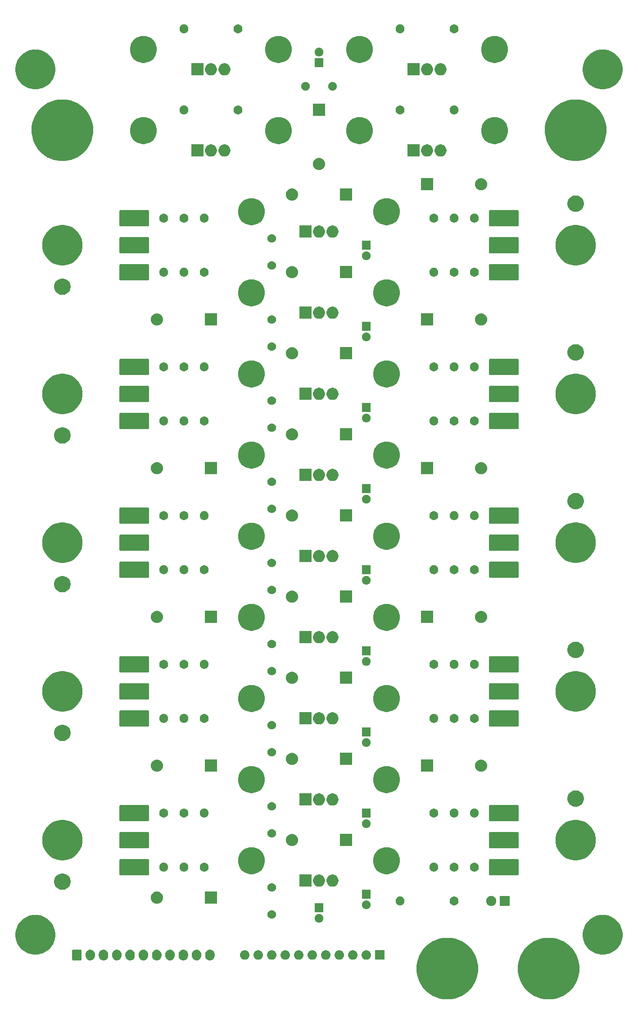
<source format=gbr>
G04 #@! TF.GenerationSoftware,KiCad,Pcbnew,(5.1.4)-1*
G04 #@! TF.CreationDate,2019-10-23T20:28:56-04:00*
G04 #@! TF.ProjectId,Fusion Cell Emulator,46757369-6f6e-4204-9365-6c6c20456d75,rev?*
G04 #@! TF.SameCoordinates,Original*
G04 #@! TF.FileFunction,Soldermask,Bot*
G04 #@! TF.FilePolarity,Negative*
%FSLAX46Y46*%
G04 Gerber Fmt 4.6, Leading zero omitted, Abs format (unit mm)*
G04 Created by KiCad (PCBNEW (5.1.4)-1) date 2019-10-23 20:28:56*
%MOMM*%
%LPD*%
G04 APERTURE LIST*
%ADD10C,0.100000*%
G04 APERTURE END LIST*
D10*
G36*
X196429640Y-122537508D02*
G01*
X197268329Y-122704334D01*
X197984219Y-123000866D01*
X198321693Y-123140652D01*
X199269699Y-123774089D01*
X200075911Y-124580301D01*
X200709348Y-125528307D01*
X200763110Y-125658100D01*
X201145666Y-126581671D01*
X201368100Y-127699923D01*
X201368100Y-128840077D01*
X201145666Y-129958329D01*
X200849134Y-130674219D01*
X200709348Y-131011693D01*
X200075911Y-131959699D01*
X199269699Y-132765911D01*
X198321693Y-133399348D01*
X197984219Y-133539134D01*
X197268329Y-133835666D01*
X196429640Y-134002491D01*
X196150078Y-134058100D01*
X195009922Y-134058100D01*
X194730360Y-134002491D01*
X193891671Y-133835666D01*
X193175781Y-133539134D01*
X192838307Y-133399348D01*
X191890301Y-132765911D01*
X191084089Y-131959699D01*
X190450652Y-131011693D01*
X190310866Y-130674219D01*
X190014334Y-129958329D01*
X189791900Y-128840077D01*
X189791900Y-127699923D01*
X190014334Y-126581671D01*
X190396890Y-125658100D01*
X190450652Y-125528307D01*
X191084089Y-124580301D01*
X191890301Y-123774089D01*
X192838307Y-123140652D01*
X193175781Y-123000866D01*
X193891671Y-122704334D01*
X194730360Y-122537508D01*
X195009922Y-122481900D01*
X196150078Y-122481900D01*
X196429640Y-122537508D01*
X196429640Y-122537508D01*
G37*
G36*
X177379640Y-122537508D02*
G01*
X178218329Y-122704334D01*
X178934219Y-123000866D01*
X179271693Y-123140652D01*
X180219699Y-123774089D01*
X181025911Y-124580301D01*
X181659348Y-125528307D01*
X181713110Y-125658100D01*
X182095666Y-126581671D01*
X182318100Y-127699923D01*
X182318100Y-128840077D01*
X182095666Y-129958329D01*
X181799134Y-130674219D01*
X181659348Y-131011693D01*
X181025911Y-131959699D01*
X180219699Y-132765911D01*
X179271693Y-133399348D01*
X178934219Y-133539134D01*
X178218329Y-133835666D01*
X177379640Y-134002491D01*
X177100078Y-134058100D01*
X175959922Y-134058100D01*
X175680360Y-134002491D01*
X174841671Y-133835666D01*
X174125781Y-133539134D01*
X173788307Y-133399348D01*
X172840301Y-132765911D01*
X172034089Y-131959699D01*
X171400652Y-131011693D01*
X171260866Y-130674219D01*
X170964334Y-129958329D01*
X170741900Y-128840077D01*
X170741900Y-127699923D01*
X170964334Y-126581671D01*
X171346890Y-125658100D01*
X171400652Y-125528307D01*
X172034089Y-124580301D01*
X172840301Y-123774089D01*
X173788307Y-123140652D01*
X174125781Y-123000866D01*
X174841671Y-122704334D01*
X175680360Y-122537508D01*
X175959922Y-122481900D01*
X177100078Y-122481900D01*
X177379640Y-122537508D01*
X177379640Y-122537508D01*
G37*
G36*
X109554097Y-124729750D02*
G01*
X109721505Y-124780533D01*
X109721507Y-124780534D01*
X109875791Y-124863000D01*
X110011021Y-124973979D01*
X110122000Y-125109209D01*
X110188814Y-125234209D01*
X110204467Y-125263494D01*
X110255250Y-125430902D01*
X110268100Y-125561371D01*
X110268100Y-125898628D01*
X110255250Y-126029097D01*
X110204467Y-126196506D01*
X110204466Y-126196508D01*
X110122000Y-126350791D01*
X110011021Y-126486021D01*
X109875791Y-126597000D01*
X109782695Y-126646761D01*
X109721506Y-126679467D01*
X109554098Y-126730250D01*
X109380000Y-126747397D01*
X109205903Y-126730250D01*
X109038495Y-126679467D01*
X108884212Y-126597001D01*
X108748980Y-126486020D01*
X108748979Y-126486018D01*
X108748977Y-126486017D01*
X108638000Y-126350791D01*
X108555534Y-126196508D01*
X108555533Y-126196506D01*
X108504750Y-126029098D01*
X108491900Y-125898629D01*
X108491900Y-125561372D01*
X108504750Y-125430903D01*
X108555533Y-125263495D01*
X108555535Y-125263492D01*
X108638000Y-125109209D01*
X108748979Y-124973979D01*
X108884209Y-124863000D01*
X109038492Y-124780534D01*
X109038494Y-124780533D01*
X109205902Y-124729750D01*
X109380000Y-124712603D01*
X109554097Y-124729750D01*
X109554097Y-124729750D01*
G37*
G36*
X117054097Y-124729750D02*
G01*
X117221505Y-124780533D01*
X117221507Y-124780534D01*
X117375791Y-124863000D01*
X117511021Y-124973979D01*
X117622000Y-125109209D01*
X117688814Y-125234209D01*
X117704467Y-125263494D01*
X117755250Y-125430902D01*
X117768100Y-125561371D01*
X117768100Y-125898628D01*
X117755250Y-126029097D01*
X117704467Y-126196506D01*
X117704466Y-126196508D01*
X117622000Y-126350791D01*
X117511021Y-126486021D01*
X117375791Y-126597000D01*
X117282695Y-126646761D01*
X117221506Y-126679467D01*
X117054098Y-126730250D01*
X116880000Y-126747397D01*
X116705903Y-126730250D01*
X116538495Y-126679467D01*
X116384212Y-126597001D01*
X116248980Y-126486020D01*
X116248979Y-126486018D01*
X116248977Y-126486017D01*
X116138000Y-126350791D01*
X116055534Y-126196508D01*
X116055533Y-126196506D01*
X116004750Y-126029098D01*
X115991900Y-125898629D01*
X115991900Y-125561372D01*
X116004750Y-125430903D01*
X116055533Y-125263495D01*
X116055535Y-125263492D01*
X116138000Y-125109209D01*
X116248979Y-124973979D01*
X116384209Y-124863000D01*
X116538492Y-124780534D01*
X116538494Y-124780533D01*
X116705902Y-124729750D01*
X116880000Y-124712603D01*
X117054097Y-124729750D01*
X117054097Y-124729750D01*
G37*
G36*
X114554097Y-124729750D02*
G01*
X114721505Y-124780533D01*
X114721507Y-124780534D01*
X114875791Y-124863000D01*
X115011021Y-124973979D01*
X115122000Y-125109209D01*
X115188814Y-125234209D01*
X115204467Y-125263494D01*
X115255250Y-125430902D01*
X115268100Y-125561371D01*
X115268100Y-125898628D01*
X115255250Y-126029097D01*
X115204467Y-126196506D01*
X115204466Y-126196508D01*
X115122000Y-126350791D01*
X115011021Y-126486021D01*
X114875791Y-126597000D01*
X114782695Y-126646761D01*
X114721506Y-126679467D01*
X114554098Y-126730250D01*
X114380000Y-126747397D01*
X114205903Y-126730250D01*
X114038495Y-126679467D01*
X113884212Y-126597001D01*
X113748980Y-126486020D01*
X113748979Y-126486018D01*
X113748977Y-126486017D01*
X113638000Y-126350791D01*
X113555534Y-126196508D01*
X113555533Y-126196506D01*
X113504750Y-126029098D01*
X113491900Y-125898629D01*
X113491900Y-125561372D01*
X113504750Y-125430903D01*
X113555533Y-125263495D01*
X113555535Y-125263492D01*
X113638000Y-125109209D01*
X113748979Y-124973979D01*
X113884209Y-124863000D01*
X114038492Y-124780534D01*
X114038494Y-124780533D01*
X114205902Y-124729750D01*
X114380000Y-124712603D01*
X114554097Y-124729750D01*
X114554097Y-124729750D01*
G37*
G36*
X119554097Y-124729750D02*
G01*
X119721505Y-124780533D01*
X119721507Y-124780534D01*
X119875791Y-124863000D01*
X120011021Y-124973979D01*
X120122000Y-125109209D01*
X120188814Y-125234209D01*
X120204467Y-125263494D01*
X120255250Y-125430902D01*
X120268100Y-125561371D01*
X120268100Y-125898628D01*
X120255250Y-126029097D01*
X120204467Y-126196506D01*
X120204466Y-126196508D01*
X120122000Y-126350791D01*
X120011021Y-126486021D01*
X119875791Y-126597000D01*
X119782695Y-126646761D01*
X119721506Y-126679467D01*
X119554098Y-126730250D01*
X119380000Y-126747397D01*
X119205903Y-126730250D01*
X119038495Y-126679467D01*
X118884212Y-126597001D01*
X118748980Y-126486020D01*
X118748979Y-126486018D01*
X118748977Y-126486017D01*
X118638000Y-126350791D01*
X118555534Y-126196508D01*
X118555533Y-126196506D01*
X118504750Y-126029098D01*
X118491900Y-125898629D01*
X118491900Y-125561372D01*
X118504750Y-125430903D01*
X118555533Y-125263495D01*
X118555535Y-125263492D01*
X118638000Y-125109209D01*
X118748979Y-124973979D01*
X118884209Y-124863000D01*
X119038492Y-124780534D01*
X119038494Y-124780533D01*
X119205902Y-124729750D01*
X119380000Y-124712603D01*
X119554097Y-124729750D01*
X119554097Y-124729750D01*
G37*
G36*
X122054097Y-124729750D02*
G01*
X122221505Y-124780533D01*
X122221507Y-124780534D01*
X122375791Y-124863000D01*
X122511021Y-124973979D01*
X122622000Y-125109209D01*
X122688814Y-125234209D01*
X122704467Y-125263494D01*
X122755250Y-125430902D01*
X122768100Y-125561371D01*
X122768100Y-125898628D01*
X122755250Y-126029097D01*
X122704467Y-126196506D01*
X122704466Y-126196508D01*
X122622000Y-126350791D01*
X122511021Y-126486021D01*
X122375791Y-126597000D01*
X122282695Y-126646761D01*
X122221506Y-126679467D01*
X122054098Y-126730250D01*
X121880000Y-126747397D01*
X121705903Y-126730250D01*
X121538495Y-126679467D01*
X121384212Y-126597001D01*
X121248980Y-126486020D01*
X121248979Y-126486018D01*
X121248977Y-126486017D01*
X121138000Y-126350791D01*
X121055534Y-126196508D01*
X121055533Y-126196506D01*
X121004750Y-126029098D01*
X120991900Y-125898629D01*
X120991900Y-125561372D01*
X121004750Y-125430903D01*
X121055533Y-125263495D01*
X121055535Y-125263492D01*
X121138000Y-125109209D01*
X121248979Y-124973979D01*
X121384209Y-124863000D01*
X121538492Y-124780534D01*
X121538494Y-124780533D01*
X121705902Y-124729750D01*
X121880000Y-124712603D01*
X122054097Y-124729750D01*
X122054097Y-124729750D01*
G37*
G36*
X124554097Y-124729750D02*
G01*
X124721505Y-124780533D01*
X124721507Y-124780534D01*
X124875791Y-124863000D01*
X125011021Y-124973979D01*
X125122000Y-125109209D01*
X125188814Y-125234209D01*
X125204467Y-125263494D01*
X125255250Y-125430902D01*
X125268100Y-125561371D01*
X125268100Y-125898628D01*
X125255250Y-126029097D01*
X125204467Y-126196506D01*
X125204466Y-126196508D01*
X125122000Y-126350791D01*
X125011021Y-126486021D01*
X124875791Y-126597000D01*
X124782695Y-126646761D01*
X124721506Y-126679467D01*
X124554098Y-126730250D01*
X124380000Y-126747397D01*
X124205903Y-126730250D01*
X124038495Y-126679467D01*
X123884212Y-126597001D01*
X123748980Y-126486020D01*
X123748979Y-126486018D01*
X123748977Y-126486017D01*
X123638000Y-126350791D01*
X123555534Y-126196508D01*
X123555533Y-126196506D01*
X123504750Y-126029098D01*
X123491900Y-125898629D01*
X123491900Y-125561372D01*
X123504750Y-125430903D01*
X123555533Y-125263495D01*
X123555535Y-125263492D01*
X123638000Y-125109209D01*
X123748979Y-124973979D01*
X123884209Y-124863000D01*
X124038492Y-124780534D01*
X124038494Y-124780533D01*
X124205902Y-124729750D01*
X124380000Y-124712603D01*
X124554097Y-124729750D01*
X124554097Y-124729750D01*
G37*
G36*
X129554097Y-124729750D02*
G01*
X129721505Y-124780533D01*
X129721507Y-124780534D01*
X129875791Y-124863000D01*
X130011021Y-124973979D01*
X130122000Y-125109209D01*
X130188814Y-125234209D01*
X130204467Y-125263494D01*
X130255250Y-125430902D01*
X130268100Y-125561371D01*
X130268100Y-125898628D01*
X130255250Y-126029097D01*
X130204467Y-126196506D01*
X130204466Y-126196508D01*
X130122000Y-126350791D01*
X130011021Y-126486021D01*
X129875791Y-126597000D01*
X129782695Y-126646761D01*
X129721506Y-126679467D01*
X129554098Y-126730250D01*
X129380000Y-126747397D01*
X129205903Y-126730250D01*
X129038495Y-126679467D01*
X128884212Y-126597001D01*
X128748980Y-126486020D01*
X128748979Y-126486018D01*
X128748977Y-126486017D01*
X128638000Y-126350791D01*
X128555534Y-126196508D01*
X128555533Y-126196506D01*
X128504750Y-126029098D01*
X128491900Y-125898629D01*
X128491900Y-125561372D01*
X128504750Y-125430903D01*
X128555533Y-125263495D01*
X128555535Y-125263492D01*
X128638000Y-125109209D01*
X128748979Y-124973979D01*
X128884209Y-124863000D01*
X129038492Y-124780534D01*
X129038494Y-124780533D01*
X129205902Y-124729750D01*
X129380000Y-124712603D01*
X129554097Y-124729750D01*
X129554097Y-124729750D01*
G37*
G36*
X127054097Y-124729750D02*
G01*
X127221505Y-124780533D01*
X127221507Y-124780534D01*
X127375791Y-124863000D01*
X127511021Y-124973979D01*
X127622000Y-125109209D01*
X127688814Y-125234209D01*
X127704467Y-125263494D01*
X127755250Y-125430902D01*
X127768100Y-125561371D01*
X127768100Y-125898628D01*
X127755250Y-126029097D01*
X127704467Y-126196506D01*
X127704466Y-126196508D01*
X127622000Y-126350791D01*
X127511021Y-126486021D01*
X127375791Y-126597000D01*
X127282695Y-126646761D01*
X127221506Y-126679467D01*
X127054098Y-126730250D01*
X126880000Y-126747397D01*
X126705903Y-126730250D01*
X126538495Y-126679467D01*
X126384212Y-126597001D01*
X126248980Y-126486020D01*
X126248979Y-126486018D01*
X126248977Y-126486017D01*
X126138000Y-126350791D01*
X126055534Y-126196508D01*
X126055533Y-126196506D01*
X126004750Y-126029098D01*
X125991900Y-125898629D01*
X125991900Y-125561372D01*
X126004750Y-125430903D01*
X126055533Y-125263495D01*
X126055535Y-125263492D01*
X126138000Y-125109209D01*
X126248979Y-124973979D01*
X126384209Y-124863000D01*
X126538492Y-124780534D01*
X126538494Y-124780533D01*
X126705902Y-124729750D01*
X126880000Y-124712603D01*
X127054097Y-124729750D01*
X127054097Y-124729750D01*
G37*
G36*
X112054097Y-124729750D02*
G01*
X112221505Y-124780533D01*
X112221507Y-124780534D01*
X112375791Y-124863000D01*
X112511021Y-124973979D01*
X112622000Y-125109209D01*
X112688814Y-125234209D01*
X112704467Y-125263494D01*
X112755250Y-125430902D01*
X112768100Y-125561371D01*
X112768100Y-125898628D01*
X112755250Y-126029097D01*
X112704467Y-126196506D01*
X112704466Y-126196508D01*
X112622000Y-126350791D01*
X112511021Y-126486021D01*
X112375791Y-126597000D01*
X112282695Y-126646761D01*
X112221506Y-126679467D01*
X112054098Y-126730250D01*
X111880000Y-126747397D01*
X111705903Y-126730250D01*
X111538495Y-126679467D01*
X111384212Y-126597001D01*
X111248980Y-126486020D01*
X111248979Y-126486018D01*
X111248977Y-126486017D01*
X111138000Y-126350791D01*
X111055534Y-126196508D01*
X111055533Y-126196506D01*
X111004750Y-126029098D01*
X110991900Y-125898629D01*
X110991900Y-125561372D01*
X111004750Y-125430903D01*
X111055533Y-125263495D01*
X111055535Y-125263492D01*
X111138000Y-125109209D01*
X111248979Y-124973979D01*
X111384209Y-124863000D01*
X111538492Y-124780534D01*
X111538494Y-124780533D01*
X111705902Y-124729750D01*
X111880000Y-124712603D01*
X112054097Y-124729750D01*
X112054097Y-124729750D01*
G37*
G36*
X132054097Y-124729750D02*
G01*
X132221505Y-124780533D01*
X132221507Y-124780534D01*
X132375791Y-124863000D01*
X132511021Y-124973979D01*
X132622000Y-125109209D01*
X132688814Y-125234209D01*
X132704467Y-125263494D01*
X132755250Y-125430902D01*
X132768100Y-125561371D01*
X132768100Y-125898628D01*
X132755250Y-126029097D01*
X132704467Y-126196506D01*
X132704466Y-126196508D01*
X132622000Y-126350791D01*
X132511021Y-126486021D01*
X132375791Y-126597000D01*
X132282695Y-126646761D01*
X132221506Y-126679467D01*
X132054098Y-126730250D01*
X131880000Y-126747397D01*
X131705903Y-126730250D01*
X131538495Y-126679467D01*
X131384212Y-126597001D01*
X131248980Y-126486020D01*
X131248979Y-126486018D01*
X131248977Y-126486017D01*
X131138000Y-126350791D01*
X131055534Y-126196508D01*
X131055533Y-126196506D01*
X131004750Y-126029098D01*
X130991900Y-125898629D01*
X130991900Y-125561372D01*
X131004750Y-125430903D01*
X131055533Y-125263495D01*
X131055535Y-125263492D01*
X131138000Y-125109209D01*
X131248979Y-124973979D01*
X131384209Y-124863000D01*
X131538492Y-124780534D01*
X131538494Y-124780533D01*
X131705902Y-124729750D01*
X131880000Y-124712603D01*
X132054097Y-124729750D01*
X132054097Y-124729750D01*
G37*
G36*
X107593868Y-124721359D02*
G01*
X107634408Y-124733656D01*
X107671761Y-124753622D01*
X107704505Y-124780495D01*
X107731378Y-124813239D01*
X107751344Y-124850592D01*
X107763641Y-124891132D01*
X107768100Y-124936400D01*
X107768100Y-126523600D01*
X107763641Y-126568868D01*
X107751344Y-126609408D01*
X107731378Y-126646761D01*
X107704505Y-126679505D01*
X107671761Y-126706378D01*
X107634408Y-126726344D01*
X107593868Y-126738641D01*
X107548600Y-126743100D01*
X106211400Y-126743100D01*
X106166132Y-126738641D01*
X106125592Y-126726344D01*
X106088239Y-126706378D01*
X106055495Y-126679505D01*
X106028622Y-126646761D01*
X106008656Y-126609408D01*
X105996359Y-126568868D01*
X105991900Y-126523600D01*
X105991900Y-124936400D01*
X105996359Y-124891132D01*
X106008656Y-124850592D01*
X106028622Y-124813239D01*
X106055495Y-124780495D01*
X106088239Y-124753622D01*
X106125592Y-124733656D01*
X106166132Y-124721359D01*
X106211400Y-124716900D01*
X107548600Y-124716900D01*
X107593868Y-124721359D01*
X107593868Y-124721359D01*
G37*
G36*
X158924098Y-124854750D02*
G01*
X159091506Y-124905533D01*
X159091508Y-124905534D01*
X159245791Y-124988000D01*
X159381021Y-125098979D01*
X159492000Y-125234209D01*
X159492001Y-125234211D01*
X159574467Y-125388494D01*
X159625250Y-125555902D01*
X159642397Y-125730000D01*
X159625250Y-125904098D01*
X159587331Y-126029098D01*
X159574466Y-126071508D01*
X159492000Y-126225791D01*
X159381021Y-126361021D01*
X159245791Y-126472000D01*
X159149254Y-126523600D01*
X159091506Y-126554467D01*
X158924098Y-126605250D01*
X158793629Y-126618100D01*
X158706371Y-126618100D01*
X158575902Y-126605250D01*
X158408494Y-126554467D01*
X158350746Y-126523600D01*
X158254209Y-126472000D01*
X158118979Y-126361021D01*
X158008000Y-126225791D01*
X157925534Y-126071508D01*
X157912669Y-126029098D01*
X157874750Y-125904098D01*
X157857603Y-125730000D01*
X157874750Y-125555902D01*
X157925533Y-125388494D01*
X158007999Y-125234211D01*
X158008000Y-125234209D01*
X158118979Y-125098979D01*
X158254209Y-124988000D01*
X158408492Y-124905534D01*
X158408494Y-124905533D01*
X158575902Y-124854750D01*
X158706371Y-124841900D01*
X158793629Y-124841900D01*
X158924098Y-124854750D01*
X158924098Y-124854750D01*
G37*
G36*
X151304098Y-124854750D02*
G01*
X151471506Y-124905533D01*
X151471508Y-124905534D01*
X151625791Y-124988000D01*
X151761021Y-125098979D01*
X151872000Y-125234209D01*
X151872001Y-125234211D01*
X151954467Y-125388494D01*
X152005250Y-125555902D01*
X152022397Y-125730000D01*
X152005250Y-125904098D01*
X151967331Y-126029098D01*
X151954466Y-126071508D01*
X151872000Y-126225791D01*
X151761021Y-126361021D01*
X151625791Y-126472000D01*
X151529254Y-126523600D01*
X151471506Y-126554467D01*
X151304098Y-126605250D01*
X151173629Y-126618100D01*
X151086371Y-126618100D01*
X150955902Y-126605250D01*
X150788494Y-126554467D01*
X150730746Y-126523600D01*
X150634209Y-126472000D01*
X150498979Y-126361021D01*
X150388000Y-126225791D01*
X150305534Y-126071508D01*
X150292669Y-126029098D01*
X150254750Y-125904098D01*
X150237603Y-125730000D01*
X150254750Y-125555902D01*
X150305533Y-125388494D01*
X150387999Y-125234211D01*
X150388000Y-125234209D01*
X150498979Y-125098979D01*
X150634209Y-124988000D01*
X150788492Y-124905534D01*
X150788494Y-124905533D01*
X150955902Y-124854750D01*
X151086371Y-124841900D01*
X151173629Y-124841900D01*
X151304098Y-124854750D01*
X151304098Y-124854750D01*
G37*
G36*
X156384098Y-124854750D02*
G01*
X156551506Y-124905533D01*
X156551508Y-124905534D01*
X156705791Y-124988000D01*
X156841021Y-125098979D01*
X156952000Y-125234209D01*
X156952001Y-125234211D01*
X157034467Y-125388494D01*
X157085250Y-125555902D01*
X157102397Y-125730000D01*
X157085250Y-125904098D01*
X157047331Y-126029098D01*
X157034466Y-126071508D01*
X156952000Y-126225791D01*
X156841021Y-126361021D01*
X156705791Y-126472000D01*
X156609254Y-126523600D01*
X156551506Y-126554467D01*
X156384098Y-126605250D01*
X156253629Y-126618100D01*
X156166371Y-126618100D01*
X156035902Y-126605250D01*
X155868494Y-126554467D01*
X155810746Y-126523600D01*
X155714209Y-126472000D01*
X155578979Y-126361021D01*
X155468000Y-126225791D01*
X155385534Y-126071508D01*
X155372669Y-126029098D01*
X155334750Y-125904098D01*
X155317603Y-125730000D01*
X155334750Y-125555902D01*
X155385533Y-125388494D01*
X155467999Y-125234211D01*
X155468000Y-125234209D01*
X155578979Y-125098979D01*
X155714209Y-124988000D01*
X155868492Y-124905534D01*
X155868494Y-124905533D01*
X156035902Y-124854750D01*
X156166371Y-124841900D01*
X156253629Y-124841900D01*
X156384098Y-124854750D01*
X156384098Y-124854750D01*
G37*
G36*
X153844098Y-124854750D02*
G01*
X154011506Y-124905533D01*
X154011508Y-124905534D01*
X154165791Y-124988000D01*
X154301021Y-125098979D01*
X154412000Y-125234209D01*
X154412001Y-125234211D01*
X154494467Y-125388494D01*
X154545250Y-125555902D01*
X154562397Y-125730000D01*
X154545250Y-125904098D01*
X154507331Y-126029098D01*
X154494466Y-126071508D01*
X154412000Y-126225791D01*
X154301021Y-126361021D01*
X154165791Y-126472000D01*
X154069254Y-126523600D01*
X154011506Y-126554467D01*
X153844098Y-126605250D01*
X153713629Y-126618100D01*
X153626371Y-126618100D01*
X153495902Y-126605250D01*
X153328494Y-126554467D01*
X153270746Y-126523600D01*
X153174209Y-126472000D01*
X153038979Y-126361021D01*
X152928000Y-126225791D01*
X152845534Y-126071508D01*
X152832669Y-126029098D01*
X152794750Y-125904098D01*
X152777603Y-125730000D01*
X152794750Y-125555902D01*
X152845533Y-125388494D01*
X152927999Y-125234211D01*
X152928000Y-125234209D01*
X153038979Y-125098979D01*
X153174209Y-124988000D01*
X153328492Y-124905534D01*
X153328494Y-124905533D01*
X153495902Y-124854750D01*
X153626371Y-124841900D01*
X153713629Y-124841900D01*
X153844098Y-124854750D01*
X153844098Y-124854750D01*
G37*
G36*
X148764098Y-124854750D02*
G01*
X148931506Y-124905533D01*
X148931508Y-124905534D01*
X149085791Y-124988000D01*
X149221021Y-125098979D01*
X149332000Y-125234209D01*
X149332001Y-125234211D01*
X149414467Y-125388494D01*
X149465250Y-125555902D01*
X149482397Y-125730000D01*
X149465250Y-125904098D01*
X149427331Y-126029098D01*
X149414466Y-126071508D01*
X149332000Y-126225791D01*
X149221021Y-126361021D01*
X149085791Y-126472000D01*
X148989254Y-126523600D01*
X148931506Y-126554467D01*
X148764098Y-126605250D01*
X148633629Y-126618100D01*
X148546371Y-126618100D01*
X148415902Y-126605250D01*
X148248494Y-126554467D01*
X148190746Y-126523600D01*
X148094209Y-126472000D01*
X147958979Y-126361021D01*
X147848000Y-126225791D01*
X147765534Y-126071508D01*
X147752669Y-126029098D01*
X147714750Y-125904098D01*
X147697603Y-125730000D01*
X147714750Y-125555902D01*
X147765533Y-125388494D01*
X147847999Y-125234211D01*
X147848000Y-125234209D01*
X147958979Y-125098979D01*
X148094209Y-124988000D01*
X148248492Y-124905534D01*
X148248494Y-124905533D01*
X148415902Y-124854750D01*
X148546371Y-124841900D01*
X148633629Y-124841900D01*
X148764098Y-124854750D01*
X148764098Y-124854750D01*
G37*
G36*
X146224098Y-124854750D02*
G01*
X146391506Y-124905533D01*
X146391508Y-124905534D01*
X146545791Y-124988000D01*
X146681021Y-125098979D01*
X146792000Y-125234209D01*
X146792001Y-125234211D01*
X146874467Y-125388494D01*
X146925250Y-125555902D01*
X146942397Y-125730000D01*
X146925250Y-125904098D01*
X146887331Y-126029098D01*
X146874466Y-126071508D01*
X146792000Y-126225791D01*
X146681021Y-126361021D01*
X146545791Y-126472000D01*
X146449254Y-126523600D01*
X146391506Y-126554467D01*
X146224098Y-126605250D01*
X146093629Y-126618100D01*
X146006371Y-126618100D01*
X145875902Y-126605250D01*
X145708494Y-126554467D01*
X145650746Y-126523600D01*
X145554209Y-126472000D01*
X145418979Y-126361021D01*
X145308000Y-126225791D01*
X145225534Y-126071508D01*
X145212669Y-126029098D01*
X145174750Y-125904098D01*
X145157603Y-125730000D01*
X145174750Y-125555902D01*
X145225533Y-125388494D01*
X145307999Y-125234211D01*
X145308000Y-125234209D01*
X145418979Y-125098979D01*
X145554209Y-124988000D01*
X145708492Y-124905534D01*
X145708494Y-124905533D01*
X145875902Y-124854750D01*
X146006371Y-124841900D01*
X146093629Y-124841900D01*
X146224098Y-124854750D01*
X146224098Y-124854750D01*
G37*
G36*
X143684098Y-124854750D02*
G01*
X143851506Y-124905533D01*
X143851508Y-124905534D01*
X144005791Y-124988000D01*
X144141021Y-125098979D01*
X144252000Y-125234209D01*
X144252001Y-125234211D01*
X144334467Y-125388494D01*
X144385250Y-125555902D01*
X144402397Y-125730000D01*
X144385250Y-125904098D01*
X144347331Y-126029098D01*
X144334466Y-126071508D01*
X144252000Y-126225791D01*
X144141021Y-126361021D01*
X144005791Y-126472000D01*
X143909254Y-126523600D01*
X143851506Y-126554467D01*
X143684098Y-126605250D01*
X143553629Y-126618100D01*
X143466371Y-126618100D01*
X143335902Y-126605250D01*
X143168494Y-126554467D01*
X143110746Y-126523600D01*
X143014209Y-126472000D01*
X142878979Y-126361021D01*
X142768000Y-126225791D01*
X142685534Y-126071508D01*
X142672669Y-126029098D01*
X142634750Y-125904098D01*
X142617603Y-125730000D01*
X142634750Y-125555902D01*
X142685533Y-125388494D01*
X142767999Y-125234211D01*
X142768000Y-125234209D01*
X142878979Y-125098979D01*
X143014209Y-124988000D01*
X143168492Y-124905534D01*
X143168494Y-124905533D01*
X143335902Y-124854750D01*
X143466371Y-124841900D01*
X143553629Y-124841900D01*
X143684098Y-124854750D01*
X143684098Y-124854750D01*
G37*
G36*
X141144098Y-124854750D02*
G01*
X141311506Y-124905533D01*
X141311508Y-124905534D01*
X141465791Y-124988000D01*
X141601021Y-125098979D01*
X141712000Y-125234209D01*
X141712001Y-125234211D01*
X141794467Y-125388494D01*
X141845250Y-125555902D01*
X141862397Y-125730000D01*
X141845250Y-125904098D01*
X141807331Y-126029098D01*
X141794466Y-126071508D01*
X141712000Y-126225791D01*
X141601021Y-126361021D01*
X141465791Y-126472000D01*
X141369254Y-126523600D01*
X141311506Y-126554467D01*
X141144098Y-126605250D01*
X141013629Y-126618100D01*
X140926371Y-126618100D01*
X140795902Y-126605250D01*
X140628494Y-126554467D01*
X140570746Y-126523600D01*
X140474209Y-126472000D01*
X140338979Y-126361021D01*
X140228000Y-126225791D01*
X140145534Y-126071508D01*
X140132669Y-126029098D01*
X140094750Y-125904098D01*
X140077603Y-125730000D01*
X140094750Y-125555902D01*
X140145533Y-125388494D01*
X140227999Y-125234211D01*
X140228000Y-125234209D01*
X140338979Y-125098979D01*
X140474209Y-124988000D01*
X140628492Y-124905534D01*
X140628494Y-124905533D01*
X140795902Y-124854750D01*
X140926371Y-124841900D01*
X141013629Y-124841900D01*
X141144098Y-124854750D01*
X141144098Y-124854750D01*
G37*
G36*
X138604098Y-124854750D02*
G01*
X138771506Y-124905533D01*
X138771508Y-124905534D01*
X138925791Y-124988000D01*
X139061021Y-125098979D01*
X139172000Y-125234209D01*
X139172001Y-125234211D01*
X139254467Y-125388494D01*
X139305250Y-125555902D01*
X139322397Y-125730000D01*
X139305250Y-125904098D01*
X139267331Y-126029098D01*
X139254466Y-126071508D01*
X139172000Y-126225791D01*
X139061021Y-126361021D01*
X138925791Y-126472000D01*
X138829254Y-126523600D01*
X138771506Y-126554467D01*
X138604098Y-126605250D01*
X138473629Y-126618100D01*
X138386371Y-126618100D01*
X138255902Y-126605250D01*
X138088494Y-126554467D01*
X138030746Y-126523600D01*
X137934209Y-126472000D01*
X137798979Y-126361021D01*
X137688000Y-126225791D01*
X137605534Y-126071508D01*
X137592669Y-126029098D01*
X137554750Y-125904098D01*
X137537603Y-125730000D01*
X137554750Y-125555902D01*
X137605533Y-125388494D01*
X137687999Y-125234211D01*
X137688000Y-125234209D01*
X137798979Y-125098979D01*
X137934209Y-124988000D01*
X138088492Y-124905534D01*
X138088494Y-124905533D01*
X138255902Y-124854750D01*
X138386371Y-124841900D01*
X138473629Y-124841900D01*
X138604098Y-124854750D01*
X138604098Y-124854750D01*
G37*
G36*
X161464098Y-124854750D02*
G01*
X161631506Y-124905533D01*
X161631508Y-124905534D01*
X161785791Y-124988000D01*
X161921021Y-125098979D01*
X162032000Y-125234209D01*
X162032001Y-125234211D01*
X162114467Y-125388494D01*
X162165250Y-125555902D01*
X162182397Y-125730000D01*
X162165250Y-125904098D01*
X162127331Y-126029098D01*
X162114466Y-126071508D01*
X162032000Y-126225791D01*
X161921021Y-126361021D01*
X161785791Y-126472000D01*
X161689254Y-126523600D01*
X161631506Y-126554467D01*
X161464098Y-126605250D01*
X161333629Y-126618100D01*
X161246371Y-126618100D01*
X161115902Y-126605250D01*
X160948494Y-126554467D01*
X160890746Y-126523600D01*
X160794209Y-126472000D01*
X160658979Y-126361021D01*
X160548000Y-126225791D01*
X160465534Y-126071508D01*
X160452669Y-126029098D01*
X160414750Y-125904098D01*
X160397603Y-125730000D01*
X160414750Y-125555902D01*
X160465533Y-125388494D01*
X160547999Y-125234211D01*
X160548000Y-125234209D01*
X160658979Y-125098979D01*
X160794209Y-124988000D01*
X160948492Y-124905534D01*
X160948494Y-124905533D01*
X161115902Y-124854750D01*
X161246371Y-124841900D01*
X161333629Y-124841900D01*
X161464098Y-124854750D01*
X161464098Y-124854750D01*
G37*
G36*
X164718100Y-126618100D02*
G01*
X162941900Y-126618100D01*
X162941900Y-124841900D01*
X164718100Y-124841900D01*
X164718100Y-126618100D01*
X164718100Y-126618100D01*
G37*
G36*
X100150364Y-118325553D02*
G01*
X100276013Y-118377599D01*
X100830651Y-118607337D01*
X100830654Y-118607339D01*
X101442900Y-119016428D01*
X101963572Y-119537100D01*
X102036264Y-119645892D01*
X102372663Y-120149349D01*
X102602401Y-120703987D01*
X102654447Y-120829636D01*
X102798100Y-121551829D01*
X102798100Y-122288171D01*
X102654447Y-123010364D01*
X102654446Y-123010366D01*
X102372663Y-123690651D01*
X102372661Y-123690654D01*
X101963572Y-124302900D01*
X101442900Y-124823572D01*
X101030722Y-125098980D01*
X100830651Y-125232663D01*
X100276013Y-125462401D01*
X100150364Y-125514447D01*
X99428171Y-125658100D01*
X98691829Y-125658100D01*
X97969636Y-125514447D01*
X97843987Y-125462401D01*
X97289349Y-125232663D01*
X97089278Y-125098980D01*
X96677100Y-124823572D01*
X96156428Y-124302900D01*
X95747339Y-123690654D01*
X95747337Y-123690651D01*
X95465554Y-123010366D01*
X95465553Y-123010364D01*
X95321900Y-122288171D01*
X95321900Y-121551829D01*
X95465553Y-120829636D01*
X95517599Y-120703987D01*
X95747337Y-120149349D01*
X96083736Y-119645892D01*
X96156428Y-119537100D01*
X96677100Y-119016428D01*
X97289346Y-118607339D01*
X97289349Y-118607337D01*
X97843987Y-118377599D01*
X97969636Y-118325553D01*
X98691829Y-118181900D01*
X99428171Y-118181900D01*
X100150364Y-118325553D01*
X100150364Y-118325553D01*
G37*
G36*
X206830364Y-118325553D02*
G01*
X206956013Y-118377599D01*
X207510651Y-118607337D01*
X207510654Y-118607339D01*
X208122900Y-119016428D01*
X208643572Y-119537100D01*
X208716264Y-119645892D01*
X209052663Y-120149349D01*
X209282401Y-120703987D01*
X209334447Y-120829636D01*
X209478100Y-121551829D01*
X209478100Y-122288171D01*
X209334447Y-123010364D01*
X209334446Y-123010366D01*
X209052663Y-123690651D01*
X209052661Y-123690654D01*
X208643572Y-124302900D01*
X208122900Y-124823572D01*
X207710722Y-125098980D01*
X207510651Y-125232663D01*
X206956013Y-125462401D01*
X206830364Y-125514447D01*
X206108171Y-125658100D01*
X205371829Y-125658100D01*
X204649636Y-125514447D01*
X204523987Y-125462401D01*
X203969349Y-125232663D01*
X203769278Y-125098980D01*
X203357100Y-124823572D01*
X202836428Y-124302900D01*
X202427339Y-123690654D01*
X202427337Y-123690651D01*
X202145554Y-123010366D01*
X202145553Y-123010364D01*
X202001900Y-122288171D01*
X202001900Y-121551829D01*
X202145553Y-120829636D01*
X202197599Y-120703987D01*
X202427337Y-120149349D01*
X202763736Y-119645892D01*
X202836428Y-119537100D01*
X203357100Y-119016428D01*
X203969346Y-118607339D01*
X203969349Y-118607337D01*
X204523987Y-118377599D01*
X204649636Y-118325553D01*
X205371829Y-118181900D01*
X206108171Y-118181900D01*
X206830364Y-118325553D01*
X206830364Y-118325553D01*
G37*
G36*
X152536519Y-118012636D02*
G01*
X152644467Y-118034108D01*
X152796986Y-118097284D01*
X152796989Y-118097286D01*
X152934257Y-118189005D01*
X153050995Y-118305743D01*
X153142714Y-118443011D01*
X153142716Y-118443014D01*
X153205892Y-118595533D01*
X153238100Y-118757455D01*
X153238100Y-118922545D01*
X153205892Y-119084467D01*
X153142716Y-119236986D01*
X153142714Y-119236989D01*
X153050995Y-119374257D01*
X152934257Y-119490995D01*
X152796989Y-119582714D01*
X152796986Y-119582716D01*
X152644467Y-119645892D01*
X152536519Y-119667364D01*
X152482546Y-119678100D01*
X152317454Y-119678100D01*
X152263481Y-119667364D01*
X152155533Y-119645892D01*
X152003014Y-119582716D01*
X152003011Y-119582714D01*
X151865743Y-119490995D01*
X151749005Y-119374257D01*
X151657286Y-119236989D01*
X151657284Y-119236986D01*
X151594108Y-119084467D01*
X151561900Y-118922545D01*
X151561900Y-118757455D01*
X151594108Y-118595533D01*
X151657284Y-118443014D01*
X151657286Y-118443011D01*
X151749005Y-118305743D01*
X151865743Y-118189005D01*
X152003011Y-118097286D01*
X152003014Y-118097284D01*
X152155533Y-118034108D01*
X152263481Y-118012636D01*
X152317454Y-118001900D01*
X152482546Y-118001900D01*
X152536519Y-118012636D01*
X152536519Y-118012636D01*
G37*
G36*
X143604218Y-117312966D02*
G01*
X143743384Y-117340647D01*
X143888990Y-117400960D01*
X144020030Y-117488518D01*
X144131482Y-117599970D01*
X144219040Y-117731010D01*
X144279353Y-117876616D01*
X144310100Y-118031198D01*
X144310100Y-118188802D01*
X144279353Y-118343384D01*
X144219040Y-118488990D01*
X144131482Y-118620030D01*
X144020030Y-118731482D01*
X143888990Y-118819040D01*
X143743384Y-118879353D01*
X143604218Y-118907034D01*
X143588803Y-118910100D01*
X143431197Y-118910100D01*
X143415782Y-118907034D01*
X143276616Y-118879353D01*
X143131010Y-118819040D01*
X142999970Y-118731482D01*
X142888518Y-118620030D01*
X142800960Y-118488990D01*
X142740647Y-118343384D01*
X142709900Y-118188802D01*
X142709900Y-118031198D01*
X142740647Y-117876616D01*
X142800960Y-117731010D01*
X142888518Y-117599970D01*
X142999970Y-117488518D01*
X143131010Y-117400960D01*
X143276616Y-117340647D01*
X143415782Y-117312966D01*
X143431197Y-117309900D01*
X143588803Y-117309900D01*
X143604218Y-117312966D01*
X143604218Y-117312966D01*
G37*
G36*
X153238100Y-117678100D02*
G01*
X151561900Y-117678100D01*
X151561900Y-116001900D01*
X153238100Y-116001900D01*
X153238100Y-117678100D01*
X153238100Y-117678100D01*
G37*
G36*
X161426519Y-115472636D02*
G01*
X161534467Y-115494108D01*
X161686986Y-115557284D01*
X161686989Y-115557286D01*
X161824257Y-115649005D01*
X161940995Y-115765743D01*
X161973551Y-115814467D01*
X162032716Y-115903014D01*
X162095892Y-116055533D01*
X162105584Y-116104257D01*
X162128100Y-116217454D01*
X162128100Y-116382546D01*
X162123017Y-116408100D01*
X162095892Y-116544467D01*
X162032716Y-116696986D01*
X162032714Y-116696989D01*
X161940995Y-116834257D01*
X161824257Y-116950995D01*
X161686989Y-117042714D01*
X161686986Y-117042716D01*
X161534467Y-117105892D01*
X161426519Y-117127364D01*
X161372546Y-117138100D01*
X161207454Y-117138100D01*
X161153481Y-117127364D01*
X161045533Y-117105892D01*
X160893014Y-117042716D01*
X160893011Y-117042714D01*
X160755743Y-116950995D01*
X160639005Y-116834257D01*
X160547286Y-116696989D01*
X160547284Y-116696986D01*
X160484108Y-116544467D01*
X160456983Y-116408100D01*
X160451900Y-116382546D01*
X160451900Y-116217454D01*
X160474416Y-116104257D01*
X160484108Y-116055533D01*
X160547284Y-115903014D01*
X160606449Y-115814467D01*
X160639005Y-115765743D01*
X160755743Y-115649005D01*
X160893011Y-115557286D01*
X160893014Y-115557284D01*
X161045533Y-115494108D01*
X161153481Y-115472636D01*
X161207454Y-115461900D01*
X161372546Y-115461900D01*
X161426519Y-115472636D01*
X161426519Y-115472636D01*
G37*
G36*
X184937808Y-114643917D02*
G01*
X185058636Y-114667951D01*
X185229354Y-114738665D01*
X185229357Y-114738667D01*
X185383004Y-114841330D01*
X185513670Y-114971996D01*
X185513671Y-114971998D01*
X185616335Y-115125646D01*
X185687049Y-115296364D01*
X185723100Y-115477606D01*
X185723100Y-115662394D01*
X185687049Y-115843636D01*
X185616335Y-116014354D01*
X185616333Y-116014357D01*
X185513670Y-116168004D01*
X185383004Y-116298670D01*
X185309101Y-116348050D01*
X185229354Y-116401335D01*
X185058636Y-116472049D01*
X184937808Y-116496083D01*
X184877395Y-116508100D01*
X184692605Y-116508100D01*
X184632192Y-116496083D01*
X184511364Y-116472049D01*
X184340646Y-116401335D01*
X184260899Y-116348050D01*
X184186996Y-116298670D01*
X184056330Y-116168004D01*
X183953667Y-116014357D01*
X183953665Y-116014354D01*
X183882951Y-115843636D01*
X183846900Y-115662394D01*
X183846900Y-115477606D01*
X183882951Y-115296364D01*
X183953665Y-115125646D01*
X184056329Y-114971998D01*
X184056330Y-114971996D01*
X184186996Y-114841330D01*
X184340643Y-114738667D01*
X184340646Y-114738665D01*
X184511364Y-114667951D01*
X184632192Y-114643917D01*
X184692605Y-114631900D01*
X184877395Y-114631900D01*
X184937808Y-114643917D01*
X184937808Y-114643917D01*
G37*
G36*
X188263100Y-116508100D02*
G01*
X186386900Y-116508100D01*
X186386900Y-114631900D01*
X188263100Y-114631900D01*
X188263100Y-116508100D01*
X188263100Y-116508100D01*
G37*
G36*
X167776519Y-114742636D02*
G01*
X167884467Y-114764108D01*
X168036986Y-114827284D01*
X168036989Y-114827286D01*
X168174257Y-114919005D01*
X168290995Y-115035743D01*
X168372755Y-115158106D01*
X168382716Y-115173014D01*
X168445892Y-115325533D01*
X168478100Y-115487455D01*
X168478100Y-115652545D01*
X168445892Y-115814467D01*
X168382716Y-115966986D01*
X168382714Y-115966989D01*
X168290995Y-116104257D01*
X168174257Y-116220995D01*
X168100577Y-116270226D01*
X168036986Y-116312716D01*
X167884467Y-116375892D01*
X167783512Y-116395973D01*
X167722546Y-116408100D01*
X167557454Y-116408100D01*
X167496488Y-116395973D01*
X167395533Y-116375892D01*
X167243014Y-116312716D01*
X167179423Y-116270226D01*
X167105743Y-116220995D01*
X166989005Y-116104257D01*
X166897286Y-115966989D01*
X166897284Y-115966986D01*
X166834108Y-115814467D01*
X166801900Y-115652545D01*
X166801900Y-115487455D01*
X166834108Y-115325533D01*
X166897284Y-115173014D01*
X166907245Y-115158106D01*
X166989005Y-115035743D01*
X167105743Y-114919005D01*
X167243011Y-114827286D01*
X167243014Y-114827284D01*
X167395533Y-114764108D01*
X167503481Y-114742636D01*
X167557454Y-114731900D01*
X167722546Y-114731900D01*
X167776519Y-114742636D01*
X167776519Y-114742636D01*
G37*
G36*
X177871951Y-114734932D02*
G01*
X177964296Y-114744027D01*
X178122279Y-114791950D01*
X178122281Y-114791951D01*
X178267878Y-114869774D01*
X178395494Y-114974506D01*
X178500226Y-115102122D01*
X178538118Y-115173014D01*
X178578050Y-115247721D01*
X178625973Y-115405704D01*
X178642155Y-115570000D01*
X178625973Y-115734296D01*
X178578050Y-115892279D01*
X178578049Y-115892281D01*
X178500226Y-116037878D01*
X178395494Y-116165494D01*
X178267878Y-116270226D01*
X178122281Y-116348049D01*
X178122279Y-116348050D01*
X177964296Y-116395973D01*
X177871951Y-116405068D01*
X177841171Y-116408100D01*
X177758829Y-116408100D01*
X177728049Y-116405068D01*
X177635704Y-116395973D01*
X177477721Y-116348050D01*
X177477719Y-116348049D01*
X177332122Y-116270226D01*
X177204506Y-116165494D01*
X177099774Y-116037878D01*
X177021951Y-115892281D01*
X177021950Y-115892279D01*
X176974027Y-115734296D01*
X176957845Y-115570000D01*
X176974027Y-115405704D01*
X177021950Y-115247721D01*
X177061882Y-115173014D01*
X177099774Y-115102122D01*
X177204506Y-114974506D01*
X177332122Y-114869774D01*
X177477719Y-114791951D01*
X177477721Y-114791950D01*
X177635704Y-114744027D01*
X177728049Y-114734932D01*
X177758829Y-114731900D01*
X177841171Y-114731900D01*
X177871951Y-114734932D01*
X177871951Y-114734932D01*
G37*
G36*
X133218100Y-116073100D02*
G01*
X130941900Y-116073100D01*
X130941900Y-113796900D01*
X133218100Y-113796900D01*
X133218100Y-116073100D01*
X133218100Y-116073100D01*
G37*
G36*
X122143104Y-113813367D02*
G01*
X122357642Y-113878446D01*
X122555356Y-113984127D01*
X122728653Y-114126347D01*
X122870873Y-114299644D01*
X122976554Y-114497358D01*
X123041633Y-114711896D01*
X123063607Y-114935000D01*
X123041633Y-115158104D01*
X122976554Y-115372642D01*
X122870873Y-115570356D01*
X122728653Y-115743653D01*
X122555356Y-115885873D01*
X122357642Y-115991554D01*
X122143104Y-116056633D01*
X121975914Y-116073100D01*
X121864086Y-116073100D01*
X121696896Y-116056633D01*
X121482358Y-115991554D01*
X121284644Y-115885873D01*
X121111347Y-115743653D01*
X120969127Y-115570356D01*
X120863446Y-115372642D01*
X120798367Y-115158104D01*
X120776393Y-114935000D01*
X120798367Y-114711896D01*
X120863446Y-114497358D01*
X120969127Y-114299644D01*
X121111347Y-114126347D01*
X121284644Y-113984127D01*
X121482358Y-113878446D01*
X121696896Y-113813367D01*
X121864086Y-113796900D01*
X121975914Y-113796900D01*
X122143104Y-113813367D01*
X122143104Y-113813367D01*
G37*
G36*
X162128100Y-115138100D02*
G01*
X160451900Y-115138100D01*
X160451900Y-113461900D01*
X162128100Y-113461900D01*
X162128100Y-115138100D01*
X162128100Y-115138100D01*
G37*
G36*
X143604218Y-112232966D02*
G01*
X143743384Y-112260647D01*
X143888990Y-112320960D01*
X144020030Y-112408518D01*
X144131482Y-112519970D01*
X144219040Y-112651010D01*
X144279353Y-112796616D01*
X144310100Y-112951198D01*
X144310100Y-113108802D01*
X144279353Y-113263384D01*
X144219040Y-113408990D01*
X144131482Y-113540030D01*
X144020030Y-113651482D01*
X143888990Y-113739040D01*
X143743384Y-113799353D01*
X143604218Y-113827034D01*
X143588803Y-113830100D01*
X143431197Y-113830100D01*
X143415782Y-113827034D01*
X143276616Y-113799353D01*
X143131010Y-113739040D01*
X142999970Y-113651482D01*
X142888518Y-113540030D01*
X142800960Y-113408990D01*
X142740647Y-113263384D01*
X142709900Y-113108802D01*
X142709900Y-112951198D01*
X142740647Y-112796616D01*
X142800960Y-112651010D01*
X142888518Y-112519970D01*
X142999970Y-112408518D01*
X143131010Y-112320960D01*
X143276616Y-112260647D01*
X143415782Y-112232966D01*
X143431197Y-112229900D01*
X143588803Y-112229900D01*
X143604218Y-112232966D01*
X143604218Y-112232966D01*
G37*
G36*
X104390542Y-110421603D02*
G01*
X104588649Y-110461009D01*
X104868560Y-110576952D01*
X105120480Y-110745279D01*
X105334721Y-110959520D01*
X105503048Y-111211440D01*
X105618991Y-111491351D01*
X105678100Y-111788511D01*
X105678100Y-112091489D01*
X105618991Y-112388649D01*
X105503048Y-112668560D01*
X105334721Y-112920480D01*
X105120480Y-113134721D01*
X104868560Y-113303048D01*
X104588649Y-113418991D01*
X104390542Y-113458397D01*
X104291490Y-113478100D01*
X103988510Y-113478100D01*
X103889458Y-113458397D01*
X103691351Y-113418991D01*
X103411440Y-113303048D01*
X103159520Y-113134721D01*
X102945279Y-112920480D01*
X102776952Y-112668560D01*
X102661009Y-112388649D01*
X102601900Y-112091489D01*
X102601900Y-111788511D01*
X102661009Y-111491351D01*
X102776952Y-111211440D01*
X102945279Y-110959520D01*
X103159520Y-110745279D01*
X103411440Y-110576952D01*
X103691351Y-110461009D01*
X103889458Y-110421603D01*
X103988510Y-110401900D01*
X104291490Y-110401900D01*
X104390542Y-110421603D01*
X104390542Y-110421603D01*
G37*
G36*
X150998100Y-112898100D02*
G01*
X148721900Y-112898100D01*
X148721900Y-110621900D01*
X150998100Y-110621900D01*
X150998100Y-112898100D01*
X150998100Y-112898100D01*
G37*
G36*
X155271972Y-110665636D02*
G01*
X155271975Y-110665637D01*
X155271974Y-110665637D01*
X155479090Y-110751427D01*
X155479093Y-110751429D01*
X155665497Y-110875980D01*
X155824020Y-111034503D01*
X155824021Y-111034505D01*
X155948573Y-111220910D01*
X156018518Y-111389773D01*
X156034364Y-111428028D01*
X156078100Y-111647907D01*
X156078100Y-111872093D01*
X156034364Y-112091972D01*
X156034363Y-112091974D01*
X155948573Y-112299090D01*
X155948571Y-112299093D01*
X155824020Y-112485497D01*
X155665497Y-112644020D01*
X155479093Y-112768571D01*
X155479090Y-112768573D01*
X155310227Y-112838518D01*
X155271972Y-112854364D01*
X155052093Y-112898100D01*
X154827907Y-112898100D01*
X154608028Y-112854364D01*
X154569773Y-112838518D01*
X154400910Y-112768573D01*
X154400907Y-112768571D01*
X154214503Y-112644020D01*
X154055980Y-112485497D01*
X153931429Y-112299093D01*
X153931427Y-112299090D01*
X153845637Y-112091974D01*
X153845636Y-112091972D01*
X153801900Y-111872093D01*
X153801900Y-111647907D01*
X153845636Y-111428028D01*
X153861482Y-111389773D01*
X153931427Y-111220910D01*
X154055979Y-111034505D01*
X154055980Y-111034503D01*
X154214503Y-110875980D01*
X154400907Y-110751429D01*
X154400910Y-110751427D01*
X154608026Y-110665637D01*
X154608025Y-110665637D01*
X154608028Y-110665636D01*
X154827907Y-110621900D01*
X155052093Y-110621900D01*
X155271972Y-110665636D01*
X155271972Y-110665636D01*
G37*
G36*
X152731972Y-110665636D02*
G01*
X152731975Y-110665637D01*
X152731974Y-110665637D01*
X152939090Y-110751427D01*
X152939093Y-110751429D01*
X153125497Y-110875980D01*
X153284020Y-111034503D01*
X153284021Y-111034505D01*
X153408573Y-111220910D01*
X153478518Y-111389773D01*
X153494364Y-111428028D01*
X153538100Y-111647907D01*
X153538100Y-111872093D01*
X153494364Y-112091972D01*
X153494363Y-112091974D01*
X153408573Y-112299090D01*
X153408571Y-112299093D01*
X153284020Y-112485497D01*
X153125497Y-112644020D01*
X152939093Y-112768571D01*
X152939090Y-112768573D01*
X152770227Y-112838518D01*
X152731972Y-112854364D01*
X152512093Y-112898100D01*
X152287907Y-112898100D01*
X152068028Y-112854364D01*
X152029773Y-112838518D01*
X151860910Y-112768573D01*
X151860907Y-112768571D01*
X151674503Y-112644020D01*
X151515980Y-112485497D01*
X151391429Y-112299093D01*
X151391427Y-112299090D01*
X151305637Y-112091974D01*
X151305636Y-112091972D01*
X151261900Y-111872093D01*
X151261900Y-111647907D01*
X151305636Y-111428028D01*
X151321482Y-111389773D01*
X151391427Y-111220910D01*
X151515979Y-111034505D01*
X151515980Y-111034503D01*
X151674503Y-110875980D01*
X151860907Y-110751429D01*
X151860910Y-110751427D01*
X152068026Y-110665637D01*
X152068025Y-110665637D01*
X152068028Y-110665636D01*
X152287907Y-110621900D01*
X152512093Y-110621900D01*
X152731972Y-110665636D01*
X152731972Y-110665636D01*
G37*
G36*
X189741320Y-107687136D02*
G01*
X189789446Y-107701734D01*
X189833793Y-107725438D01*
X189872663Y-107757337D01*
X189904562Y-107796207D01*
X189928266Y-107840554D01*
X189942864Y-107888680D01*
X189948100Y-107941837D01*
X189948100Y-110498163D01*
X189942864Y-110551320D01*
X189928266Y-110599446D01*
X189904562Y-110643793D01*
X189872663Y-110682663D01*
X189833793Y-110714562D01*
X189789446Y-110738266D01*
X189741320Y-110752864D01*
X189688163Y-110758100D01*
X184631837Y-110758100D01*
X184578680Y-110752864D01*
X184530554Y-110738266D01*
X184486207Y-110714562D01*
X184447337Y-110682663D01*
X184415438Y-110643793D01*
X184391734Y-110599446D01*
X184377136Y-110551320D01*
X184371900Y-110498163D01*
X184371900Y-107941837D01*
X184377136Y-107888680D01*
X184391734Y-107840554D01*
X184415438Y-107796207D01*
X184447337Y-107757337D01*
X184486207Y-107725438D01*
X184530554Y-107701734D01*
X184578680Y-107687136D01*
X184631837Y-107681900D01*
X189688163Y-107681900D01*
X189741320Y-107687136D01*
X189741320Y-107687136D01*
G37*
G36*
X120221320Y-107687136D02*
G01*
X120269446Y-107701734D01*
X120313793Y-107725438D01*
X120352663Y-107757337D01*
X120384562Y-107796207D01*
X120408266Y-107840554D01*
X120422864Y-107888680D01*
X120428100Y-107941837D01*
X120428100Y-110498163D01*
X120422864Y-110551320D01*
X120408266Y-110599446D01*
X120384562Y-110643793D01*
X120352663Y-110682663D01*
X120313793Y-110714562D01*
X120269446Y-110738266D01*
X120221320Y-110752864D01*
X120168163Y-110758100D01*
X115111837Y-110758100D01*
X115058680Y-110752864D01*
X115010554Y-110738266D01*
X114966207Y-110714562D01*
X114927337Y-110682663D01*
X114895438Y-110643793D01*
X114871734Y-110599446D01*
X114857136Y-110551320D01*
X114851900Y-110498163D01*
X114851900Y-107941837D01*
X114857136Y-107888680D01*
X114871734Y-107840554D01*
X114895438Y-107796207D01*
X114927337Y-107757337D01*
X114966207Y-107725438D01*
X115010554Y-107701734D01*
X115058680Y-107687136D01*
X115111837Y-107681900D01*
X120168163Y-107681900D01*
X120221320Y-107687136D01*
X120221320Y-107687136D01*
G37*
G36*
X165513433Y-105504413D02*
G01*
X165840339Y-105569438D01*
X166302238Y-105760763D01*
X166302241Y-105760765D01*
X166717945Y-106038529D01*
X167071471Y-106392055D01*
X167071472Y-106392057D01*
X167349237Y-106807762D01*
X167540562Y-107269661D01*
X167605587Y-107596567D01*
X167637567Y-107757337D01*
X167638100Y-107760020D01*
X167638100Y-108259980D01*
X167540562Y-108750339D01*
X167349237Y-109212238D01*
X167349235Y-109212241D01*
X167071471Y-109627945D01*
X166717945Y-109981471D01*
X166603261Y-110058100D01*
X166302238Y-110259237D01*
X165840339Y-110450562D01*
X165601031Y-110498163D01*
X165349981Y-110548100D01*
X164850019Y-110548100D01*
X164598969Y-110498163D01*
X164359661Y-110450562D01*
X163897762Y-110259237D01*
X163596739Y-110058100D01*
X163482055Y-109981471D01*
X163128529Y-109627945D01*
X162850765Y-109212241D01*
X162850763Y-109212238D01*
X162659438Y-108750339D01*
X162561900Y-108259980D01*
X162561900Y-107760020D01*
X162562434Y-107757337D01*
X162594413Y-107596567D01*
X162659438Y-107269661D01*
X162850763Y-106807762D01*
X163128528Y-106392057D01*
X163128529Y-106392055D01*
X163482055Y-106038529D01*
X163897759Y-105760765D01*
X163897762Y-105760763D01*
X164359661Y-105569438D01*
X164686567Y-105504413D01*
X164850019Y-105471900D01*
X165349981Y-105471900D01*
X165513433Y-105504413D01*
X165513433Y-105504413D01*
G37*
G36*
X140113433Y-105504413D02*
G01*
X140440339Y-105569438D01*
X140902238Y-105760763D01*
X140902241Y-105760765D01*
X141317945Y-106038529D01*
X141671471Y-106392055D01*
X141671472Y-106392057D01*
X141949237Y-106807762D01*
X142140562Y-107269661D01*
X142205587Y-107596567D01*
X142237567Y-107757337D01*
X142238100Y-107760020D01*
X142238100Y-108259980D01*
X142140562Y-108750339D01*
X141949237Y-109212238D01*
X141949235Y-109212241D01*
X141671471Y-109627945D01*
X141317945Y-109981471D01*
X141203261Y-110058100D01*
X140902238Y-110259237D01*
X140440339Y-110450562D01*
X140201031Y-110498163D01*
X139949981Y-110548100D01*
X139450019Y-110548100D01*
X139198969Y-110498163D01*
X138959661Y-110450562D01*
X138497762Y-110259237D01*
X138196739Y-110058100D01*
X138082055Y-109981471D01*
X137728529Y-109627945D01*
X137450765Y-109212241D01*
X137450763Y-109212238D01*
X137259438Y-108750339D01*
X137161900Y-108259980D01*
X137161900Y-107760020D01*
X137162434Y-107757337D01*
X137194413Y-107596567D01*
X137259438Y-107269661D01*
X137450763Y-106807762D01*
X137728528Y-106392057D01*
X137728529Y-106392055D01*
X138082055Y-106038529D01*
X138497759Y-105760765D01*
X138497762Y-105760763D01*
X138959661Y-105569438D01*
X139286567Y-105504413D01*
X139450019Y-105471900D01*
X139949981Y-105471900D01*
X140113433Y-105504413D01*
X140113433Y-105504413D01*
G37*
G36*
X174126519Y-108392636D02*
G01*
X174234467Y-108414108D01*
X174386986Y-108477284D01*
X174386989Y-108477286D01*
X174524257Y-108569005D01*
X174640995Y-108685743D01*
X174685349Y-108752124D01*
X174732716Y-108823014D01*
X174795892Y-108975533D01*
X174828100Y-109137455D01*
X174828100Y-109302545D01*
X174795892Y-109464467D01*
X174732716Y-109616986D01*
X174732714Y-109616989D01*
X174640995Y-109754257D01*
X174524257Y-109870995D01*
X174450577Y-109920226D01*
X174386986Y-109962716D01*
X174234467Y-110025892D01*
X174133512Y-110045973D01*
X174072546Y-110058100D01*
X173907454Y-110058100D01*
X173846488Y-110045973D01*
X173745533Y-110025892D01*
X173593014Y-109962716D01*
X173529423Y-109920226D01*
X173455743Y-109870995D01*
X173339005Y-109754257D01*
X173247286Y-109616989D01*
X173247284Y-109616986D01*
X173184108Y-109464467D01*
X173151900Y-109302545D01*
X173151900Y-109137455D01*
X173184108Y-108975533D01*
X173247284Y-108823014D01*
X173294651Y-108752124D01*
X173339005Y-108685743D01*
X173455743Y-108569005D01*
X173593011Y-108477286D01*
X173593014Y-108477284D01*
X173745533Y-108414108D01*
X173853481Y-108392636D01*
X173907454Y-108381900D01*
X174072546Y-108381900D01*
X174126519Y-108392636D01*
X174126519Y-108392636D01*
G37*
G36*
X130881951Y-108384932D02*
G01*
X130974296Y-108394027D01*
X131132279Y-108441950D01*
X131132281Y-108441951D01*
X131277878Y-108519774D01*
X131405494Y-108624506D01*
X131510226Y-108752122D01*
X131548118Y-108823014D01*
X131588050Y-108897721D01*
X131635973Y-109055704D01*
X131652155Y-109220000D01*
X131635973Y-109384296D01*
X131588050Y-109542279D01*
X131588049Y-109542281D01*
X131510226Y-109687878D01*
X131405494Y-109815494D01*
X131277878Y-109920226D01*
X131163296Y-109981471D01*
X131132279Y-109998050D01*
X130974296Y-110045973D01*
X130881951Y-110055068D01*
X130851171Y-110058100D01*
X130768829Y-110058100D01*
X130738049Y-110055068D01*
X130645704Y-110045973D01*
X130487721Y-109998050D01*
X130456704Y-109981471D01*
X130342122Y-109920226D01*
X130214506Y-109815494D01*
X130109774Y-109687878D01*
X130031951Y-109542281D01*
X130031950Y-109542279D01*
X129984027Y-109384296D01*
X129967845Y-109220000D01*
X129984027Y-109055704D01*
X130031950Y-108897721D01*
X130071882Y-108823014D01*
X130109774Y-108752122D01*
X130214506Y-108624506D01*
X130342122Y-108519774D01*
X130487719Y-108441951D01*
X130487721Y-108441950D01*
X130645704Y-108394027D01*
X130738049Y-108384932D01*
X130768829Y-108381900D01*
X130851171Y-108381900D01*
X130881951Y-108384932D01*
X130881951Y-108384932D01*
G37*
G36*
X181681951Y-108384932D02*
G01*
X181774296Y-108394027D01*
X181932279Y-108441950D01*
X181932281Y-108441951D01*
X182077878Y-108519774D01*
X182205494Y-108624506D01*
X182310226Y-108752122D01*
X182348118Y-108823014D01*
X182388050Y-108897721D01*
X182435973Y-109055704D01*
X182452155Y-109220000D01*
X182435973Y-109384296D01*
X182388050Y-109542279D01*
X182388049Y-109542281D01*
X182310226Y-109687878D01*
X182205494Y-109815494D01*
X182077878Y-109920226D01*
X181963296Y-109981471D01*
X181932279Y-109998050D01*
X181774296Y-110045973D01*
X181681951Y-110055068D01*
X181651171Y-110058100D01*
X181568829Y-110058100D01*
X181538049Y-110055068D01*
X181445704Y-110045973D01*
X181287721Y-109998050D01*
X181256704Y-109981471D01*
X181142122Y-109920226D01*
X181014506Y-109815494D01*
X180909774Y-109687878D01*
X180831951Y-109542281D01*
X180831950Y-109542279D01*
X180784027Y-109384296D01*
X180767845Y-109220000D01*
X180784027Y-109055704D01*
X180831950Y-108897721D01*
X180871882Y-108823014D01*
X180909774Y-108752122D01*
X181014506Y-108624506D01*
X181142122Y-108519774D01*
X181287719Y-108441951D01*
X181287721Y-108441950D01*
X181445704Y-108394027D01*
X181538049Y-108384932D01*
X181568829Y-108381900D01*
X181651171Y-108381900D01*
X181681951Y-108384932D01*
X181681951Y-108384932D01*
G37*
G36*
X123326519Y-108392636D02*
G01*
X123434467Y-108414108D01*
X123586986Y-108477284D01*
X123586989Y-108477286D01*
X123724257Y-108569005D01*
X123840995Y-108685743D01*
X123885349Y-108752124D01*
X123932716Y-108823014D01*
X123995892Y-108975533D01*
X124028100Y-109137455D01*
X124028100Y-109302545D01*
X123995892Y-109464467D01*
X123932716Y-109616986D01*
X123932714Y-109616989D01*
X123840995Y-109754257D01*
X123724257Y-109870995D01*
X123650577Y-109920226D01*
X123586986Y-109962716D01*
X123434467Y-110025892D01*
X123333512Y-110045973D01*
X123272546Y-110058100D01*
X123107454Y-110058100D01*
X123046488Y-110045973D01*
X122945533Y-110025892D01*
X122793014Y-109962716D01*
X122729423Y-109920226D01*
X122655743Y-109870995D01*
X122539005Y-109754257D01*
X122447286Y-109616989D01*
X122447284Y-109616986D01*
X122384108Y-109464467D01*
X122351900Y-109302545D01*
X122351900Y-109137455D01*
X122384108Y-108975533D01*
X122447284Y-108823014D01*
X122494651Y-108752124D01*
X122539005Y-108685743D01*
X122655743Y-108569005D01*
X122793011Y-108477286D01*
X122793014Y-108477284D01*
X122945533Y-108414108D01*
X123053481Y-108392636D01*
X123107454Y-108381900D01*
X123272546Y-108381900D01*
X123326519Y-108392636D01*
X123326519Y-108392636D01*
G37*
G36*
X177871951Y-108384932D02*
G01*
X177964296Y-108394027D01*
X178122279Y-108441950D01*
X178122281Y-108441951D01*
X178267878Y-108519774D01*
X178395494Y-108624506D01*
X178500226Y-108752122D01*
X178538118Y-108823014D01*
X178578050Y-108897721D01*
X178625973Y-109055704D01*
X178642155Y-109220000D01*
X178625973Y-109384296D01*
X178578050Y-109542279D01*
X178578049Y-109542281D01*
X178500226Y-109687878D01*
X178395494Y-109815494D01*
X178267878Y-109920226D01*
X178153296Y-109981471D01*
X178122279Y-109998050D01*
X177964296Y-110045973D01*
X177871951Y-110055068D01*
X177841171Y-110058100D01*
X177758829Y-110058100D01*
X177728049Y-110055068D01*
X177635704Y-110045973D01*
X177477721Y-109998050D01*
X177446704Y-109981471D01*
X177332122Y-109920226D01*
X177204506Y-109815494D01*
X177099774Y-109687878D01*
X177021951Y-109542281D01*
X177021950Y-109542279D01*
X176974027Y-109384296D01*
X176957845Y-109220000D01*
X176974027Y-109055704D01*
X177021950Y-108897721D01*
X177061882Y-108823014D01*
X177099774Y-108752122D01*
X177204506Y-108624506D01*
X177332122Y-108519774D01*
X177477719Y-108441951D01*
X177477721Y-108441950D01*
X177635704Y-108394027D01*
X177728049Y-108384932D01*
X177758829Y-108381900D01*
X177841171Y-108381900D01*
X177871951Y-108384932D01*
X177871951Y-108384932D01*
G37*
G36*
X127136519Y-108392636D02*
G01*
X127244467Y-108414108D01*
X127396986Y-108477284D01*
X127396989Y-108477286D01*
X127534257Y-108569005D01*
X127650995Y-108685743D01*
X127695349Y-108752124D01*
X127742716Y-108823014D01*
X127805892Y-108975533D01*
X127838100Y-109137455D01*
X127838100Y-109302545D01*
X127805892Y-109464467D01*
X127742716Y-109616986D01*
X127742714Y-109616989D01*
X127650995Y-109754257D01*
X127534257Y-109870995D01*
X127460577Y-109920226D01*
X127396986Y-109962716D01*
X127244467Y-110025892D01*
X127143512Y-110045973D01*
X127082546Y-110058100D01*
X126917454Y-110058100D01*
X126856488Y-110045973D01*
X126755533Y-110025892D01*
X126603014Y-109962716D01*
X126539423Y-109920226D01*
X126465743Y-109870995D01*
X126349005Y-109754257D01*
X126257286Y-109616989D01*
X126257284Y-109616986D01*
X126194108Y-109464467D01*
X126161900Y-109302545D01*
X126161900Y-109137455D01*
X126194108Y-108975533D01*
X126257284Y-108823014D01*
X126304651Y-108752124D01*
X126349005Y-108685743D01*
X126465743Y-108569005D01*
X126603011Y-108477286D01*
X126603014Y-108477284D01*
X126755533Y-108414108D01*
X126863481Y-108392636D01*
X126917454Y-108381900D01*
X127082546Y-108381900D01*
X127136519Y-108392636D01*
X127136519Y-108392636D01*
G37*
G36*
X201216058Y-100388294D02*
G01*
X201764951Y-100497475D01*
X202454339Y-100783029D01*
X203074768Y-101197587D01*
X203074770Y-101197589D01*
X203074773Y-101197591D01*
X203602409Y-101725227D01*
X203602411Y-101725230D01*
X203602413Y-101725232D01*
X204016971Y-102345661D01*
X204302525Y-103035049D01*
X204448100Y-103766906D01*
X204448100Y-104513094D01*
X204302525Y-105244951D01*
X204016971Y-105934339D01*
X203602413Y-106554768D01*
X203602411Y-106554770D01*
X203602409Y-106554773D01*
X203074773Y-107082409D01*
X203074770Y-107082411D01*
X203074768Y-107082413D01*
X202454339Y-107496971D01*
X201764951Y-107782525D01*
X201231272Y-107888680D01*
X201033095Y-107928100D01*
X200286905Y-107928100D01*
X200088728Y-107888680D01*
X199555049Y-107782525D01*
X198865661Y-107496971D01*
X198245232Y-107082413D01*
X198245230Y-107082411D01*
X198245227Y-107082409D01*
X197717591Y-106554773D01*
X197717589Y-106554770D01*
X197717587Y-106554768D01*
X197303029Y-105934339D01*
X197017475Y-105244951D01*
X196871900Y-104513094D01*
X196871900Y-103766906D01*
X197017475Y-103035049D01*
X197303029Y-102345661D01*
X197717587Y-101725232D01*
X197717589Y-101725230D01*
X197717591Y-101725227D01*
X198245227Y-101197591D01*
X198245230Y-101197589D01*
X198245232Y-101197587D01*
X198865661Y-100783029D01*
X199555049Y-100497475D01*
X200103942Y-100388294D01*
X200286905Y-100351900D01*
X201033095Y-100351900D01*
X201216058Y-100388294D01*
X201216058Y-100388294D01*
G37*
G36*
X104696058Y-100388294D02*
G01*
X105244951Y-100497475D01*
X105934339Y-100783029D01*
X106554768Y-101197587D01*
X106554770Y-101197589D01*
X106554773Y-101197591D01*
X107082409Y-101725227D01*
X107082411Y-101725230D01*
X107082413Y-101725232D01*
X107496971Y-102345661D01*
X107782525Y-103035049D01*
X107928100Y-103766906D01*
X107928100Y-104513094D01*
X107782525Y-105244951D01*
X107496971Y-105934339D01*
X107082413Y-106554768D01*
X107082411Y-106554770D01*
X107082409Y-106554773D01*
X106554773Y-107082409D01*
X106554770Y-107082411D01*
X106554768Y-107082413D01*
X105934339Y-107496971D01*
X105244951Y-107782525D01*
X104711272Y-107888680D01*
X104513095Y-107928100D01*
X103766905Y-107928100D01*
X103568728Y-107888680D01*
X103035049Y-107782525D01*
X102345661Y-107496971D01*
X101725232Y-107082413D01*
X101725230Y-107082411D01*
X101725227Y-107082409D01*
X101197591Y-106554773D01*
X101197589Y-106554770D01*
X101197587Y-106554768D01*
X100783029Y-105934339D01*
X100497475Y-105244951D01*
X100351900Y-104513094D01*
X100351900Y-103766906D01*
X100497475Y-103035049D01*
X100783029Y-102345661D01*
X101197587Y-101725232D01*
X101197589Y-101725230D01*
X101197591Y-101725227D01*
X101725227Y-101197591D01*
X101725230Y-101197589D01*
X101725232Y-101197587D01*
X102345661Y-100783029D01*
X103035049Y-100497475D01*
X103583942Y-100388294D01*
X103766905Y-100351900D01*
X104513095Y-100351900D01*
X104696058Y-100388294D01*
X104696058Y-100388294D01*
G37*
G36*
X120221320Y-102607136D02*
G01*
X120269446Y-102621734D01*
X120313793Y-102645438D01*
X120352663Y-102677337D01*
X120384562Y-102716207D01*
X120408266Y-102760554D01*
X120422864Y-102808680D01*
X120428100Y-102861837D01*
X120428100Y-105418163D01*
X120422864Y-105471320D01*
X120408266Y-105519446D01*
X120384562Y-105563793D01*
X120352663Y-105602663D01*
X120313793Y-105634562D01*
X120269446Y-105658266D01*
X120221320Y-105672864D01*
X120168163Y-105678100D01*
X115111837Y-105678100D01*
X115058680Y-105672864D01*
X115010554Y-105658266D01*
X114966207Y-105634562D01*
X114927337Y-105602663D01*
X114895438Y-105563793D01*
X114871734Y-105519446D01*
X114857136Y-105471320D01*
X114851900Y-105418163D01*
X114851900Y-102861837D01*
X114857136Y-102808680D01*
X114871734Y-102760554D01*
X114895438Y-102716207D01*
X114927337Y-102677337D01*
X114966207Y-102645438D01*
X115010554Y-102621734D01*
X115058680Y-102607136D01*
X115111837Y-102601900D01*
X120168163Y-102601900D01*
X120221320Y-102607136D01*
X120221320Y-102607136D01*
G37*
G36*
X189741320Y-102607136D02*
G01*
X189789446Y-102621734D01*
X189833793Y-102645438D01*
X189872663Y-102677337D01*
X189904562Y-102716207D01*
X189928266Y-102760554D01*
X189942864Y-102808680D01*
X189948100Y-102861837D01*
X189948100Y-105418163D01*
X189942864Y-105471320D01*
X189928266Y-105519446D01*
X189904562Y-105563793D01*
X189872663Y-105602663D01*
X189833793Y-105634562D01*
X189789446Y-105658266D01*
X189741320Y-105672864D01*
X189688163Y-105678100D01*
X184631837Y-105678100D01*
X184578680Y-105672864D01*
X184530554Y-105658266D01*
X184486207Y-105634562D01*
X184447337Y-105602663D01*
X184415438Y-105563793D01*
X184391734Y-105519446D01*
X184377136Y-105471320D01*
X184371900Y-105418163D01*
X184371900Y-102861837D01*
X184377136Y-102808680D01*
X184391734Y-102760554D01*
X184415438Y-102716207D01*
X184447337Y-102677337D01*
X184486207Y-102645438D01*
X184530554Y-102621734D01*
X184578680Y-102607136D01*
X184631837Y-102601900D01*
X189688163Y-102601900D01*
X189741320Y-102607136D01*
X189741320Y-102607136D01*
G37*
G36*
X147543104Y-103018367D02*
G01*
X147757642Y-103083446D01*
X147955356Y-103189127D01*
X148128653Y-103331347D01*
X148270873Y-103504644D01*
X148376554Y-103702358D01*
X148441633Y-103916896D01*
X148463607Y-104140000D01*
X148441633Y-104363104D01*
X148376554Y-104577642D01*
X148270873Y-104775356D01*
X148128653Y-104948653D01*
X147955356Y-105090873D01*
X147757642Y-105196554D01*
X147543104Y-105261633D01*
X147375914Y-105278100D01*
X147264086Y-105278100D01*
X147096896Y-105261633D01*
X146882358Y-105196554D01*
X146684644Y-105090873D01*
X146511347Y-104948653D01*
X146369127Y-104775356D01*
X146263446Y-104577642D01*
X146198367Y-104363104D01*
X146176393Y-104140000D01*
X146198367Y-103916896D01*
X146263446Y-103702358D01*
X146369127Y-103504644D01*
X146511347Y-103331347D01*
X146684644Y-103189127D01*
X146882358Y-103083446D01*
X147096896Y-103018367D01*
X147264086Y-103001900D01*
X147375914Y-103001900D01*
X147543104Y-103018367D01*
X147543104Y-103018367D01*
G37*
G36*
X158618100Y-105278100D02*
G01*
X156341900Y-105278100D01*
X156341900Y-103001900D01*
X158618100Y-103001900D01*
X158618100Y-105278100D01*
X158618100Y-105278100D01*
G37*
G36*
X143604218Y-102072966D02*
G01*
X143743384Y-102100647D01*
X143888990Y-102160960D01*
X144020030Y-102248518D01*
X144131482Y-102359970D01*
X144219040Y-102491010D01*
X144279353Y-102636616D01*
X144310100Y-102791198D01*
X144310100Y-102948802D01*
X144279353Y-103103384D01*
X144219040Y-103248990D01*
X144131482Y-103380030D01*
X144020030Y-103491482D01*
X143888990Y-103579040D01*
X143743384Y-103639353D01*
X143604218Y-103667034D01*
X143588803Y-103670100D01*
X143431197Y-103670100D01*
X143415782Y-103667034D01*
X143276616Y-103639353D01*
X143131010Y-103579040D01*
X142999970Y-103491482D01*
X142888518Y-103380030D01*
X142800960Y-103248990D01*
X142740647Y-103103384D01*
X142709900Y-102948802D01*
X142709900Y-102791198D01*
X142740647Y-102636616D01*
X142800960Y-102491010D01*
X142888518Y-102359970D01*
X142999970Y-102248518D01*
X143131010Y-102160960D01*
X143276616Y-102100647D01*
X143415782Y-102072966D01*
X143431197Y-102069900D01*
X143588803Y-102069900D01*
X143604218Y-102072966D01*
X143604218Y-102072966D01*
G37*
G36*
X161426519Y-100232636D02*
G01*
X161534467Y-100254108D01*
X161686986Y-100317284D01*
X161686989Y-100317286D01*
X161824257Y-100409005D01*
X161940995Y-100525743D01*
X161989342Y-100598100D01*
X162032716Y-100663014D01*
X162095892Y-100815533D01*
X162128100Y-100977455D01*
X162128100Y-101142545D01*
X162095892Y-101304467D01*
X162032716Y-101456986D01*
X162032714Y-101456989D01*
X161940995Y-101594257D01*
X161824257Y-101710995D01*
X161686989Y-101802714D01*
X161686986Y-101802716D01*
X161534467Y-101865892D01*
X161426519Y-101887364D01*
X161372546Y-101898100D01*
X161207454Y-101898100D01*
X161153481Y-101887364D01*
X161045533Y-101865892D01*
X160893014Y-101802716D01*
X160893011Y-101802714D01*
X160755743Y-101710995D01*
X160639005Y-101594257D01*
X160547286Y-101456989D01*
X160547284Y-101456986D01*
X160484108Y-101304467D01*
X160451900Y-101142545D01*
X160451900Y-100977455D01*
X160484108Y-100815533D01*
X160547284Y-100663014D01*
X160590658Y-100598100D01*
X160639005Y-100525743D01*
X160755743Y-100409005D01*
X160893011Y-100317286D01*
X160893014Y-100317284D01*
X161045533Y-100254108D01*
X161153481Y-100232636D01*
X161207454Y-100221900D01*
X161372546Y-100221900D01*
X161426519Y-100232636D01*
X161426519Y-100232636D01*
G37*
G36*
X120221320Y-97527136D02*
G01*
X120269446Y-97541734D01*
X120313793Y-97565438D01*
X120352663Y-97597337D01*
X120384562Y-97636207D01*
X120408266Y-97680554D01*
X120422864Y-97728680D01*
X120428100Y-97781837D01*
X120428100Y-100338163D01*
X120422864Y-100391320D01*
X120408266Y-100439446D01*
X120384562Y-100483793D01*
X120352663Y-100522663D01*
X120313793Y-100554562D01*
X120269446Y-100578266D01*
X120221320Y-100592864D01*
X120168163Y-100598100D01*
X115111837Y-100598100D01*
X115058680Y-100592864D01*
X115010554Y-100578266D01*
X114966207Y-100554562D01*
X114927337Y-100522663D01*
X114895438Y-100483793D01*
X114871734Y-100439446D01*
X114857136Y-100391320D01*
X114851900Y-100338163D01*
X114851900Y-97781837D01*
X114857136Y-97728680D01*
X114871734Y-97680554D01*
X114895438Y-97636207D01*
X114927337Y-97597337D01*
X114966207Y-97565438D01*
X115010554Y-97541734D01*
X115058680Y-97527136D01*
X115111837Y-97521900D01*
X120168163Y-97521900D01*
X120221320Y-97527136D01*
X120221320Y-97527136D01*
G37*
G36*
X189741320Y-97527136D02*
G01*
X189789446Y-97541734D01*
X189833793Y-97565438D01*
X189872663Y-97597337D01*
X189904562Y-97636207D01*
X189928266Y-97680554D01*
X189942864Y-97728680D01*
X189948100Y-97781837D01*
X189948100Y-100338163D01*
X189942864Y-100391320D01*
X189928266Y-100439446D01*
X189904562Y-100483793D01*
X189872663Y-100522663D01*
X189833793Y-100554562D01*
X189789446Y-100578266D01*
X189741320Y-100592864D01*
X189688163Y-100598100D01*
X184631837Y-100598100D01*
X184578680Y-100592864D01*
X184530554Y-100578266D01*
X184486207Y-100554562D01*
X184447337Y-100522663D01*
X184415438Y-100483793D01*
X184391734Y-100439446D01*
X184377136Y-100391320D01*
X184371900Y-100338163D01*
X184371900Y-97781837D01*
X184377136Y-97728680D01*
X184391734Y-97680554D01*
X184415438Y-97636207D01*
X184447337Y-97597337D01*
X184486207Y-97565438D01*
X184530554Y-97541734D01*
X184578680Y-97527136D01*
X184631837Y-97521900D01*
X189688163Y-97521900D01*
X189741320Y-97527136D01*
X189741320Y-97527136D01*
G37*
G36*
X177936519Y-98232636D02*
G01*
X178044467Y-98254108D01*
X178196986Y-98317284D01*
X178196989Y-98317286D01*
X178334257Y-98409005D01*
X178450995Y-98525743D01*
X178495349Y-98592124D01*
X178542716Y-98663014D01*
X178605892Y-98815533D01*
X178638100Y-98977455D01*
X178638100Y-99142545D01*
X178605892Y-99304467D01*
X178542716Y-99456986D01*
X178542714Y-99456989D01*
X178450995Y-99594257D01*
X178334257Y-99710995D01*
X178260577Y-99760226D01*
X178196986Y-99802716D01*
X178044467Y-99865892D01*
X177943512Y-99885973D01*
X177882546Y-99898100D01*
X177717454Y-99898100D01*
X177656488Y-99885973D01*
X177555533Y-99865892D01*
X177403014Y-99802716D01*
X177339423Y-99760226D01*
X177265743Y-99710995D01*
X177149005Y-99594257D01*
X177057286Y-99456989D01*
X177057284Y-99456986D01*
X176994108Y-99304467D01*
X176961900Y-99142545D01*
X176961900Y-98977455D01*
X176994108Y-98815533D01*
X177057284Y-98663014D01*
X177104651Y-98592124D01*
X177149005Y-98525743D01*
X177265743Y-98409005D01*
X177403011Y-98317286D01*
X177403014Y-98317284D01*
X177555533Y-98254108D01*
X177663481Y-98232636D01*
X177717454Y-98221900D01*
X177882546Y-98221900D01*
X177936519Y-98232636D01*
X177936519Y-98232636D01*
G37*
G36*
X127071952Y-98224932D02*
G01*
X127164296Y-98234027D01*
X127322279Y-98281950D01*
X127322281Y-98281951D01*
X127467878Y-98359774D01*
X127595494Y-98464506D01*
X127700226Y-98592122D01*
X127738118Y-98663014D01*
X127778050Y-98737721D01*
X127825973Y-98895704D01*
X127842155Y-99060000D01*
X127825973Y-99224296D01*
X127778050Y-99382279D01*
X127778049Y-99382281D01*
X127700226Y-99527878D01*
X127595494Y-99655494D01*
X127467878Y-99760226D01*
X127322281Y-99838049D01*
X127322279Y-99838050D01*
X127164296Y-99885973D01*
X127071952Y-99895068D01*
X127041171Y-99898100D01*
X126958829Y-99898100D01*
X126928048Y-99895068D01*
X126835704Y-99885973D01*
X126677721Y-99838050D01*
X126677719Y-99838049D01*
X126532122Y-99760226D01*
X126404506Y-99655494D01*
X126299774Y-99527878D01*
X126221951Y-99382281D01*
X126221950Y-99382279D01*
X126174027Y-99224296D01*
X126157845Y-99060000D01*
X126174027Y-98895704D01*
X126221950Y-98737721D01*
X126261882Y-98663014D01*
X126299774Y-98592122D01*
X126404506Y-98464506D01*
X126532122Y-98359774D01*
X126677719Y-98281951D01*
X126677721Y-98281950D01*
X126835704Y-98234027D01*
X126928049Y-98224932D01*
X126958829Y-98221900D01*
X127041171Y-98221900D01*
X127071952Y-98224932D01*
X127071952Y-98224932D01*
G37*
G36*
X181746519Y-98232636D02*
G01*
X181854467Y-98254108D01*
X182006986Y-98317284D01*
X182006989Y-98317286D01*
X182144257Y-98409005D01*
X182260995Y-98525743D01*
X182305349Y-98592124D01*
X182352716Y-98663014D01*
X182415892Y-98815533D01*
X182448100Y-98977455D01*
X182448100Y-99142545D01*
X182415892Y-99304467D01*
X182352716Y-99456986D01*
X182352714Y-99456989D01*
X182260995Y-99594257D01*
X182144257Y-99710995D01*
X182070577Y-99760226D01*
X182006986Y-99802716D01*
X181854467Y-99865892D01*
X181753512Y-99885973D01*
X181692546Y-99898100D01*
X181527454Y-99898100D01*
X181466488Y-99885973D01*
X181365533Y-99865892D01*
X181213014Y-99802716D01*
X181149423Y-99760226D01*
X181075743Y-99710995D01*
X180959005Y-99594257D01*
X180867286Y-99456989D01*
X180867284Y-99456986D01*
X180804108Y-99304467D01*
X180771900Y-99142545D01*
X180771900Y-98977455D01*
X180804108Y-98815533D01*
X180867284Y-98663014D01*
X180914651Y-98592124D01*
X180959005Y-98525743D01*
X181075743Y-98409005D01*
X181213011Y-98317286D01*
X181213014Y-98317284D01*
X181365533Y-98254108D01*
X181473481Y-98232636D01*
X181527454Y-98221900D01*
X181692546Y-98221900D01*
X181746519Y-98232636D01*
X181746519Y-98232636D01*
G37*
G36*
X174061952Y-98224932D02*
G01*
X174154296Y-98234027D01*
X174312279Y-98281950D01*
X174312281Y-98281951D01*
X174457878Y-98359774D01*
X174585494Y-98464506D01*
X174690226Y-98592122D01*
X174728118Y-98663014D01*
X174768050Y-98737721D01*
X174815973Y-98895704D01*
X174832155Y-99060000D01*
X174815973Y-99224296D01*
X174768050Y-99382279D01*
X174768049Y-99382281D01*
X174690226Y-99527878D01*
X174585494Y-99655494D01*
X174457878Y-99760226D01*
X174312281Y-99838049D01*
X174312279Y-99838050D01*
X174154296Y-99885973D01*
X174061952Y-99895068D01*
X174031171Y-99898100D01*
X173948829Y-99898100D01*
X173918048Y-99895068D01*
X173825704Y-99885973D01*
X173667721Y-99838050D01*
X173667719Y-99838049D01*
X173522122Y-99760226D01*
X173394506Y-99655494D01*
X173289774Y-99527878D01*
X173211951Y-99382281D01*
X173211950Y-99382279D01*
X173164027Y-99224296D01*
X173147845Y-99060000D01*
X173164027Y-98895704D01*
X173211950Y-98737721D01*
X173251882Y-98663014D01*
X173289774Y-98592122D01*
X173394506Y-98464506D01*
X173522122Y-98359774D01*
X173667719Y-98281951D01*
X173667721Y-98281950D01*
X173825704Y-98234027D01*
X173918049Y-98224932D01*
X173948829Y-98221900D01*
X174031171Y-98221900D01*
X174061952Y-98224932D01*
X174061952Y-98224932D01*
G37*
G36*
X162128100Y-99898100D02*
G01*
X160451900Y-99898100D01*
X160451900Y-98221900D01*
X162128100Y-98221900D01*
X162128100Y-99898100D01*
X162128100Y-99898100D01*
G37*
G36*
X130946519Y-98232636D02*
G01*
X131054467Y-98254108D01*
X131206986Y-98317284D01*
X131206989Y-98317286D01*
X131344257Y-98409005D01*
X131460995Y-98525743D01*
X131505349Y-98592124D01*
X131552716Y-98663014D01*
X131615892Y-98815533D01*
X131648100Y-98977455D01*
X131648100Y-99142545D01*
X131615892Y-99304467D01*
X131552716Y-99456986D01*
X131552714Y-99456989D01*
X131460995Y-99594257D01*
X131344257Y-99710995D01*
X131270577Y-99760226D01*
X131206986Y-99802716D01*
X131054467Y-99865892D01*
X130953512Y-99885973D01*
X130892546Y-99898100D01*
X130727454Y-99898100D01*
X130666488Y-99885973D01*
X130565533Y-99865892D01*
X130413014Y-99802716D01*
X130349423Y-99760226D01*
X130275743Y-99710995D01*
X130159005Y-99594257D01*
X130067286Y-99456989D01*
X130067284Y-99456986D01*
X130004108Y-99304467D01*
X129971900Y-99142545D01*
X129971900Y-98977455D01*
X130004108Y-98815533D01*
X130067284Y-98663014D01*
X130114651Y-98592124D01*
X130159005Y-98525743D01*
X130275743Y-98409005D01*
X130413011Y-98317286D01*
X130413014Y-98317284D01*
X130565533Y-98254108D01*
X130673481Y-98232636D01*
X130727454Y-98221900D01*
X130892546Y-98221900D01*
X130946519Y-98232636D01*
X130946519Y-98232636D01*
G37*
G36*
X123261952Y-98224932D02*
G01*
X123354296Y-98234027D01*
X123512279Y-98281950D01*
X123512281Y-98281951D01*
X123657878Y-98359774D01*
X123785494Y-98464506D01*
X123890226Y-98592122D01*
X123928118Y-98663014D01*
X123968050Y-98737721D01*
X124015973Y-98895704D01*
X124032155Y-99060000D01*
X124015973Y-99224296D01*
X123968050Y-99382279D01*
X123968049Y-99382281D01*
X123890226Y-99527878D01*
X123785494Y-99655494D01*
X123657878Y-99760226D01*
X123512281Y-99838049D01*
X123512279Y-99838050D01*
X123354296Y-99885973D01*
X123261952Y-99895068D01*
X123231171Y-99898100D01*
X123148829Y-99898100D01*
X123118048Y-99895068D01*
X123025704Y-99885973D01*
X122867721Y-99838050D01*
X122867719Y-99838049D01*
X122722122Y-99760226D01*
X122594506Y-99655494D01*
X122489774Y-99527878D01*
X122411951Y-99382281D01*
X122411950Y-99382279D01*
X122364027Y-99224296D01*
X122347845Y-99060000D01*
X122364027Y-98895704D01*
X122411950Y-98737721D01*
X122451882Y-98663014D01*
X122489774Y-98592122D01*
X122594506Y-98464506D01*
X122722122Y-98359774D01*
X122867719Y-98281951D01*
X122867721Y-98281950D01*
X123025704Y-98234027D01*
X123118049Y-98224932D01*
X123148829Y-98221900D01*
X123231171Y-98221900D01*
X123261952Y-98224932D01*
X123261952Y-98224932D01*
G37*
G36*
X143604218Y-96992966D02*
G01*
X143743384Y-97020647D01*
X143888990Y-97080960D01*
X144020030Y-97168518D01*
X144131482Y-97279970D01*
X144219040Y-97411010D01*
X144279353Y-97556616D01*
X144310100Y-97711198D01*
X144310100Y-97868802D01*
X144279353Y-98023384D01*
X144219040Y-98168990D01*
X144131482Y-98300030D01*
X144020030Y-98411482D01*
X143888990Y-98499040D01*
X143743384Y-98559353D01*
X143604218Y-98587034D01*
X143588803Y-98590100D01*
X143431197Y-98590100D01*
X143415782Y-98587034D01*
X143276616Y-98559353D01*
X143131010Y-98499040D01*
X142999970Y-98411482D01*
X142888518Y-98300030D01*
X142800960Y-98168990D01*
X142740647Y-98023384D01*
X142709900Y-97868802D01*
X142709900Y-97711198D01*
X142740647Y-97556616D01*
X142800960Y-97411010D01*
X142888518Y-97279970D01*
X142999970Y-97168518D01*
X143131010Y-97080960D01*
X143276616Y-97020647D01*
X143415782Y-96992966D01*
X143431197Y-96989900D01*
X143588803Y-96989900D01*
X143604218Y-96992966D01*
X143604218Y-96992966D01*
G37*
G36*
X200910542Y-94821603D02*
G01*
X201108649Y-94861009D01*
X201388560Y-94976952D01*
X201640480Y-95145279D01*
X201854721Y-95359520D01*
X202023048Y-95611440D01*
X202138991Y-95891351D01*
X202198100Y-96188511D01*
X202198100Y-96491489D01*
X202138991Y-96788649D01*
X202023048Y-97068560D01*
X201854721Y-97320480D01*
X201640480Y-97534721D01*
X201388560Y-97703048D01*
X201108649Y-97818991D01*
X200910542Y-97858397D01*
X200811490Y-97878100D01*
X200508510Y-97878100D01*
X200409458Y-97858397D01*
X200211351Y-97818991D01*
X199931440Y-97703048D01*
X199679520Y-97534721D01*
X199465279Y-97320480D01*
X199296952Y-97068560D01*
X199181009Y-96788649D01*
X199121900Y-96491489D01*
X199121900Y-96188511D01*
X199181009Y-95891351D01*
X199296952Y-95611440D01*
X199465279Y-95359520D01*
X199679520Y-95145279D01*
X199931440Y-94976952D01*
X200211351Y-94861009D01*
X200409458Y-94821603D01*
X200508510Y-94801900D01*
X200811490Y-94801900D01*
X200910542Y-94821603D01*
X200910542Y-94821603D01*
G37*
G36*
X155271972Y-95425636D02*
G01*
X155271975Y-95425637D01*
X155271974Y-95425637D01*
X155479090Y-95511427D01*
X155479093Y-95511429D01*
X155665497Y-95635980D01*
X155824020Y-95794503D01*
X155824021Y-95794505D01*
X155948573Y-95980910D01*
X156018518Y-96149773D01*
X156034364Y-96188028D01*
X156078100Y-96407907D01*
X156078100Y-96632093D01*
X156034364Y-96851972D01*
X156034363Y-96851974D01*
X155948573Y-97059090D01*
X155948571Y-97059093D01*
X155824020Y-97245497D01*
X155665497Y-97404020D01*
X155655034Y-97411011D01*
X155479090Y-97528573D01*
X155310227Y-97598518D01*
X155271972Y-97614364D01*
X155052093Y-97658100D01*
X154827907Y-97658100D01*
X154608028Y-97614364D01*
X154569773Y-97598518D01*
X154400910Y-97528573D01*
X154224966Y-97411011D01*
X154214503Y-97404020D01*
X154055980Y-97245497D01*
X153931429Y-97059093D01*
X153931427Y-97059090D01*
X153845637Y-96851974D01*
X153845636Y-96851972D01*
X153801900Y-96632093D01*
X153801900Y-96407907D01*
X153845636Y-96188028D01*
X153861482Y-96149773D01*
X153931427Y-95980910D01*
X154055979Y-95794505D01*
X154055980Y-95794503D01*
X154214503Y-95635980D01*
X154400907Y-95511429D01*
X154400910Y-95511427D01*
X154608026Y-95425637D01*
X154608025Y-95425637D01*
X154608028Y-95425636D01*
X154827907Y-95381900D01*
X155052093Y-95381900D01*
X155271972Y-95425636D01*
X155271972Y-95425636D01*
G37*
G36*
X152731972Y-95425636D02*
G01*
X152731975Y-95425637D01*
X152731974Y-95425637D01*
X152939090Y-95511427D01*
X152939093Y-95511429D01*
X153125497Y-95635980D01*
X153284020Y-95794503D01*
X153284021Y-95794505D01*
X153408573Y-95980910D01*
X153478518Y-96149773D01*
X153494364Y-96188028D01*
X153538100Y-96407907D01*
X153538100Y-96632093D01*
X153494364Y-96851972D01*
X153494363Y-96851974D01*
X153408573Y-97059090D01*
X153408571Y-97059093D01*
X153284020Y-97245497D01*
X153125497Y-97404020D01*
X153115034Y-97411011D01*
X152939090Y-97528573D01*
X152770227Y-97598518D01*
X152731972Y-97614364D01*
X152512093Y-97658100D01*
X152287907Y-97658100D01*
X152068028Y-97614364D01*
X152029773Y-97598518D01*
X151860910Y-97528573D01*
X151684966Y-97411011D01*
X151674503Y-97404020D01*
X151515980Y-97245497D01*
X151391429Y-97059093D01*
X151391427Y-97059090D01*
X151305637Y-96851974D01*
X151305636Y-96851972D01*
X151261900Y-96632093D01*
X151261900Y-96407907D01*
X151305636Y-96188028D01*
X151321482Y-96149773D01*
X151391427Y-95980910D01*
X151515979Y-95794505D01*
X151515980Y-95794503D01*
X151674503Y-95635980D01*
X151860907Y-95511429D01*
X151860910Y-95511427D01*
X152068026Y-95425637D01*
X152068025Y-95425637D01*
X152068028Y-95425636D01*
X152287907Y-95381900D01*
X152512093Y-95381900D01*
X152731972Y-95425636D01*
X152731972Y-95425636D01*
G37*
G36*
X150998100Y-97658100D02*
G01*
X148721900Y-97658100D01*
X148721900Y-95381900D01*
X150998100Y-95381900D01*
X150998100Y-97658100D01*
X150998100Y-97658100D01*
G37*
G36*
X165513433Y-90264413D02*
G01*
X165840339Y-90329438D01*
X166302238Y-90520763D01*
X166302241Y-90520765D01*
X166717945Y-90798529D01*
X167071471Y-91152055D01*
X167164733Y-91291632D01*
X167349237Y-91567762D01*
X167540562Y-92029661D01*
X167638100Y-92520020D01*
X167638100Y-93019980D01*
X167540562Y-93510339D01*
X167349237Y-93972238D01*
X167349235Y-93972241D01*
X167071471Y-94387945D01*
X166717945Y-94741471D01*
X166627506Y-94801900D01*
X166302238Y-95019237D01*
X165840339Y-95210562D01*
X165513433Y-95275587D01*
X165349981Y-95308100D01*
X164850019Y-95308100D01*
X164686567Y-95275587D01*
X164359661Y-95210562D01*
X163897762Y-95019237D01*
X163572494Y-94801900D01*
X163482055Y-94741471D01*
X163128529Y-94387945D01*
X162850765Y-93972241D01*
X162850763Y-93972238D01*
X162659438Y-93510339D01*
X162561900Y-93019980D01*
X162561900Y-92520020D01*
X162659438Y-92029661D01*
X162850763Y-91567762D01*
X163035267Y-91291632D01*
X163128529Y-91152055D01*
X163482055Y-90798529D01*
X163897759Y-90520765D01*
X163897762Y-90520763D01*
X164359661Y-90329438D01*
X164686567Y-90264413D01*
X164850019Y-90231900D01*
X165349981Y-90231900D01*
X165513433Y-90264413D01*
X165513433Y-90264413D01*
G37*
G36*
X140113433Y-90264413D02*
G01*
X140440339Y-90329438D01*
X140902238Y-90520763D01*
X140902241Y-90520765D01*
X141317945Y-90798529D01*
X141671471Y-91152055D01*
X141764733Y-91291632D01*
X141949237Y-91567762D01*
X142140562Y-92029661D01*
X142238100Y-92520020D01*
X142238100Y-93019980D01*
X142140562Y-93510339D01*
X141949237Y-93972238D01*
X141949235Y-93972241D01*
X141671471Y-94387945D01*
X141317945Y-94741471D01*
X141227506Y-94801900D01*
X140902238Y-95019237D01*
X140440339Y-95210562D01*
X140113433Y-95275587D01*
X139949981Y-95308100D01*
X139450019Y-95308100D01*
X139286567Y-95275587D01*
X138959661Y-95210562D01*
X138497762Y-95019237D01*
X138172494Y-94801900D01*
X138082055Y-94741471D01*
X137728529Y-94387945D01*
X137450765Y-93972241D01*
X137450763Y-93972238D01*
X137259438Y-93510339D01*
X137161900Y-93019980D01*
X137161900Y-92520020D01*
X137259438Y-92029661D01*
X137450763Y-91567762D01*
X137635267Y-91291632D01*
X137728529Y-91152055D01*
X138082055Y-90798529D01*
X138497759Y-90520765D01*
X138497762Y-90520763D01*
X138959661Y-90329438D01*
X139286567Y-90264413D01*
X139450019Y-90231900D01*
X139949981Y-90231900D01*
X140113433Y-90264413D01*
X140113433Y-90264413D01*
G37*
G36*
X183103104Y-89048367D02*
G01*
X183317642Y-89113446D01*
X183515356Y-89219127D01*
X183688653Y-89361347D01*
X183830873Y-89534644D01*
X183936554Y-89732358D01*
X184001633Y-89946896D01*
X184023607Y-90170000D01*
X184001633Y-90393104D01*
X183936554Y-90607642D01*
X183830873Y-90805356D01*
X183688653Y-90978653D01*
X183515356Y-91120873D01*
X183317642Y-91226554D01*
X183103104Y-91291633D01*
X182935914Y-91308100D01*
X182824086Y-91308100D01*
X182656896Y-91291633D01*
X182442358Y-91226554D01*
X182244644Y-91120873D01*
X182071347Y-90978653D01*
X181929127Y-90805356D01*
X181823446Y-90607642D01*
X181758367Y-90393104D01*
X181736393Y-90170000D01*
X181758367Y-89946896D01*
X181823446Y-89732358D01*
X181929127Y-89534644D01*
X182071347Y-89361347D01*
X182244644Y-89219127D01*
X182442358Y-89113446D01*
X182656896Y-89048367D01*
X182824086Y-89031900D01*
X182935914Y-89031900D01*
X183103104Y-89048367D01*
X183103104Y-89048367D01*
G37*
G36*
X122143104Y-89048367D02*
G01*
X122357642Y-89113446D01*
X122555356Y-89219127D01*
X122728653Y-89361347D01*
X122870873Y-89534644D01*
X122976554Y-89732358D01*
X123041633Y-89946896D01*
X123063607Y-90170000D01*
X123041633Y-90393104D01*
X122976554Y-90607642D01*
X122870873Y-90805356D01*
X122728653Y-90978653D01*
X122555356Y-91120873D01*
X122357642Y-91226554D01*
X122143104Y-91291633D01*
X121975914Y-91308100D01*
X121864086Y-91308100D01*
X121696896Y-91291633D01*
X121482358Y-91226554D01*
X121284644Y-91120873D01*
X121111347Y-90978653D01*
X120969127Y-90805356D01*
X120863446Y-90607642D01*
X120798367Y-90393104D01*
X120776393Y-90170000D01*
X120798367Y-89946896D01*
X120863446Y-89732358D01*
X120969127Y-89534644D01*
X121111347Y-89361347D01*
X121284644Y-89219127D01*
X121482358Y-89113446D01*
X121696896Y-89048367D01*
X121864086Y-89031900D01*
X121975914Y-89031900D01*
X122143104Y-89048367D01*
X122143104Y-89048367D01*
G37*
G36*
X173858100Y-91308100D02*
G01*
X171581900Y-91308100D01*
X171581900Y-89031900D01*
X173858100Y-89031900D01*
X173858100Y-91308100D01*
X173858100Y-91308100D01*
G37*
G36*
X133218100Y-91308100D02*
G01*
X130941900Y-91308100D01*
X130941900Y-89031900D01*
X133218100Y-89031900D01*
X133218100Y-91308100D01*
X133218100Y-91308100D01*
G37*
G36*
X147543104Y-87778367D02*
G01*
X147757642Y-87843446D01*
X147955356Y-87949127D01*
X148128653Y-88091347D01*
X148270873Y-88264644D01*
X148376554Y-88462358D01*
X148441633Y-88676896D01*
X148463607Y-88900000D01*
X148441633Y-89123104D01*
X148376554Y-89337642D01*
X148270873Y-89535356D01*
X148128653Y-89708653D01*
X147955356Y-89850873D01*
X147757642Y-89956554D01*
X147543104Y-90021633D01*
X147375914Y-90038100D01*
X147264086Y-90038100D01*
X147096896Y-90021633D01*
X146882358Y-89956554D01*
X146684644Y-89850873D01*
X146511347Y-89708653D01*
X146369127Y-89535356D01*
X146263446Y-89337642D01*
X146198367Y-89123104D01*
X146176393Y-88900000D01*
X146198367Y-88676896D01*
X146263446Y-88462358D01*
X146369127Y-88264644D01*
X146511347Y-88091347D01*
X146684644Y-87949127D01*
X146882358Y-87843446D01*
X147096896Y-87778367D01*
X147264086Y-87761900D01*
X147375914Y-87761900D01*
X147543104Y-87778367D01*
X147543104Y-87778367D01*
G37*
G36*
X158618100Y-90038100D02*
G01*
X156341900Y-90038100D01*
X156341900Y-87761900D01*
X158618100Y-87761900D01*
X158618100Y-90038100D01*
X158618100Y-90038100D01*
G37*
G36*
X143604218Y-86832966D02*
G01*
X143743384Y-86860647D01*
X143888990Y-86920960D01*
X144020030Y-87008518D01*
X144131482Y-87119970D01*
X144219040Y-87251010D01*
X144279353Y-87396616D01*
X144310100Y-87551198D01*
X144310100Y-87708802D01*
X144279353Y-87863384D01*
X144219040Y-88008990D01*
X144131482Y-88140030D01*
X144020030Y-88251482D01*
X143888990Y-88339040D01*
X143743384Y-88399353D01*
X143604218Y-88427034D01*
X143588803Y-88430100D01*
X143431197Y-88430100D01*
X143415782Y-88427034D01*
X143276616Y-88399353D01*
X143131010Y-88339040D01*
X142999970Y-88251482D01*
X142888518Y-88140030D01*
X142800960Y-88008990D01*
X142740647Y-87863384D01*
X142709900Y-87708802D01*
X142709900Y-87551198D01*
X142740647Y-87396616D01*
X142800960Y-87251010D01*
X142888518Y-87119970D01*
X142999970Y-87008518D01*
X143131010Y-86920960D01*
X143276616Y-86860647D01*
X143415782Y-86832966D01*
X143431197Y-86829900D01*
X143588803Y-86829900D01*
X143604218Y-86832966D01*
X143604218Y-86832966D01*
G37*
G36*
X161426519Y-84992636D02*
G01*
X161534467Y-85014108D01*
X161686986Y-85077284D01*
X161686989Y-85077286D01*
X161824257Y-85169005D01*
X161940995Y-85285743D01*
X161992647Y-85363046D01*
X162032716Y-85423014D01*
X162095892Y-85575533D01*
X162128100Y-85737455D01*
X162128100Y-85902545D01*
X162095892Y-86064467D01*
X162032716Y-86216986D01*
X162032714Y-86216989D01*
X161940995Y-86354257D01*
X161824257Y-86470995D01*
X161686989Y-86562714D01*
X161686986Y-86562716D01*
X161534467Y-86625892D01*
X161426519Y-86647364D01*
X161372546Y-86658100D01*
X161207454Y-86658100D01*
X161153481Y-86647364D01*
X161045533Y-86625892D01*
X160893014Y-86562716D01*
X160893011Y-86562714D01*
X160755743Y-86470995D01*
X160639005Y-86354257D01*
X160547286Y-86216989D01*
X160547284Y-86216986D01*
X160484108Y-86064467D01*
X160451900Y-85902545D01*
X160451900Y-85737455D01*
X160484108Y-85575533D01*
X160547284Y-85423014D01*
X160587353Y-85363046D01*
X160639005Y-85285743D01*
X160755743Y-85169005D01*
X160893011Y-85077286D01*
X160893014Y-85077284D01*
X161045533Y-85014108D01*
X161153481Y-84992636D01*
X161207454Y-84981900D01*
X161372546Y-84981900D01*
X161426519Y-84992636D01*
X161426519Y-84992636D01*
G37*
G36*
X104390542Y-82481603D02*
G01*
X104588649Y-82521009D01*
X104868560Y-82636952D01*
X105120480Y-82805279D01*
X105334721Y-83019520D01*
X105503048Y-83271440D01*
X105618991Y-83551351D01*
X105678100Y-83848511D01*
X105678100Y-84151489D01*
X105618991Y-84448649D01*
X105503048Y-84728560D01*
X105334721Y-84980480D01*
X105120480Y-85194721D01*
X104868560Y-85363048D01*
X104588649Y-85478991D01*
X104390542Y-85518397D01*
X104291490Y-85538100D01*
X103988510Y-85538100D01*
X103889458Y-85518397D01*
X103691351Y-85478991D01*
X103411440Y-85363048D01*
X103159520Y-85194721D01*
X102945279Y-84980480D01*
X102776952Y-84728560D01*
X102661009Y-84448649D01*
X102601900Y-84151489D01*
X102601900Y-83848511D01*
X102661009Y-83551351D01*
X102776952Y-83271440D01*
X102945279Y-83019520D01*
X103159520Y-82805279D01*
X103411440Y-82636952D01*
X103691351Y-82521009D01*
X103889458Y-82481603D01*
X103988510Y-82461900D01*
X104291490Y-82461900D01*
X104390542Y-82481603D01*
X104390542Y-82481603D01*
G37*
G36*
X162128100Y-84658100D02*
G01*
X160451900Y-84658100D01*
X160451900Y-82981900D01*
X162128100Y-82981900D01*
X162128100Y-84658100D01*
X162128100Y-84658100D01*
G37*
G36*
X143604218Y-81752966D02*
G01*
X143743384Y-81780647D01*
X143888990Y-81840960D01*
X144020030Y-81928518D01*
X144131482Y-82039970D01*
X144219040Y-82171010D01*
X144279353Y-82316616D01*
X144310100Y-82471198D01*
X144310100Y-82628802D01*
X144279353Y-82783384D01*
X144219040Y-82928990D01*
X144131482Y-83060030D01*
X144020030Y-83171482D01*
X143888990Y-83259040D01*
X143743384Y-83319353D01*
X143604218Y-83347034D01*
X143588803Y-83350100D01*
X143431197Y-83350100D01*
X143415782Y-83347034D01*
X143276616Y-83319353D01*
X143131010Y-83259040D01*
X142999970Y-83171482D01*
X142888518Y-83060030D01*
X142800960Y-82928990D01*
X142740647Y-82783384D01*
X142709900Y-82628802D01*
X142709900Y-82471198D01*
X142740647Y-82316616D01*
X142800960Y-82171010D01*
X142888518Y-82039970D01*
X142999970Y-81928518D01*
X143131010Y-81840960D01*
X143276616Y-81780647D01*
X143415782Y-81752966D01*
X143431197Y-81749900D01*
X143588803Y-81749900D01*
X143604218Y-81752966D01*
X143604218Y-81752966D01*
G37*
G36*
X189741320Y-79747136D02*
G01*
X189789446Y-79761734D01*
X189833793Y-79785438D01*
X189872663Y-79817337D01*
X189904562Y-79856207D01*
X189928266Y-79900554D01*
X189942864Y-79948680D01*
X189948100Y-80001837D01*
X189948100Y-82558163D01*
X189942864Y-82611320D01*
X189928266Y-82659446D01*
X189904562Y-82703793D01*
X189872663Y-82742663D01*
X189833793Y-82774562D01*
X189789446Y-82798266D01*
X189741320Y-82812864D01*
X189688163Y-82818100D01*
X184631837Y-82818100D01*
X184578680Y-82812864D01*
X184530554Y-82798266D01*
X184486207Y-82774562D01*
X184447337Y-82742663D01*
X184415438Y-82703793D01*
X184391734Y-82659446D01*
X184377136Y-82611320D01*
X184371900Y-82558163D01*
X184371900Y-80001837D01*
X184377136Y-79948680D01*
X184391734Y-79900554D01*
X184415438Y-79856207D01*
X184447337Y-79817337D01*
X184486207Y-79785438D01*
X184530554Y-79761734D01*
X184578680Y-79747136D01*
X184631837Y-79741900D01*
X189688163Y-79741900D01*
X189741320Y-79747136D01*
X189741320Y-79747136D01*
G37*
G36*
X120221320Y-79747136D02*
G01*
X120269446Y-79761734D01*
X120313793Y-79785438D01*
X120352663Y-79817337D01*
X120384562Y-79856207D01*
X120408266Y-79900554D01*
X120422864Y-79948680D01*
X120428100Y-80001837D01*
X120428100Y-82558163D01*
X120422864Y-82611320D01*
X120408266Y-82659446D01*
X120384562Y-82703793D01*
X120352663Y-82742663D01*
X120313793Y-82774562D01*
X120269446Y-82798266D01*
X120221320Y-82812864D01*
X120168163Y-82818100D01*
X115111837Y-82818100D01*
X115058680Y-82812864D01*
X115010554Y-82798266D01*
X114966207Y-82774562D01*
X114927337Y-82742663D01*
X114895438Y-82703793D01*
X114871734Y-82659446D01*
X114857136Y-82611320D01*
X114851900Y-82558163D01*
X114851900Y-80001837D01*
X114857136Y-79948680D01*
X114871734Y-79900554D01*
X114895438Y-79856207D01*
X114927337Y-79817337D01*
X114966207Y-79785438D01*
X115010554Y-79761734D01*
X115058680Y-79747136D01*
X115111837Y-79741900D01*
X120168163Y-79741900D01*
X120221320Y-79747136D01*
X120221320Y-79747136D01*
G37*
G36*
X155271972Y-80185636D02*
G01*
X155271975Y-80185637D01*
X155271974Y-80185637D01*
X155479090Y-80271427D01*
X155479093Y-80271429D01*
X155665497Y-80395980D01*
X155824020Y-80554503D01*
X155910885Y-80684506D01*
X155948573Y-80740910D01*
X156007433Y-80883011D01*
X156034364Y-80948028D01*
X156078100Y-81167907D01*
X156078100Y-81392093D01*
X156034364Y-81611972D01*
X156034363Y-81611974D01*
X155948573Y-81819090D01*
X155948571Y-81819093D01*
X155824020Y-82005497D01*
X155665497Y-82164020D01*
X155655034Y-82171011D01*
X155479090Y-82288573D01*
X155310227Y-82358518D01*
X155271972Y-82374364D01*
X155052093Y-82418100D01*
X154827907Y-82418100D01*
X154608028Y-82374364D01*
X154569773Y-82358518D01*
X154400910Y-82288573D01*
X154224966Y-82171011D01*
X154214503Y-82164020D01*
X154055980Y-82005497D01*
X153931429Y-81819093D01*
X153931427Y-81819090D01*
X153845637Y-81611974D01*
X153845636Y-81611972D01*
X153801900Y-81392093D01*
X153801900Y-81167907D01*
X153845636Y-80948028D01*
X153872567Y-80883011D01*
X153931427Y-80740910D01*
X153969115Y-80684506D01*
X154055980Y-80554503D01*
X154214503Y-80395980D01*
X154400907Y-80271429D01*
X154400910Y-80271427D01*
X154608026Y-80185637D01*
X154608025Y-80185637D01*
X154608028Y-80185636D01*
X154827907Y-80141900D01*
X155052093Y-80141900D01*
X155271972Y-80185636D01*
X155271972Y-80185636D01*
G37*
G36*
X152731972Y-80185636D02*
G01*
X152731975Y-80185637D01*
X152731974Y-80185637D01*
X152939090Y-80271427D01*
X152939093Y-80271429D01*
X153125497Y-80395980D01*
X153284020Y-80554503D01*
X153370885Y-80684506D01*
X153408573Y-80740910D01*
X153467433Y-80883011D01*
X153494364Y-80948028D01*
X153538100Y-81167907D01*
X153538100Y-81392093D01*
X153494364Y-81611972D01*
X153494363Y-81611974D01*
X153408573Y-81819090D01*
X153408571Y-81819093D01*
X153284020Y-82005497D01*
X153125497Y-82164020D01*
X153115034Y-82171011D01*
X152939090Y-82288573D01*
X152770227Y-82358518D01*
X152731972Y-82374364D01*
X152512093Y-82418100D01*
X152287907Y-82418100D01*
X152068028Y-82374364D01*
X152029773Y-82358518D01*
X151860910Y-82288573D01*
X151684966Y-82171011D01*
X151674503Y-82164020D01*
X151515980Y-82005497D01*
X151391429Y-81819093D01*
X151391427Y-81819090D01*
X151305637Y-81611974D01*
X151305636Y-81611972D01*
X151261900Y-81392093D01*
X151261900Y-81167907D01*
X151305636Y-80948028D01*
X151332567Y-80883011D01*
X151391427Y-80740910D01*
X151429115Y-80684506D01*
X151515980Y-80554503D01*
X151674503Y-80395980D01*
X151860907Y-80271429D01*
X151860910Y-80271427D01*
X152068026Y-80185637D01*
X152068025Y-80185637D01*
X152068028Y-80185636D01*
X152287907Y-80141900D01*
X152512093Y-80141900D01*
X152731972Y-80185636D01*
X152731972Y-80185636D01*
G37*
G36*
X150998100Y-82418100D02*
G01*
X148721900Y-82418100D01*
X148721900Y-80141900D01*
X150998100Y-80141900D01*
X150998100Y-82418100D01*
X150998100Y-82418100D01*
G37*
G36*
X174126519Y-80452636D02*
G01*
X174234467Y-80474108D01*
X174386986Y-80537284D01*
X174386989Y-80537286D01*
X174524257Y-80629005D01*
X174640995Y-80745743D01*
X174685349Y-80812124D01*
X174732716Y-80883014D01*
X174795892Y-81035533D01*
X174828100Y-81197455D01*
X174828100Y-81362545D01*
X174795892Y-81524467D01*
X174732716Y-81676986D01*
X174732714Y-81676989D01*
X174640995Y-81814257D01*
X174524257Y-81930995D01*
X174450577Y-81980226D01*
X174386986Y-82022716D01*
X174234467Y-82085892D01*
X174133512Y-82105973D01*
X174072546Y-82118100D01*
X173907454Y-82118100D01*
X173846488Y-82105973D01*
X173745533Y-82085892D01*
X173593014Y-82022716D01*
X173529423Y-81980226D01*
X173455743Y-81930995D01*
X173339005Y-81814257D01*
X173247286Y-81676989D01*
X173247284Y-81676986D01*
X173184108Y-81524467D01*
X173151900Y-81362545D01*
X173151900Y-81197455D01*
X173184108Y-81035533D01*
X173247284Y-80883014D01*
X173294651Y-80812124D01*
X173339005Y-80745743D01*
X173455743Y-80629005D01*
X173593011Y-80537286D01*
X173593014Y-80537284D01*
X173745533Y-80474108D01*
X173853481Y-80452636D01*
X173907454Y-80441900D01*
X174072546Y-80441900D01*
X174126519Y-80452636D01*
X174126519Y-80452636D01*
G37*
G36*
X130881952Y-80444932D02*
G01*
X130974296Y-80454027D01*
X131132279Y-80501950D01*
X131132281Y-80501951D01*
X131277878Y-80579774D01*
X131405494Y-80684506D01*
X131510226Y-80812122D01*
X131548118Y-80883014D01*
X131588050Y-80957721D01*
X131635973Y-81115704D01*
X131652155Y-81280000D01*
X131635973Y-81444296D01*
X131588050Y-81602279D01*
X131588049Y-81602281D01*
X131510226Y-81747878D01*
X131405494Y-81875494D01*
X131277878Y-81980226D01*
X131132281Y-82058049D01*
X131132279Y-82058050D01*
X130974296Y-82105973D01*
X130881951Y-82115068D01*
X130851171Y-82118100D01*
X130768829Y-82118100D01*
X130738049Y-82115068D01*
X130645704Y-82105973D01*
X130487721Y-82058050D01*
X130487719Y-82058049D01*
X130342122Y-81980226D01*
X130214506Y-81875494D01*
X130109774Y-81747878D01*
X130031951Y-81602281D01*
X130031950Y-81602279D01*
X129984027Y-81444296D01*
X129967845Y-81280000D01*
X129984027Y-81115704D01*
X130031950Y-80957721D01*
X130071882Y-80883014D01*
X130109774Y-80812122D01*
X130214506Y-80684506D01*
X130342122Y-80579774D01*
X130487719Y-80501951D01*
X130487721Y-80501950D01*
X130645704Y-80454027D01*
X130738048Y-80444932D01*
X130768829Y-80441900D01*
X130851171Y-80441900D01*
X130881952Y-80444932D01*
X130881952Y-80444932D01*
G37*
G36*
X181681952Y-80444932D02*
G01*
X181774296Y-80454027D01*
X181932279Y-80501950D01*
X181932281Y-80501951D01*
X182077878Y-80579774D01*
X182205494Y-80684506D01*
X182310226Y-80812122D01*
X182348118Y-80883014D01*
X182388050Y-80957721D01*
X182435973Y-81115704D01*
X182452155Y-81280000D01*
X182435973Y-81444296D01*
X182388050Y-81602279D01*
X182388049Y-81602281D01*
X182310226Y-81747878D01*
X182205494Y-81875494D01*
X182077878Y-81980226D01*
X181932281Y-82058049D01*
X181932279Y-82058050D01*
X181774296Y-82105973D01*
X181681951Y-82115068D01*
X181651171Y-82118100D01*
X181568829Y-82118100D01*
X181538049Y-82115068D01*
X181445704Y-82105973D01*
X181287721Y-82058050D01*
X181287719Y-82058049D01*
X181142122Y-81980226D01*
X181014506Y-81875494D01*
X180909774Y-81747878D01*
X180831951Y-81602281D01*
X180831950Y-81602279D01*
X180784027Y-81444296D01*
X180767845Y-81280000D01*
X180784027Y-81115704D01*
X180831950Y-80957721D01*
X180871882Y-80883014D01*
X180909774Y-80812122D01*
X181014506Y-80684506D01*
X181142122Y-80579774D01*
X181287719Y-80501951D01*
X181287721Y-80501950D01*
X181445704Y-80454027D01*
X181538048Y-80444932D01*
X181568829Y-80441900D01*
X181651171Y-80441900D01*
X181681952Y-80444932D01*
X181681952Y-80444932D01*
G37*
G36*
X177871952Y-80444932D02*
G01*
X177964296Y-80454027D01*
X178122279Y-80501950D01*
X178122281Y-80501951D01*
X178267878Y-80579774D01*
X178395494Y-80684506D01*
X178500226Y-80812122D01*
X178538118Y-80883014D01*
X178578050Y-80957721D01*
X178625973Y-81115704D01*
X178642155Y-81280000D01*
X178625973Y-81444296D01*
X178578050Y-81602279D01*
X178578049Y-81602281D01*
X178500226Y-81747878D01*
X178395494Y-81875494D01*
X178267878Y-81980226D01*
X178122281Y-82058049D01*
X178122279Y-82058050D01*
X177964296Y-82105973D01*
X177871951Y-82115068D01*
X177841171Y-82118100D01*
X177758829Y-82118100D01*
X177728049Y-82115068D01*
X177635704Y-82105973D01*
X177477721Y-82058050D01*
X177477719Y-82058049D01*
X177332122Y-81980226D01*
X177204506Y-81875494D01*
X177099774Y-81747878D01*
X177021951Y-81602281D01*
X177021950Y-81602279D01*
X176974027Y-81444296D01*
X176957845Y-81280000D01*
X176974027Y-81115704D01*
X177021950Y-80957721D01*
X177061882Y-80883014D01*
X177099774Y-80812122D01*
X177204506Y-80684506D01*
X177332122Y-80579774D01*
X177477719Y-80501951D01*
X177477721Y-80501950D01*
X177635704Y-80454027D01*
X177728048Y-80444932D01*
X177758829Y-80441900D01*
X177841171Y-80441900D01*
X177871952Y-80444932D01*
X177871952Y-80444932D01*
G37*
G36*
X127136519Y-80452636D02*
G01*
X127244467Y-80474108D01*
X127396986Y-80537284D01*
X127396989Y-80537286D01*
X127534257Y-80629005D01*
X127650995Y-80745743D01*
X127695349Y-80812124D01*
X127742716Y-80883014D01*
X127805892Y-81035533D01*
X127838100Y-81197455D01*
X127838100Y-81362545D01*
X127805892Y-81524467D01*
X127742716Y-81676986D01*
X127742714Y-81676989D01*
X127650995Y-81814257D01*
X127534257Y-81930995D01*
X127460577Y-81980226D01*
X127396986Y-82022716D01*
X127244467Y-82085892D01*
X127143512Y-82105973D01*
X127082546Y-82118100D01*
X126917454Y-82118100D01*
X126856488Y-82105973D01*
X126755533Y-82085892D01*
X126603014Y-82022716D01*
X126539423Y-81980226D01*
X126465743Y-81930995D01*
X126349005Y-81814257D01*
X126257286Y-81676989D01*
X126257284Y-81676986D01*
X126194108Y-81524467D01*
X126161900Y-81362545D01*
X126161900Y-81197455D01*
X126194108Y-81035533D01*
X126257284Y-80883014D01*
X126304651Y-80812124D01*
X126349005Y-80745743D01*
X126465743Y-80629005D01*
X126603011Y-80537286D01*
X126603014Y-80537284D01*
X126755533Y-80474108D01*
X126863481Y-80452636D01*
X126917454Y-80441900D01*
X127082546Y-80441900D01*
X127136519Y-80452636D01*
X127136519Y-80452636D01*
G37*
G36*
X123326519Y-80452636D02*
G01*
X123434467Y-80474108D01*
X123586986Y-80537284D01*
X123586989Y-80537286D01*
X123724257Y-80629005D01*
X123840995Y-80745743D01*
X123885349Y-80812124D01*
X123932716Y-80883014D01*
X123995892Y-81035533D01*
X124028100Y-81197455D01*
X124028100Y-81362545D01*
X123995892Y-81524467D01*
X123932716Y-81676986D01*
X123932714Y-81676989D01*
X123840995Y-81814257D01*
X123724257Y-81930995D01*
X123650577Y-81980226D01*
X123586986Y-82022716D01*
X123434467Y-82085892D01*
X123333512Y-82105973D01*
X123272546Y-82118100D01*
X123107454Y-82118100D01*
X123046488Y-82105973D01*
X122945533Y-82085892D01*
X122793014Y-82022716D01*
X122729423Y-81980226D01*
X122655743Y-81930995D01*
X122539005Y-81814257D01*
X122447286Y-81676989D01*
X122447284Y-81676986D01*
X122384108Y-81524467D01*
X122351900Y-81362545D01*
X122351900Y-81197455D01*
X122384108Y-81035533D01*
X122447284Y-80883014D01*
X122494651Y-80812124D01*
X122539005Y-80745743D01*
X122655743Y-80629005D01*
X122793011Y-80537286D01*
X122793014Y-80537284D01*
X122945533Y-80474108D01*
X123053481Y-80452636D01*
X123107454Y-80441900D01*
X123272546Y-80441900D01*
X123326519Y-80452636D01*
X123326519Y-80452636D01*
G37*
G36*
X165513433Y-75024413D02*
G01*
X165840339Y-75089438D01*
X166302238Y-75280763D01*
X166302241Y-75280765D01*
X166717945Y-75558529D01*
X167071471Y-75912055D01*
X167071472Y-75912057D01*
X167349237Y-76327762D01*
X167540562Y-76789661D01*
X167638100Y-77280020D01*
X167638100Y-77779980D01*
X167540562Y-78270339D01*
X167349237Y-78732238D01*
X167349235Y-78732241D01*
X167071471Y-79147945D01*
X166717945Y-79501471D01*
X166634883Y-79556971D01*
X166302238Y-79779237D01*
X165840339Y-79970562D01*
X165513433Y-80035587D01*
X165349981Y-80068100D01*
X164850019Y-80068100D01*
X164686567Y-80035587D01*
X164359661Y-79970562D01*
X163897762Y-79779237D01*
X163565117Y-79556971D01*
X163482055Y-79501471D01*
X163128529Y-79147945D01*
X162850765Y-78732241D01*
X162850763Y-78732238D01*
X162659438Y-78270339D01*
X162561900Y-77779980D01*
X162561900Y-77280020D01*
X162659438Y-76789661D01*
X162850763Y-76327762D01*
X163128528Y-75912057D01*
X163128529Y-75912055D01*
X163482055Y-75558529D01*
X163897759Y-75280765D01*
X163897762Y-75280763D01*
X164359661Y-75089438D01*
X164686567Y-75024413D01*
X164850019Y-74991900D01*
X165349981Y-74991900D01*
X165513433Y-75024413D01*
X165513433Y-75024413D01*
G37*
G36*
X140113433Y-75024413D02*
G01*
X140440339Y-75089438D01*
X140902238Y-75280763D01*
X140902241Y-75280765D01*
X141317945Y-75558529D01*
X141671471Y-75912055D01*
X141671472Y-75912057D01*
X141949237Y-76327762D01*
X142140562Y-76789661D01*
X142238100Y-77280020D01*
X142238100Y-77779980D01*
X142140562Y-78270339D01*
X141949237Y-78732238D01*
X141949235Y-78732241D01*
X141671471Y-79147945D01*
X141317945Y-79501471D01*
X141234883Y-79556971D01*
X140902238Y-79779237D01*
X140440339Y-79970562D01*
X140113433Y-80035587D01*
X139949981Y-80068100D01*
X139450019Y-80068100D01*
X139286567Y-80035587D01*
X138959661Y-79970562D01*
X138497762Y-79779237D01*
X138165117Y-79556971D01*
X138082055Y-79501471D01*
X137728529Y-79147945D01*
X137450765Y-78732241D01*
X137450763Y-78732238D01*
X137259438Y-78270339D01*
X137161900Y-77779980D01*
X137161900Y-77280020D01*
X137259438Y-76789661D01*
X137450763Y-76327762D01*
X137728528Y-75912057D01*
X137728529Y-75912055D01*
X138082055Y-75558529D01*
X138497759Y-75280765D01*
X138497762Y-75280763D01*
X138959661Y-75089438D01*
X139286567Y-75024413D01*
X139450019Y-74991900D01*
X139949981Y-74991900D01*
X140113433Y-75024413D01*
X140113433Y-75024413D01*
G37*
G36*
X201216058Y-72448294D02*
G01*
X201764951Y-72557475D01*
X202454339Y-72843029D01*
X203074768Y-73257587D01*
X203074770Y-73257589D01*
X203074773Y-73257591D01*
X203602409Y-73785227D01*
X203602411Y-73785230D01*
X203602413Y-73785232D01*
X204016971Y-74405661D01*
X204302525Y-75095049D01*
X204448100Y-75826906D01*
X204448100Y-76573094D01*
X204302525Y-77304951D01*
X204016971Y-77994339D01*
X203602413Y-78614768D01*
X203602411Y-78614770D01*
X203602409Y-78614773D01*
X203074773Y-79142409D01*
X203074770Y-79142411D01*
X203074768Y-79142413D01*
X202454339Y-79556971D01*
X201764951Y-79842525D01*
X201231272Y-79948680D01*
X201033095Y-79988100D01*
X200286905Y-79988100D01*
X200088728Y-79948680D01*
X199555049Y-79842525D01*
X198865661Y-79556971D01*
X198245232Y-79142413D01*
X198245230Y-79142411D01*
X198245227Y-79142409D01*
X197717591Y-78614773D01*
X197717589Y-78614770D01*
X197717587Y-78614768D01*
X197303029Y-77994339D01*
X197017475Y-77304951D01*
X196871900Y-76573094D01*
X196871900Y-75826906D01*
X197017475Y-75095049D01*
X197303029Y-74405661D01*
X197717587Y-73785232D01*
X197717589Y-73785230D01*
X197717591Y-73785227D01*
X198245227Y-73257591D01*
X198245230Y-73257589D01*
X198245232Y-73257587D01*
X198865661Y-72843029D01*
X199555049Y-72557475D01*
X200103942Y-72448294D01*
X200286905Y-72411900D01*
X201033095Y-72411900D01*
X201216058Y-72448294D01*
X201216058Y-72448294D01*
G37*
G36*
X104696058Y-72448294D02*
G01*
X105244951Y-72557475D01*
X105934339Y-72843029D01*
X106554768Y-73257587D01*
X106554770Y-73257589D01*
X106554773Y-73257591D01*
X107082409Y-73785227D01*
X107082411Y-73785230D01*
X107082413Y-73785232D01*
X107496971Y-74405661D01*
X107782525Y-75095049D01*
X107928100Y-75826906D01*
X107928100Y-76573094D01*
X107782525Y-77304951D01*
X107496971Y-77994339D01*
X107082413Y-78614768D01*
X107082411Y-78614770D01*
X107082409Y-78614773D01*
X106554773Y-79142409D01*
X106554770Y-79142411D01*
X106554768Y-79142413D01*
X105934339Y-79556971D01*
X105244951Y-79842525D01*
X104711272Y-79948680D01*
X104513095Y-79988100D01*
X103766905Y-79988100D01*
X103568728Y-79948680D01*
X103035049Y-79842525D01*
X102345661Y-79556971D01*
X101725232Y-79142413D01*
X101725230Y-79142411D01*
X101725227Y-79142409D01*
X101197591Y-78614773D01*
X101197589Y-78614770D01*
X101197587Y-78614768D01*
X100783029Y-77994339D01*
X100497475Y-77304951D01*
X100351900Y-76573094D01*
X100351900Y-75826906D01*
X100497475Y-75095049D01*
X100783029Y-74405661D01*
X101197587Y-73785232D01*
X101197589Y-73785230D01*
X101197591Y-73785227D01*
X101725227Y-73257591D01*
X101725230Y-73257589D01*
X101725232Y-73257587D01*
X102345661Y-72843029D01*
X103035049Y-72557475D01*
X103583942Y-72448294D01*
X103766905Y-72411900D01*
X104513095Y-72411900D01*
X104696058Y-72448294D01*
X104696058Y-72448294D01*
G37*
G36*
X189741320Y-74667136D02*
G01*
X189789446Y-74681734D01*
X189833793Y-74705438D01*
X189872663Y-74737337D01*
X189904562Y-74776207D01*
X189928266Y-74820554D01*
X189942864Y-74868680D01*
X189948100Y-74921837D01*
X189948100Y-77478163D01*
X189942864Y-77531320D01*
X189928266Y-77579446D01*
X189904562Y-77623793D01*
X189872663Y-77662663D01*
X189833793Y-77694562D01*
X189789446Y-77718266D01*
X189741320Y-77732864D01*
X189688163Y-77738100D01*
X184631837Y-77738100D01*
X184578680Y-77732864D01*
X184530554Y-77718266D01*
X184486207Y-77694562D01*
X184447337Y-77662663D01*
X184415438Y-77623793D01*
X184391734Y-77579446D01*
X184377136Y-77531320D01*
X184371900Y-77478163D01*
X184371900Y-74921837D01*
X184377136Y-74868680D01*
X184391734Y-74820554D01*
X184415438Y-74776207D01*
X184447337Y-74737337D01*
X184486207Y-74705438D01*
X184530554Y-74681734D01*
X184578680Y-74667136D01*
X184631837Y-74661900D01*
X189688163Y-74661900D01*
X189741320Y-74667136D01*
X189741320Y-74667136D01*
G37*
G36*
X120221320Y-74667136D02*
G01*
X120269446Y-74681734D01*
X120313793Y-74705438D01*
X120352663Y-74737337D01*
X120384562Y-74776207D01*
X120408266Y-74820554D01*
X120422864Y-74868680D01*
X120428100Y-74921837D01*
X120428100Y-77478163D01*
X120422864Y-77531320D01*
X120408266Y-77579446D01*
X120384562Y-77623793D01*
X120352663Y-77662663D01*
X120313793Y-77694562D01*
X120269446Y-77718266D01*
X120221320Y-77732864D01*
X120168163Y-77738100D01*
X115111837Y-77738100D01*
X115058680Y-77732864D01*
X115010554Y-77718266D01*
X114966207Y-77694562D01*
X114927337Y-77662663D01*
X114895438Y-77623793D01*
X114871734Y-77579446D01*
X114857136Y-77531320D01*
X114851900Y-77478163D01*
X114851900Y-74921837D01*
X114857136Y-74868680D01*
X114871734Y-74820554D01*
X114895438Y-74776207D01*
X114927337Y-74737337D01*
X114966207Y-74705438D01*
X115010554Y-74681734D01*
X115058680Y-74667136D01*
X115111837Y-74661900D01*
X120168163Y-74661900D01*
X120221320Y-74667136D01*
X120221320Y-74667136D01*
G37*
G36*
X158618100Y-74798100D02*
G01*
X156341900Y-74798100D01*
X156341900Y-72521900D01*
X158618100Y-72521900D01*
X158618100Y-74798100D01*
X158618100Y-74798100D01*
G37*
G36*
X147543104Y-72538367D02*
G01*
X147757642Y-72603446D01*
X147955356Y-72709127D01*
X148128653Y-72851347D01*
X148270873Y-73024644D01*
X148376554Y-73222358D01*
X148441633Y-73436896D01*
X148463607Y-73660000D01*
X148441633Y-73883104D01*
X148376554Y-74097642D01*
X148270873Y-74295356D01*
X148128653Y-74468653D01*
X147955356Y-74610873D01*
X147757642Y-74716554D01*
X147543104Y-74781633D01*
X147375914Y-74798100D01*
X147264086Y-74798100D01*
X147096896Y-74781633D01*
X146882358Y-74716554D01*
X146684644Y-74610873D01*
X146511347Y-74468653D01*
X146369127Y-74295356D01*
X146263446Y-74097642D01*
X146198367Y-73883104D01*
X146176393Y-73660000D01*
X146198367Y-73436896D01*
X146263446Y-73222358D01*
X146369127Y-73024644D01*
X146511347Y-72851347D01*
X146684644Y-72709127D01*
X146882358Y-72603446D01*
X147096896Y-72538367D01*
X147264086Y-72521900D01*
X147375914Y-72521900D01*
X147543104Y-72538367D01*
X147543104Y-72538367D01*
G37*
G36*
X143604218Y-71592966D02*
G01*
X143743384Y-71620647D01*
X143888990Y-71680960D01*
X144020030Y-71768518D01*
X144131482Y-71879970D01*
X144219040Y-72011010D01*
X144279353Y-72156616D01*
X144310100Y-72311198D01*
X144310100Y-72468802D01*
X144279353Y-72623384D01*
X144219040Y-72768990D01*
X144131482Y-72900030D01*
X144020030Y-73011482D01*
X143888990Y-73099040D01*
X143743384Y-73159353D01*
X143604218Y-73187034D01*
X143588803Y-73190100D01*
X143431197Y-73190100D01*
X143415782Y-73187034D01*
X143276616Y-73159353D01*
X143131010Y-73099040D01*
X142999970Y-73011482D01*
X142888518Y-72900030D01*
X142800960Y-72768990D01*
X142740647Y-72623384D01*
X142709900Y-72468802D01*
X142709900Y-72311198D01*
X142740647Y-72156616D01*
X142800960Y-72011010D01*
X142888518Y-71879970D01*
X142999970Y-71768518D01*
X143131010Y-71680960D01*
X143276616Y-71620647D01*
X143415782Y-71592966D01*
X143431197Y-71589900D01*
X143588803Y-71589900D01*
X143604218Y-71592966D01*
X143604218Y-71592966D01*
G37*
G36*
X189741320Y-69587136D02*
G01*
X189789446Y-69601734D01*
X189833793Y-69625438D01*
X189872663Y-69657337D01*
X189904562Y-69696207D01*
X189928266Y-69740554D01*
X189942864Y-69788680D01*
X189948100Y-69841837D01*
X189948100Y-72398163D01*
X189942864Y-72451320D01*
X189928266Y-72499446D01*
X189904562Y-72543793D01*
X189872663Y-72582663D01*
X189833793Y-72614562D01*
X189789446Y-72638266D01*
X189741320Y-72652864D01*
X189688163Y-72658100D01*
X184631837Y-72658100D01*
X184578680Y-72652864D01*
X184530554Y-72638266D01*
X184486207Y-72614562D01*
X184447337Y-72582663D01*
X184415438Y-72543793D01*
X184391734Y-72499446D01*
X184377136Y-72451320D01*
X184371900Y-72398163D01*
X184371900Y-69841837D01*
X184377136Y-69788680D01*
X184391734Y-69740554D01*
X184415438Y-69696207D01*
X184447337Y-69657337D01*
X184486207Y-69625438D01*
X184530554Y-69601734D01*
X184578680Y-69587136D01*
X184631837Y-69581900D01*
X189688163Y-69581900D01*
X189741320Y-69587136D01*
X189741320Y-69587136D01*
G37*
G36*
X120221320Y-69587136D02*
G01*
X120269446Y-69601734D01*
X120313793Y-69625438D01*
X120352663Y-69657337D01*
X120384562Y-69696207D01*
X120408266Y-69740554D01*
X120422864Y-69788680D01*
X120428100Y-69841837D01*
X120428100Y-72398163D01*
X120422864Y-72451320D01*
X120408266Y-72499446D01*
X120384562Y-72543793D01*
X120352663Y-72582663D01*
X120313793Y-72614562D01*
X120269446Y-72638266D01*
X120221320Y-72652864D01*
X120168163Y-72658100D01*
X115111837Y-72658100D01*
X115058680Y-72652864D01*
X115010554Y-72638266D01*
X114966207Y-72614562D01*
X114927337Y-72582663D01*
X114895438Y-72543793D01*
X114871734Y-72499446D01*
X114857136Y-72451320D01*
X114851900Y-72398163D01*
X114851900Y-69841837D01*
X114857136Y-69788680D01*
X114871734Y-69740554D01*
X114895438Y-69696207D01*
X114927337Y-69657337D01*
X114966207Y-69625438D01*
X115010554Y-69601734D01*
X115058680Y-69587136D01*
X115111837Y-69581900D01*
X120168163Y-69581900D01*
X120221320Y-69587136D01*
X120221320Y-69587136D01*
G37*
G36*
X130946519Y-70292636D02*
G01*
X131054467Y-70314108D01*
X131206986Y-70377284D01*
X131206989Y-70377286D01*
X131344257Y-70469005D01*
X131460995Y-70585743D01*
X131505349Y-70652124D01*
X131552716Y-70723014D01*
X131615892Y-70875533D01*
X131648100Y-71037455D01*
X131648100Y-71202545D01*
X131615892Y-71364467D01*
X131552716Y-71516986D01*
X131552714Y-71516989D01*
X131460995Y-71654257D01*
X131344257Y-71770995D01*
X131270577Y-71820226D01*
X131206986Y-71862716D01*
X131054467Y-71925892D01*
X130953512Y-71945973D01*
X130892546Y-71958100D01*
X130727454Y-71958100D01*
X130666488Y-71945973D01*
X130565533Y-71925892D01*
X130413014Y-71862716D01*
X130349423Y-71820226D01*
X130275743Y-71770995D01*
X130159005Y-71654257D01*
X130067286Y-71516989D01*
X130067284Y-71516986D01*
X130004108Y-71364467D01*
X129971900Y-71202545D01*
X129971900Y-71037455D01*
X130004108Y-70875533D01*
X130067284Y-70723014D01*
X130114651Y-70652124D01*
X130159005Y-70585743D01*
X130275743Y-70469005D01*
X130413011Y-70377286D01*
X130413014Y-70377284D01*
X130565533Y-70314108D01*
X130673481Y-70292636D01*
X130727454Y-70281900D01*
X130892546Y-70281900D01*
X130946519Y-70292636D01*
X130946519Y-70292636D01*
G37*
G36*
X174061952Y-70284932D02*
G01*
X174154296Y-70294027D01*
X174312279Y-70341950D01*
X174312281Y-70341951D01*
X174457878Y-70419774D01*
X174585494Y-70524506D01*
X174690226Y-70652122D01*
X174728118Y-70723014D01*
X174768050Y-70797721D01*
X174815973Y-70955704D01*
X174832155Y-71120000D01*
X174815973Y-71284296D01*
X174768050Y-71442279D01*
X174768049Y-71442281D01*
X174690226Y-71587878D01*
X174585494Y-71715494D01*
X174457878Y-71820226D01*
X174312281Y-71898049D01*
X174312279Y-71898050D01*
X174154296Y-71945973D01*
X174061952Y-71955068D01*
X174031171Y-71958100D01*
X173948829Y-71958100D01*
X173918048Y-71955068D01*
X173825704Y-71945973D01*
X173667721Y-71898050D01*
X173667719Y-71898049D01*
X173522122Y-71820226D01*
X173394506Y-71715494D01*
X173289774Y-71587878D01*
X173211951Y-71442281D01*
X173211950Y-71442279D01*
X173164027Y-71284296D01*
X173147845Y-71120000D01*
X173164027Y-70955704D01*
X173211950Y-70797721D01*
X173251882Y-70723014D01*
X173289774Y-70652122D01*
X173394506Y-70524506D01*
X173522122Y-70419774D01*
X173667719Y-70341951D01*
X173667721Y-70341950D01*
X173825704Y-70294027D01*
X173918048Y-70284932D01*
X173948829Y-70281900D01*
X174031171Y-70281900D01*
X174061952Y-70284932D01*
X174061952Y-70284932D01*
G37*
G36*
X181746519Y-70292636D02*
G01*
X181854467Y-70314108D01*
X182006986Y-70377284D01*
X182006989Y-70377286D01*
X182144257Y-70469005D01*
X182260995Y-70585743D01*
X182305349Y-70652124D01*
X182352716Y-70723014D01*
X182415892Y-70875533D01*
X182448100Y-71037455D01*
X182448100Y-71202545D01*
X182415892Y-71364467D01*
X182352716Y-71516986D01*
X182352714Y-71516989D01*
X182260995Y-71654257D01*
X182144257Y-71770995D01*
X182070577Y-71820226D01*
X182006986Y-71862716D01*
X181854467Y-71925892D01*
X181753512Y-71945973D01*
X181692546Y-71958100D01*
X181527454Y-71958100D01*
X181466488Y-71945973D01*
X181365533Y-71925892D01*
X181213014Y-71862716D01*
X181149423Y-71820226D01*
X181075743Y-71770995D01*
X180959005Y-71654257D01*
X180867286Y-71516989D01*
X180867284Y-71516986D01*
X180804108Y-71364467D01*
X180771900Y-71202545D01*
X180771900Y-71037455D01*
X180804108Y-70875533D01*
X180867284Y-70723014D01*
X180914651Y-70652124D01*
X180959005Y-70585743D01*
X181075743Y-70469005D01*
X181213011Y-70377286D01*
X181213014Y-70377284D01*
X181365533Y-70314108D01*
X181473481Y-70292636D01*
X181527454Y-70281900D01*
X181692546Y-70281900D01*
X181746519Y-70292636D01*
X181746519Y-70292636D01*
G37*
G36*
X127071952Y-70284932D02*
G01*
X127164296Y-70294027D01*
X127322279Y-70341950D01*
X127322281Y-70341951D01*
X127467878Y-70419774D01*
X127595494Y-70524506D01*
X127700226Y-70652122D01*
X127738118Y-70723014D01*
X127778050Y-70797721D01*
X127825973Y-70955704D01*
X127842155Y-71120000D01*
X127825973Y-71284296D01*
X127778050Y-71442279D01*
X127778049Y-71442281D01*
X127700226Y-71587878D01*
X127595494Y-71715494D01*
X127467878Y-71820226D01*
X127322281Y-71898049D01*
X127322279Y-71898050D01*
X127164296Y-71945973D01*
X127071952Y-71955068D01*
X127041171Y-71958100D01*
X126958829Y-71958100D01*
X126928048Y-71955068D01*
X126835704Y-71945973D01*
X126677721Y-71898050D01*
X126677719Y-71898049D01*
X126532122Y-71820226D01*
X126404506Y-71715494D01*
X126299774Y-71587878D01*
X126221951Y-71442281D01*
X126221950Y-71442279D01*
X126174027Y-71284296D01*
X126157845Y-71120000D01*
X126174027Y-70955704D01*
X126221950Y-70797721D01*
X126261882Y-70723014D01*
X126299774Y-70652122D01*
X126404506Y-70524506D01*
X126532122Y-70419774D01*
X126677719Y-70341951D01*
X126677721Y-70341950D01*
X126835704Y-70294027D01*
X126928048Y-70284932D01*
X126958829Y-70281900D01*
X127041171Y-70281900D01*
X127071952Y-70284932D01*
X127071952Y-70284932D01*
G37*
G36*
X177936519Y-70292636D02*
G01*
X178044467Y-70314108D01*
X178196986Y-70377284D01*
X178196989Y-70377286D01*
X178334257Y-70469005D01*
X178450995Y-70585743D01*
X178495349Y-70652124D01*
X178542716Y-70723014D01*
X178605892Y-70875533D01*
X178638100Y-71037455D01*
X178638100Y-71202545D01*
X178605892Y-71364467D01*
X178542716Y-71516986D01*
X178542714Y-71516989D01*
X178450995Y-71654257D01*
X178334257Y-71770995D01*
X178260577Y-71820226D01*
X178196986Y-71862716D01*
X178044467Y-71925892D01*
X177943512Y-71945973D01*
X177882546Y-71958100D01*
X177717454Y-71958100D01*
X177656488Y-71945973D01*
X177555533Y-71925892D01*
X177403014Y-71862716D01*
X177339423Y-71820226D01*
X177265743Y-71770995D01*
X177149005Y-71654257D01*
X177057286Y-71516989D01*
X177057284Y-71516986D01*
X176994108Y-71364467D01*
X176961900Y-71202545D01*
X176961900Y-71037455D01*
X176994108Y-70875533D01*
X177057284Y-70723014D01*
X177104651Y-70652124D01*
X177149005Y-70585743D01*
X177265743Y-70469005D01*
X177403011Y-70377286D01*
X177403014Y-70377284D01*
X177555533Y-70314108D01*
X177663481Y-70292636D01*
X177717454Y-70281900D01*
X177882546Y-70281900D01*
X177936519Y-70292636D01*
X177936519Y-70292636D01*
G37*
G36*
X123261952Y-70284932D02*
G01*
X123354296Y-70294027D01*
X123512279Y-70341950D01*
X123512281Y-70341951D01*
X123657878Y-70419774D01*
X123785494Y-70524506D01*
X123890226Y-70652122D01*
X123928118Y-70723014D01*
X123968050Y-70797721D01*
X124015973Y-70955704D01*
X124032155Y-71120000D01*
X124015973Y-71284296D01*
X123968050Y-71442279D01*
X123968049Y-71442281D01*
X123890226Y-71587878D01*
X123785494Y-71715494D01*
X123657878Y-71820226D01*
X123512281Y-71898049D01*
X123512279Y-71898050D01*
X123354296Y-71945973D01*
X123261952Y-71955068D01*
X123231171Y-71958100D01*
X123148829Y-71958100D01*
X123118048Y-71955068D01*
X123025704Y-71945973D01*
X122867721Y-71898050D01*
X122867719Y-71898049D01*
X122722122Y-71820226D01*
X122594506Y-71715494D01*
X122489774Y-71587878D01*
X122411951Y-71442281D01*
X122411950Y-71442279D01*
X122364027Y-71284296D01*
X122347845Y-71120000D01*
X122364027Y-70955704D01*
X122411950Y-70797721D01*
X122451882Y-70723014D01*
X122489774Y-70652122D01*
X122594506Y-70524506D01*
X122722122Y-70419774D01*
X122867719Y-70341951D01*
X122867721Y-70341950D01*
X123025704Y-70294027D01*
X123118048Y-70284932D01*
X123148829Y-70281900D01*
X123231171Y-70281900D01*
X123261952Y-70284932D01*
X123261952Y-70284932D01*
G37*
G36*
X161426519Y-69752636D02*
G01*
X161534467Y-69774108D01*
X161686986Y-69837284D01*
X161686989Y-69837286D01*
X161824257Y-69929005D01*
X161940995Y-70045743D01*
X162032714Y-70183011D01*
X162032716Y-70183014D01*
X162095892Y-70335533D01*
X162128100Y-70497455D01*
X162128100Y-70662545D01*
X162095892Y-70824467D01*
X162032716Y-70976986D01*
X162032714Y-70976989D01*
X161940995Y-71114257D01*
X161824257Y-71230995D01*
X161744490Y-71284293D01*
X161686986Y-71322716D01*
X161534467Y-71385892D01*
X161426519Y-71407364D01*
X161372546Y-71418100D01*
X161207454Y-71418100D01*
X161153481Y-71407364D01*
X161045533Y-71385892D01*
X160893014Y-71322716D01*
X160835510Y-71284293D01*
X160755743Y-71230995D01*
X160639005Y-71114257D01*
X160547286Y-70976989D01*
X160547284Y-70976986D01*
X160484108Y-70824467D01*
X160451900Y-70662545D01*
X160451900Y-70497455D01*
X160484108Y-70335533D01*
X160547284Y-70183014D01*
X160547286Y-70183011D01*
X160639005Y-70045743D01*
X160755743Y-69929005D01*
X160893011Y-69837286D01*
X160893014Y-69837284D01*
X161045533Y-69774108D01*
X161153481Y-69752636D01*
X161207454Y-69741900D01*
X161372546Y-69741900D01*
X161426519Y-69752636D01*
X161426519Y-69752636D01*
G37*
G36*
X200910542Y-66881603D02*
G01*
X201108649Y-66921009D01*
X201388560Y-67036952D01*
X201640480Y-67205279D01*
X201854721Y-67419520D01*
X202023048Y-67671440D01*
X202138991Y-67951351D01*
X202198100Y-68248511D01*
X202198100Y-68551489D01*
X202138991Y-68848649D01*
X202023048Y-69128560D01*
X201854721Y-69380480D01*
X201640480Y-69594721D01*
X201388560Y-69763048D01*
X201108649Y-69878991D01*
X200910542Y-69918397D01*
X200811490Y-69938100D01*
X200508510Y-69938100D01*
X200409458Y-69918397D01*
X200211351Y-69878991D01*
X199931440Y-69763048D01*
X199679520Y-69594721D01*
X199465279Y-69380480D01*
X199296952Y-69128560D01*
X199181009Y-68848649D01*
X199121900Y-68551489D01*
X199121900Y-68248511D01*
X199181009Y-67951351D01*
X199296952Y-67671440D01*
X199465279Y-67419520D01*
X199679520Y-67205279D01*
X199931440Y-67036952D01*
X200211351Y-66921009D01*
X200409458Y-66881603D01*
X200508510Y-66861900D01*
X200811490Y-66861900D01*
X200910542Y-66881603D01*
X200910542Y-66881603D01*
G37*
G36*
X162128100Y-69418100D02*
G01*
X160451900Y-69418100D01*
X160451900Y-67741900D01*
X162128100Y-67741900D01*
X162128100Y-69418100D01*
X162128100Y-69418100D01*
G37*
G36*
X143604218Y-66512966D02*
G01*
X143743384Y-66540647D01*
X143888990Y-66600960D01*
X144020030Y-66688518D01*
X144131482Y-66799970D01*
X144219040Y-66931010D01*
X144279353Y-67076616D01*
X144310100Y-67231198D01*
X144310100Y-67388802D01*
X144279353Y-67543384D01*
X144219040Y-67688990D01*
X144131482Y-67820030D01*
X144020030Y-67931482D01*
X143888990Y-68019040D01*
X143743384Y-68079353D01*
X143604218Y-68107034D01*
X143588803Y-68110100D01*
X143431197Y-68110100D01*
X143415782Y-68107034D01*
X143276616Y-68079353D01*
X143131010Y-68019040D01*
X142999970Y-67931482D01*
X142888518Y-67820030D01*
X142800960Y-67688990D01*
X142740647Y-67543384D01*
X142709900Y-67388802D01*
X142709900Y-67231198D01*
X142740647Y-67076616D01*
X142800960Y-66931010D01*
X142888518Y-66799970D01*
X142999970Y-66688518D01*
X143131010Y-66600960D01*
X143276616Y-66540647D01*
X143415782Y-66512966D01*
X143431197Y-66509900D01*
X143588803Y-66509900D01*
X143604218Y-66512966D01*
X143604218Y-66512966D01*
G37*
G36*
X155271972Y-64945636D02*
G01*
X155271975Y-64945637D01*
X155271974Y-64945637D01*
X155479090Y-65031427D01*
X155479093Y-65031429D01*
X155665497Y-65155980D01*
X155824020Y-65314503D01*
X155824021Y-65314505D01*
X155948573Y-65500910D01*
X156018518Y-65669773D01*
X156034364Y-65708028D01*
X156078100Y-65927907D01*
X156078100Y-66152093D01*
X156034364Y-66371972D01*
X156034363Y-66371974D01*
X155948573Y-66579090D01*
X155948571Y-66579093D01*
X155824020Y-66765497D01*
X155665497Y-66924020D01*
X155655034Y-66931011D01*
X155479090Y-67048573D01*
X155310227Y-67118518D01*
X155271972Y-67134364D01*
X155052093Y-67178100D01*
X154827907Y-67178100D01*
X154608028Y-67134364D01*
X154569773Y-67118518D01*
X154400910Y-67048573D01*
X154224966Y-66931011D01*
X154214503Y-66924020D01*
X154055980Y-66765497D01*
X153931429Y-66579093D01*
X153931427Y-66579090D01*
X153845637Y-66371974D01*
X153845636Y-66371972D01*
X153801900Y-66152093D01*
X153801900Y-65927907D01*
X153845636Y-65708028D01*
X153861482Y-65669773D01*
X153931427Y-65500910D01*
X154055979Y-65314505D01*
X154055980Y-65314503D01*
X154214503Y-65155980D01*
X154400907Y-65031429D01*
X154400910Y-65031427D01*
X154608026Y-64945637D01*
X154608025Y-64945637D01*
X154608028Y-64945636D01*
X154827907Y-64901900D01*
X155052093Y-64901900D01*
X155271972Y-64945636D01*
X155271972Y-64945636D01*
G37*
G36*
X152731972Y-64945636D02*
G01*
X152731975Y-64945637D01*
X152731974Y-64945637D01*
X152939090Y-65031427D01*
X152939093Y-65031429D01*
X153125497Y-65155980D01*
X153284020Y-65314503D01*
X153284021Y-65314505D01*
X153408573Y-65500910D01*
X153478518Y-65669773D01*
X153494364Y-65708028D01*
X153538100Y-65927907D01*
X153538100Y-66152093D01*
X153494364Y-66371972D01*
X153494363Y-66371974D01*
X153408573Y-66579090D01*
X153408571Y-66579093D01*
X153284020Y-66765497D01*
X153125497Y-66924020D01*
X153115034Y-66931011D01*
X152939090Y-67048573D01*
X152770227Y-67118518D01*
X152731972Y-67134364D01*
X152512093Y-67178100D01*
X152287907Y-67178100D01*
X152068028Y-67134364D01*
X152029773Y-67118518D01*
X151860910Y-67048573D01*
X151684966Y-66931011D01*
X151674503Y-66924020D01*
X151515980Y-66765497D01*
X151391429Y-66579093D01*
X151391427Y-66579090D01*
X151305637Y-66371974D01*
X151305636Y-66371972D01*
X151261900Y-66152093D01*
X151261900Y-65927907D01*
X151305636Y-65708028D01*
X151321482Y-65669773D01*
X151391427Y-65500910D01*
X151515979Y-65314505D01*
X151515980Y-65314503D01*
X151674503Y-65155980D01*
X151860907Y-65031429D01*
X151860910Y-65031427D01*
X152068026Y-64945637D01*
X152068025Y-64945637D01*
X152068028Y-64945636D01*
X152287907Y-64901900D01*
X152512093Y-64901900D01*
X152731972Y-64945636D01*
X152731972Y-64945636D01*
G37*
G36*
X150998100Y-67178100D02*
G01*
X148721900Y-67178100D01*
X148721900Y-64901900D01*
X150998100Y-64901900D01*
X150998100Y-67178100D01*
X150998100Y-67178100D01*
G37*
G36*
X140113433Y-59784413D02*
G01*
X140440339Y-59849438D01*
X140902238Y-60040763D01*
X140902241Y-60040765D01*
X141317945Y-60318529D01*
X141671471Y-60672055D01*
X141671472Y-60672057D01*
X141949237Y-61087762D01*
X142140562Y-61549661D01*
X142238100Y-62040020D01*
X142238100Y-62539980D01*
X142140562Y-63030339D01*
X141949237Y-63492238D01*
X141949235Y-63492241D01*
X141671471Y-63907945D01*
X141317945Y-64261471D01*
X140902241Y-64539235D01*
X140902238Y-64539237D01*
X140440339Y-64730562D01*
X140113433Y-64795587D01*
X139949981Y-64828100D01*
X139450019Y-64828100D01*
X139286567Y-64795587D01*
X138959661Y-64730562D01*
X138497762Y-64539237D01*
X138497759Y-64539235D01*
X138082055Y-64261471D01*
X137728529Y-63907945D01*
X137450765Y-63492241D01*
X137450763Y-63492238D01*
X137259438Y-63030339D01*
X137161900Y-62539980D01*
X137161900Y-62040020D01*
X137259438Y-61549661D01*
X137450763Y-61087762D01*
X137728528Y-60672057D01*
X137728529Y-60672055D01*
X138082055Y-60318529D01*
X138497759Y-60040765D01*
X138497762Y-60040763D01*
X138959661Y-59849438D01*
X139286567Y-59784413D01*
X139450019Y-59751900D01*
X139949981Y-59751900D01*
X140113433Y-59784413D01*
X140113433Y-59784413D01*
G37*
G36*
X165513433Y-59784413D02*
G01*
X165840339Y-59849438D01*
X166302238Y-60040763D01*
X166302241Y-60040765D01*
X166717945Y-60318529D01*
X167071471Y-60672055D01*
X167071472Y-60672057D01*
X167349237Y-61087762D01*
X167540562Y-61549661D01*
X167638100Y-62040020D01*
X167638100Y-62539980D01*
X167540562Y-63030339D01*
X167349237Y-63492238D01*
X167349235Y-63492241D01*
X167071471Y-63907945D01*
X166717945Y-64261471D01*
X166302241Y-64539235D01*
X166302238Y-64539237D01*
X165840339Y-64730562D01*
X165513433Y-64795587D01*
X165349981Y-64828100D01*
X164850019Y-64828100D01*
X164686567Y-64795587D01*
X164359661Y-64730562D01*
X163897762Y-64539237D01*
X163897759Y-64539235D01*
X163482055Y-64261471D01*
X163128529Y-63907945D01*
X162850765Y-63492241D01*
X162850763Y-63492238D01*
X162659438Y-63030339D01*
X162561900Y-62539980D01*
X162561900Y-62040020D01*
X162659438Y-61549661D01*
X162850763Y-61087762D01*
X163128528Y-60672057D01*
X163128529Y-60672055D01*
X163482055Y-60318529D01*
X163897759Y-60040765D01*
X163897762Y-60040763D01*
X164359661Y-59849438D01*
X164686567Y-59784413D01*
X164850019Y-59751900D01*
X165349981Y-59751900D01*
X165513433Y-59784413D01*
X165513433Y-59784413D01*
G37*
G36*
X173858100Y-63368100D02*
G01*
X171581900Y-63368100D01*
X171581900Y-61091900D01*
X173858100Y-61091900D01*
X173858100Y-63368100D01*
X173858100Y-63368100D01*
G37*
G36*
X122143104Y-61108367D02*
G01*
X122357642Y-61173446D01*
X122555356Y-61279127D01*
X122728653Y-61421347D01*
X122870873Y-61594644D01*
X122976554Y-61792358D01*
X123041633Y-62006896D01*
X123063607Y-62230000D01*
X123041633Y-62453104D01*
X122976554Y-62667642D01*
X122870873Y-62865356D01*
X122728653Y-63038653D01*
X122555356Y-63180873D01*
X122357642Y-63286554D01*
X122143104Y-63351633D01*
X121975914Y-63368100D01*
X121864086Y-63368100D01*
X121696896Y-63351633D01*
X121482358Y-63286554D01*
X121284644Y-63180873D01*
X121111347Y-63038653D01*
X120969127Y-62865356D01*
X120863446Y-62667642D01*
X120798367Y-62453104D01*
X120776393Y-62230000D01*
X120798367Y-62006896D01*
X120863446Y-61792358D01*
X120969127Y-61594644D01*
X121111347Y-61421347D01*
X121284644Y-61279127D01*
X121482358Y-61173446D01*
X121696896Y-61108367D01*
X121864086Y-61091900D01*
X121975914Y-61091900D01*
X122143104Y-61108367D01*
X122143104Y-61108367D01*
G37*
G36*
X133218100Y-63368100D02*
G01*
X130941900Y-63368100D01*
X130941900Y-61091900D01*
X133218100Y-61091900D01*
X133218100Y-63368100D01*
X133218100Y-63368100D01*
G37*
G36*
X183103104Y-61108367D02*
G01*
X183317642Y-61173446D01*
X183515356Y-61279127D01*
X183688653Y-61421347D01*
X183830873Y-61594644D01*
X183936554Y-61792358D01*
X184001633Y-62006896D01*
X184023607Y-62230000D01*
X184001633Y-62453104D01*
X183936554Y-62667642D01*
X183830873Y-62865356D01*
X183688653Y-63038653D01*
X183515356Y-63180873D01*
X183317642Y-63286554D01*
X183103104Y-63351633D01*
X182935914Y-63368100D01*
X182824086Y-63368100D01*
X182656896Y-63351633D01*
X182442358Y-63286554D01*
X182244644Y-63180873D01*
X182071347Y-63038653D01*
X181929127Y-62865356D01*
X181823446Y-62667642D01*
X181758367Y-62453104D01*
X181736393Y-62230000D01*
X181758367Y-62006896D01*
X181823446Y-61792358D01*
X181929127Y-61594644D01*
X182071347Y-61421347D01*
X182244644Y-61279127D01*
X182442358Y-61173446D01*
X182656896Y-61108367D01*
X182824086Y-61091900D01*
X182935914Y-61091900D01*
X183103104Y-61108367D01*
X183103104Y-61108367D01*
G37*
G36*
X158618100Y-59558100D02*
G01*
X156341900Y-59558100D01*
X156341900Y-57281900D01*
X158618100Y-57281900D01*
X158618100Y-59558100D01*
X158618100Y-59558100D01*
G37*
G36*
X147543104Y-57298367D02*
G01*
X147757642Y-57363446D01*
X147955356Y-57469127D01*
X148128653Y-57611347D01*
X148270873Y-57784644D01*
X148376554Y-57982358D01*
X148441633Y-58196896D01*
X148463607Y-58420000D01*
X148441633Y-58643104D01*
X148376554Y-58857642D01*
X148270873Y-59055356D01*
X148128653Y-59228653D01*
X147955356Y-59370873D01*
X147757642Y-59476554D01*
X147543104Y-59541633D01*
X147375914Y-59558100D01*
X147264086Y-59558100D01*
X147096896Y-59541633D01*
X146882358Y-59476554D01*
X146684644Y-59370873D01*
X146511347Y-59228653D01*
X146369127Y-59055356D01*
X146263446Y-58857642D01*
X146198367Y-58643104D01*
X146176393Y-58420000D01*
X146198367Y-58196896D01*
X146263446Y-57982358D01*
X146369127Y-57784644D01*
X146511347Y-57611347D01*
X146684644Y-57469127D01*
X146882358Y-57363446D01*
X147096896Y-57298367D01*
X147264086Y-57281900D01*
X147375914Y-57281900D01*
X147543104Y-57298367D01*
X147543104Y-57298367D01*
G37*
G36*
X143604218Y-56352966D02*
G01*
X143743384Y-56380647D01*
X143888990Y-56440960D01*
X144020030Y-56528518D01*
X144131482Y-56639970D01*
X144219040Y-56771010D01*
X144279353Y-56916616D01*
X144310100Y-57071198D01*
X144310100Y-57228802D01*
X144279353Y-57383384D01*
X144219040Y-57528990D01*
X144131482Y-57660030D01*
X144020030Y-57771482D01*
X143888990Y-57859040D01*
X143743384Y-57919353D01*
X143604218Y-57947034D01*
X143588803Y-57950100D01*
X143431197Y-57950100D01*
X143415782Y-57947034D01*
X143276616Y-57919353D01*
X143131010Y-57859040D01*
X142999970Y-57771482D01*
X142888518Y-57660030D01*
X142800960Y-57528990D01*
X142740647Y-57383384D01*
X142709900Y-57228802D01*
X142709900Y-57071198D01*
X142740647Y-56916616D01*
X142800960Y-56771010D01*
X142888518Y-56639970D01*
X142999970Y-56528518D01*
X143131010Y-56440960D01*
X143276616Y-56380647D01*
X143415782Y-56352966D01*
X143431197Y-56349900D01*
X143588803Y-56349900D01*
X143604218Y-56352966D01*
X143604218Y-56352966D01*
G37*
G36*
X104352863Y-54534108D02*
G01*
X104588649Y-54581009D01*
X104868560Y-54696952D01*
X105120480Y-54865279D01*
X105334721Y-55079520D01*
X105503048Y-55331440D01*
X105618991Y-55611351D01*
X105618991Y-55611353D01*
X105671287Y-55874257D01*
X105678100Y-55908511D01*
X105678100Y-56211489D01*
X105618991Y-56508649D01*
X105503048Y-56788560D01*
X105334721Y-57040480D01*
X105120480Y-57254721D01*
X104868560Y-57423048D01*
X104588649Y-57538991D01*
X104390542Y-57578397D01*
X104291490Y-57598100D01*
X103988510Y-57598100D01*
X103889458Y-57578397D01*
X103691351Y-57538991D01*
X103411440Y-57423048D01*
X103159520Y-57254721D01*
X102945279Y-57040480D01*
X102776952Y-56788560D01*
X102661009Y-56508649D01*
X102601900Y-56211489D01*
X102601900Y-55908511D01*
X102608714Y-55874257D01*
X102661009Y-55611353D01*
X102661009Y-55611351D01*
X102776952Y-55331440D01*
X102945279Y-55079520D01*
X103159520Y-54865279D01*
X103411440Y-54696952D01*
X103691351Y-54581009D01*
X103927137Y-54534108D01*
X103988510Y-54521900D01*
X104291490Y-54521900D01*
X104352863Y-54534108D01*
X104352863Y-54534108D01*
G37*
G36*
X161426519Y-54512636D02*
G01*
X161534467Y-54534108D01*
X161686986Y-54597284D01*
X161686989Y-54597286D01*
X161824257Y-54689005D01*
X161940995Y-54805743D01*
X161989342Y-54878100D01*
X162032716Y-54943014D01*
X162095892Y-55095533D01*
X162128100Y-55257455D01*
X162128100Y-55422545D01*
X162095892Y-55584467D01*
X162032716Y-55736986D01*
X162032714Y-55736989D01*
X161940995Y-55874257D01*
X161824257Y-55990995D01*
X161686989Y-56082714D01*
X161686986Y-56082716D01*
X161534467Y-56145892D01*
X161426519Y-56167364D01*
X161372546Y-56178100D01*
X161207454Y-56178100D01*
X161153481Y-56167364D01*
X161045533Y-56145892D01*
X160893014Y-56082716D01*
X160893011Y-56082714D01*
X160755743Y-55990995D01*
X160639005Y-55874257D01*
X160547286Y-55736989D01*
X160547284Y-55736986D01*
X160484108Y-55584467D01*
X160451900Y-55422545D01*
X160451900Y-55257455D01*
X160484108Y-55095533D01*
X160547284Y-54943014D01*
X160590658Y-54878100D01*
X160639005Y-54805743D01*
X160755743Y-54689005D01*
X160893011Y-54597286D01*
X160893014Y-54597284D01*
X161045533Y-54534108D01*
X161153481Y-54512636D01*
X161207454Y-54501900D01*
X161372546Y-54501900D01*
X161426519Y-54512636D01*
X161426519Y-54512636D01*
G37*
G36*
X120221320Y-51807136D02*
G01*
X120269446Y-51821734D01*
X120313793Y-51845438D01*
X120352663Y-51877337D01*
X120384562Y-51916207D01*
X120408266Y-51960554D01*
X120422864Y-52008680D01*
X120428100Y-52061837D01*
X120428100Y-54618163D01*
X120422864Y-54671320D01*
X120408266Y-54719446D01*
X120384562Y-54763793D01*
X120352663Y-54802663D01*
X120313793Y-54834562D01*
X120269446Y-54858266D01*
X120221320Y-54872864D01*
X120168163Y-54878100D01*
X115111837Y-54878100D01*
X115058680Y-54872864D01*
X115010554Y-54858266D01*
X114966207Y-54834562D01*
X114927337Y-54802663D01*
X114895438Y-54763793D01*
X114871734Y-54719446D01*
X114857136Y-54671320D01*
X114851900Y-54618163D01*
X114851900Y-52061837D01*
X114857136Y-52008680D01*
X114871734Y-51960554D01*
X114895438Y-51916207D01*
X114927337Y-51877337D01*
X114966207Y-51845438D01*
X115010554Y-51821734D01*
X115058680Y-51807136D01*
X115111837Y-51801900D01*
X120168163Y-51801900D01*
X120221320Y-51807136D01*
X120221320Y-51807136D01*
G37*
G36*
X189741320Y-51807136D02*
G01*
X189789446Y-51821734D01*
X189833793Y-51845438D01*
X189872663Y-51877337D01*
X189904562Y-51916207D01*
X189928266Y-51960554D01*
X189942864Y-52008680D01*
X189948100Y-52061837D01*
X189948100Y-54618163D01*
X189942864Y-54671320D01*
X189928266Y-54719446D01*
X189904562Y-54763793D01*
X189872663Y-54802663D01*
X189833793Y-54834562D01*
X189789446Y-54858266D01*
X189741320Y-54872864D01*
X189688163Y-54878100D01*
X184631837Y-54878100D01*
X184578680Y-54872864D01*
X184530554Y-54858266D01*
X184486207Y-54834562D01*
X184447337Y-54802663D01*
X184415438Y-54763793D01*
X184391734Y-54719446D01*
X184377136Y-54671320D01*
X184371900Y-54618163D01*
X184371900Y-52061837D01*
X184377136Y-52008680D01*
X184391734Y-51960554D01*
X184415438Y-51916207D01*
X184447337Y-51877337D01*
X184486207Y-51845438D01*
X184530554Y-51821734D01*
X184578680Y-51807136D01*
X184631837Y-51801900D01*
X189688163Y-51801900D01*
X189741320Y-51807136D01*
X189741320Y-51807136D01*
G37*
G36*
X162128100Y-54178100D02*
G01*
X160451900Y-54178100D01*
X160451900Y-52501900D01*
X162128100Y-52501900D01*
X162128100Y-54178100D01*
X162128100Y-54178100D01*
G37*
G36*
X130881951Y-52504932D02*
G01*
X130974296Y-52514027D01*
X131132279Y-52561950D01*
X131132281Y-52561951D01*
X131277878Y-52639774D01*
X131405494Y-52744506D01*
X131510226Y-52872122D01*
X131548118Y-52943014D01*
X131588050Y-53017721D01*
X131635973Y-53175704D01*
X131652155Y-53340000D01*
X131635973Y-53504296D01*
X131588050Y-53662279D01*
X131588049Y-53662281D01*
X131510226Y-53807878D01*
X131405494Y-53935494D01*
X131277878Y-54040226D01*
X131132281Y-54118049D01*
X131132279Y-54118050D01*
X130974296Y-54165973D01*
X130881952Y-54175068D01*
X130851171Y-54178100D01*
X130768829Y-54178100D01*
X130738048Y-54175068D01*
X130645704Y-54165973D01*
X130487721Y-54118050D01*
X130487719Y-54118049D01*
X130342122Y-54040226D01*
X130214506Y-53935494D01*
X130109774Y-53807878D01*
X130031951Y-53662281D01*
X130031950Y-53662279D01*
X129984027Y-53504296D01*
X129967845Y-53340000D01*
X129984027Y-53175704D01*
X130031950Y-53017721D01*
X130071882Y-52943014D01*
X130109774Y-52872122D01*
X130214506Y-52744506D01*
X130342122Y-52639774D01*
X130487719Y-52561951D01*
X130487721Y-52561950D01*
X130645704Y-52514027D01*
X130738048Y-52504932D01*
X130768829Y-52501900D01*
X130851171Y-52501900D01*
X130881951Y-52504932D01*
X130881951Y-52504932D01*
G37*
G36*
X127136519Y-52512636D02*
G01*
X127244467Y-52534108D01*
X127396986Y-52597284D01*
X127396989Y-52597286D01*
X127534257Y-52689005D01*
X127650995Y-52805743D01*
X127695349Y-52872124D01*
X127742716Y-52943014D01*
X127805892Y-53095533D01*
X127838100Y-53257455D01*
X127838100Y-53422545D01*
X127805892Y-53584467D01*
X127742716Y-53736986D01*
X127742714Y-53736989D01*
X127650995Y-53874257D01*
X127534257Y-53990995D01*
X127460577Y-54040226D01*
X127396986Y-54082716D01*
X127244467Y-54145892D01*
X127143512Y-54165973D01*
X127082546Y-54178100D01*
X126917454Y-54178100D01*
X126856488Y-54165973D01*
X126755533Y-54145892D01*
X126603014Y-54082716D01*
X126539423Y-54040226D01*
X126465743Y-53990995D01*
X126349005Y-53874257D01*
X126257286Y-53736989D01*
X126257284Y-53736986D01*
X126194108Y-53584467D01*
X126161900Y-53422545D01*
X126161900Y-53257455D01*
X126194108Y-53095533D01*
X126257284Y-52943014D01*
X126304651Y-52872124D01*
X126349005Y-52805743D01*
X126465743Y-52689005D01*
X126603011Y-52597286D01*
X126603014Y-52597284D01*
X126755533Y-52534108D01*
X126863481Y-52512636D01*
X126917454Y-52501900D01*
X127082546Y-52501900D01*
X127136519Y-52512636D01*
X127136519Y-52512636D01*
G37*
G36*
X177871951Y-52504932D02*
G01*
X177964296Y-52514027D01*
X178122279Y-52561950D01*
X178122281Y-52561951D01*
X178267878Y-52639774D01*
X178395494Y-52744506D01*
X178500226Y-52872122D01*
X178538118Y-52943014D01*
X178578050Y-53017721D01*
X178625973Y-53175704D01*
X178642155Y-53340000D01*
X178625973Y-53504296D01*
X178578050Y-53662279D01*
X178578049Y-53662281D01*
X178500226Y-53807878D01*
X178395494Y-53935494D01*
X178267878Y-54040226D01*
X178122281Y-54118049D01*
X178122279Y-54118050D01*
X177964296Y-54165973D01*
X177871952Y-54175068D01*
X177841171Y-54178100D01*
X177758829Y-54178100D01*
X177728048Y-54175068D01*
X177635704Y-54165973D01*
X177477721Y-54118050D01*
X177477719Y-54118049D01*
X177332122Y-54040226D01*
X177204506Y-53935494D01*
X177099774Y-53807878D01*
X177021951Y-53662281D01*
X177021950Y-53662279D01*
X176974027Y-53504296D01*
X176957845Y-53340000D01*
X176974027Y-53175704D01*
X177021950Y-53017721D01*
X177061882Y-52943014D01*
X177099774Y-52872122D01*
X177204506Y-52744506D01*
X177332122Y-52639774D01*
X177477719Y-52561951D01*
X177477721Y-52561950D01*
X177635704Y-52514027D01*
X177728048Y-52504932D01*
X177758829Y-52501900D01*
X177841171Y-52501900D01*
X177871951Y-52504932D01*
X177871951Y-52504932D01*
G37*
G36*
X123326519Y-52512636D02*
G01*
X123434467Y-52534108D01*
X123586986Y-52597284D01*
X123586989Y-52597286D01*
X123724257Y-52689005D01*
X123840995Y-52805743D01*
X123885349Y-52872124D01*
X123932716Y-52943014D01*
X123995892Y-53095533D01*
X124028100Y-53257455D01*
X124028100Y-53422545D01*
X123995892Y-53584467D01*
X123932716Y-53736986D01*
X123932714Y-53736989D01*
X123840995Y-53874257D01*
X123724257Y-53990995D01*
X123650577Y-54040226D01*
X123586986Y-54082716D01*
X123434467Y-54145892D01*
X123333512Y-54165973D01*
X123272546Y-54178100D01*
X123107454Y-54178100D01*
X123046488Y-54165973D01*
X122945533Y-54145892D01*
X122793014Y-54082716D01*
X122729423Y-54040226D01*
X122655743Y-53990995D01*
X122539005Y-53874257D01*
X122447286Y-53736989D01*
X122447284Y-53736986D01*
X122384108Y-53584467D01*
X122351900Y-53422545D01*
X122351900Y-53257455D01*
X122384108Y-53095533D01*
X122447284Y-52943014D01*
X122494651Y-52872124D01*
X122539005Y-52805743D01*
X122655743Y-52689005D01*
X122793011Y-52597286D01*
X122793014Y-52597284D01*
X122945533Y-52534108D01*
X123053481Y-52512636D01*
X123107454Y-52501900D01*
X123272546Y-52501900D01*
X123326519Y-52512636D01*
X123326519Y-52512636D01*
G37*
G36*
X181681951Y-52504932D02*
G01*
X181774296Y-52514027D01*
X181932279Y-52561950D01*
X181932281Y-52561951D01*
X182077878Y-52639774D01*
X182205494Y-52744506D01*
X182310226Y-52872122D01*
X182348118Y-52943014D01*
X182388050Y-53017721D01*
X182435973Y-53175704D01*
X182452155Y-53340000D01*
X182435973Y-53504296D01*
X182388050Y-53662279D01*
X182388049Y-53662281D01*
X182310226Y-53807878D01*
X182205494Y-53935494D01*
X182077878Y-54040226D01*
X181932281Y-54118049D01*
X181932279Y-54118050D01*
X181774296Y-54165973D01*
X181681952Y-54175068D01*
X181651171Y-54178100D01*
X181568829Y-54178100D01*
X181538048Y-54175068D01*
X181445704Y-54165973D01*
X181287721Y-54118050D01*
X181287719Y-54118049D01*
X181142122Y-54040226D01*
X181014506Y-53935494D01*
X180909774Y-53807878D01*
X180831951Y-53662281D01*
X180831950Y-53662279D01*
X180784027Y-53504296D01*
X180767845Y-53340000D01*
X180784027Y-53175704D01*
X180831950Y-53017721D01*
X180871882Y-52943014D01*
X180909774Y-52872122D01*
X181014506Y-52744506D01*
X181142122Y-52639774D01*
X181287719Y-52561951D01*
X181287721Y-52561950D01*
X181445704Y-52514027D01*
X181538048Y-52504932D01*
X181568829Y-52501900D01*
X181651171Y-52501900D01*
X181681951Y-52504932D01*
X181681951Y-52504932D01*
G37*
G36*
X174126519Y-52512636D02*
G01*
X174234467Y-52534108D01*
X174386986Y-52597284D01*
X174386989Y-52597286D01*
X174524257Y-52689005D01*
X174640995Y-52805743D01*
X174685349Y-52872124D01*
X174732716Y-52943014D01*
X174795892Y-53095533D01*
X174828100Y-53257455D01*
X174828100Y-53422545D01*
X174795892Y-53584467D01*
X174732716Y-53736986D01*
X174732714Y-53736989D01*
X174640995Y-53874257D01*
X174524257Y-53990995D01*
X174450577Y-54040226D01*
X174386986Y-54082716D01*
X174234467Y-54145892D01*
X174133512Y-54165973D01*
X174072546Y-54178100D01*
X173907454Y-54178100D01*
X173846488Y-54165973D01*
X173745533Y-54145892D01*
X173593014Y-54082716D01*
X173529423Y-54040226D01*
X173455743Y-53990995D01*
X173339005Y-53874257D01*
X173247286Y-53736989D01*
X173247284Y-53736986D01*
X173184108Y-53584467D01*
X173151900Y-53422545D01*
X173151900Y-53257455D01*
X173184108Y-53095533D01*
X173247284Y-52943014D01*
X173294651Y-52872124D01*
X173339005Y-52805743D01*
X173455743Y-52689005D01*
X173593011Y-52597286D01*
X173593014Y-52597284D01*
X173745533Y-52534108D01*
X173853481Y-52512636D01*
X173907454Y-52501900D01*
X174072546Y-52501900D01*
X174126519Y-52512636D01*
X174126519Y-52512636D01*
G37*
G36*
X143604218Y-51272966D02*
G01*
X143743384Y-51300647D01*
X143888990Y-51360960D01*
X144020030Y-51448518D01*
X144131482Y-51559970D01*
X144219040Y-51691010D01*
X144279353Y-51836616D01*
X144310100Y-51991198D01*
X144310100Y-52148802D01*
X144279353Y-52303384D01*
X144219040Y-52448990D01*
X144131482Y-52580030D01*
X144020030Y-52691482D01*
X143888990Y-52779040D01*
X143743384Y-52839353D01*
X143604218Y-52867034D01*
X143588803Y-52870100D01*
X143431197Y-52870100D01*
X143415782Y-52867034D01*
X143276616Y-52839353D01*
X143131010Y-52779040D01*
X142999970Y-52691482D01*
X142888518Y-52580030D01*
X142800960Y-52448990D01*
X142740647Y-52303384D01*
X142709900Y-52148802D01*
X142709900Y-51991198D01*
X142740647Y-51836616D01*
X142800960Y-51691010D01*
X142888518Y-51559970D01*
X142999970Y-51448518D01*
X143131010Y-51360960D01*
X143276616Y-51300647D01*
X143415782Y-51272966D01*
X143431197Y-51269900D01*
X143588803Y-51269900D01*
X143604218Y-51272966D01*
X143604218Y-51272966D01*
G37*
G36*
X201216058Y-44508294D02*
G01*
X201764951Y-44617475D01*
X202454339Y-44903029D01*
X203074768Y-45317587D01*
X203074770Y-45317589D01*
X203074773Y-45317591D01*
X203602409Y-45845227D01*
X203602411Y-45845230D01*
X203602413Y-45845232D01*
X204016971Y-46465661D01*
X204302525Y-47155049D01*
X204448100Y-47886906D01*
X204448100Y-48633094D01*
X204302525Y-49364951D01*
X204016971Y-50054339D01*
X203602413Y-50674768D01*
X203602411Y-50674770D01*
X203602409Y-50674773D01*
X203074773Y-51202409D01*
X203074770Y-51202411D01*
X203074768Y-51202413D01*
X202454339Y-51616971D01*
X201764951Y-51902525D01*
X201231272Y-52008680D01*
X201033095Y-52048100D01*
X200286905Y-52048100D01*
X200088728Y-52008680D01*
X199555049Y-51902525D01*
X198865661Y-51616971D01*
X198245232Y-51202413D01*
X198245230Y-51202411D01*
X198245227Y-51202409D01*
X197717591Y-50674773D01*
X197717589Y-50674770D01*
X197717587Y-50674768D01*
X197303029Y-50054339D01*
X197017475Y-49364951D01*
X196871900Y-48633094D01*
X196871900Y-47886906D01*
X197017475Y-47155049D01*
X197303029Y-46465661D01*
X197717587Y-45845232D01*
X197717589Y-45845230D01*
X197717591Y-45845227D01*
X198245227Y-45317591D01*
X198245230Y-45317589D01*
X198245232Y-45317587D01*
X198865661Y-44903029D01*
X199555049Y-44617475D01*
X200103942Y-44508294D01*
X200286905Y-44471900D01*
X201033095Y-44471900D01*
X201216058Y-44508294D01*
X201216058Y-44508294D01*
G37*
G36*
X104696058Y-44508294D02*
G01*
X105244951Y-44617475D01*
X105934339Y-44903029D01*
X106554768Y-45317587D01*
X106554770Y-45317589D01*
X106554773Y-45317591D01*
X107082409Y-45845227D01*
X107082411Y-45845230D01*
X107082413Y-45845232D01*
X107496971Y-46465661D01*
X107782525Y-47155049D01*
X107928100Y-47886906D01*
X107928100Y-48633094D01*
X107782525Y-49364951D01*
X107496971Y-50054339D01*
X107082413Y-50674768D01*
X107082411Y-50674770D01*
X107082409Y-50674773D01*
X106554773Y-51202409D01*
X106554770Y-51202411D01*
X106554768Y-51202413D01*
X105934339Y-51616971D01*
X105244951Y-51902525D01*
X104711272Y-52008680D01*
X104513095Y-52048100D01*
X103766905Y-52048100D01*
X103568728Y-52008680D01*
X103035049Y-51902525D01*
X102345661Y-51616971D01*
X101725232Y-51202413D01*
X101725230Y-51202411D01*
X101725227Y-51202409D01*
X101197591Y-50674773D01*
X101197589Y-50674770D01*
X101197587Y-50674768D01*
X100783029Y-50054339D01*
X100497475Y-49364951D01*
X100351900Y-48633094D01*
X100351900Y-47886906D01*
X100497475Y-47155049D01*
X100783029Y-46465661D01*
X101197587Y-45845232D01*
X101197589Y-45845230D01*
X101197591Y-45845227D01*
X101725227Y-45317591D01*
X101725230Y-45317589D01*
X101725232Y-45317587D01*
X102345661Y-44903029D01*
X103035049Y-44617475D01*
X103583942Y-44508294D01*
X103766905Y-44471900D01*
X104513095Y-44471900D01*
X104696058Y-44508294D01*
X104696058Y-44508294D01*
G37*
G36*
X150998100Y-51938100D02*
G01*
X148721900Y-51938100D01*
X148721900Y-49661900D01*
X150998100Y-49661900D01*
X150998100Y-51938100D01*
X150998100Y-51938100D01*
G37*
G36*
X152731972Y-49705636D02*
G01*
X152731975Y-49705637D01*
X152731974Y-49705637D01*
X152939090Y-49791427D01*
X152939093Y-49791429D01*
X153125497Y-49915980D01*
X153284020Y-50074503D01*
X153284021Y-50074505D01*
X153408573Y-50260910D01*
X153478518Y-50429773D01*
X153494364Y-50468028D01*
X153538100Y-50687907D01*
X153538100Y-50912093D01*
X153494364Y-51131972D01*
X153494363Y-51131974D01*
X153408573Y-51339090D01*
X153408571Y-51339093D01*
X153284020Y-51525497D01*
X153125497Y-51684020D01*
X153115034Y-51691011D01*
X152939090Y-51808573D01*
X152770227Y-51878518D01*
X152731972Y-51894364D01*
X152512093Y-51938100D01*
X152287907Y-51938100D01*
X152068028Y-51894364D01*
X152029773Y-51878518D01*
X151860910Y-51808573D01*
X151684966Y-51691011D01*
X151674503Y-51684020D01*
X151515980Y-51525497D01*
X151391429Y-51339093D01*
X151391427Y-51339090D01*
X151305637Y-51131974D01*
X151305636Y-51131972D01*
X151261900Y-50912093D01*
X151261900Y-50687907D01*
X151305636Y-50468028D01*
X151321482Y-50429773D01*
X151391427Y-50260910D01*
X151515979Y-50074505D01*
X151515980Y-50074503D01*
X151674503Y-49915980D01*
X151860907Y-49791429D01*
X151860910Y-49791427D01*
X152068026Y-49705637D01*
X152068025Y-49705637D01*
X152068028Y-49705636D01*
X152287907Y-49661900D01*
X152512093Y-49661900D01*
X152731972Y-49705636D01*
X152731972Y-49705636D01*
G37*
G36*
X155271972Y-49705636D02*
G01*
X155271975Y-49705637D01*
X155271974Y-49705637D01*
X155479090Y-49791427D01*
X155479093Y-49791429D01*
X155665497Y-49915980D01*
X155824020Y-50074503D01*
X155824021Y-50074505D01*
X155948573Y-50260910D01*
X156018518Y-50429773D01*
X156034364Y-50468028D01*
X156078100Y-50687907D01*
X156078100Y-50912093D01*
X156034364Y-51131972D01*
X156034363Y-51131974D01*
X155948573Y-51339090D01*
X155948571Y-51339093D01*
X155824020Y-51525497D01*
X155665497Y-51684020D01*
X155655034Y-51691011D01*
X155479090Y-51808573D01*
X155310227Y-51878518D01*
X155271972Y-51894364D01*
X155052093Y-51938100D01*
X154827907Y-51938100D01*
X154608028Y-51894364D01*
X154569773Y-51878518D01*
X154400910Y-51808573D01*
X154224966Y-51691011D01*
X154214503Y-51684020D01*
X154055980Y-51525497D01*
X153931429Y-51339093D01*
X153931427Y-51339090D01*
X153845637Y-51131974D01*
X153845636Y-51131972D01*
X153801900Y-50912093D01*
X153801900Y-50687907D01*
X153845636Y-50468028D01*
X153861482Y-50429773D01*
X153931427Y-50260910D01*
X154055979Y-50074505D01*
X154055980Y-50074503D01*
X154214503Y-49915980D01*
X154400907Y-49791429D01*
X154400910Y-49791427D01*
X154608026Y-49705637D01*
X154608025Y-49705637D01*
X154608028Y-49705636D01*
X154827907Y-49661900D01*
X155052093Y-49661900D01*
X155271972Y-49705636D01*
X155271972Y-49705636D01*
G37*
G36*
X120221320Y-46727136D02*
G01*
X120269446Y-46741734D01*
X120313793Y-46765438D01*
X120352663Y-46797337D01*
X120384562Y-46836207D01*
X120408266Y-46880554D01*
X120422864Y-46928680D01*
X120428100Y-46981837D01*
X120428100Y-49538163D01*
X120422864Y-49591320D01*
X120408266Y-49639446D01*
X120384562Y-49683793D01*
X120352663Y-49722663D01*
X120313793Y-49754562D01*
X120269446Y-49778266D01*
X120221320Y-49792864D01*
X120168163Y-49798100D01*
X115111837Y-49798100D01*
X115058680Y-49792864D01*
X115010554Y-49778266D01*
X114966207Y-49754562D01*
X114927337Y-49722663D01*
X114895438Y-49683793D01*
X114871734Y-49639446D01*
X114857136Y-49591320D01*
X114851900Y-49538163D01*
X114851900Y-46981837D01*
X114857136Y-46928680D01*
X114871734Y-46880554D01*
X114895438Y-46836207D01*
X114927337Y-46797337D01*
X114966207Y-46765438D01*
X115010554Y-46741734D01*
X115058680Y-46727136D01*
X115111837Y-46721900D01*
X120168163Y-46721900D01*
X120221320Y-46727136D01*
X120221320Y-46727136D01*
G37*
G36*
X189741320Y-46727136D02*
G01*
X189789446Y-46741734D01*
X189833793Y-46765438D01*
X189872663Y-46797337D01*
X189904562Y-46836207D01*
X189928266Y-46880554D01*
X189942864Y-46928680D01*
X189948100Y-46981837D01*
X189948100Y-49538163D01*
X189942864Y-49591320D01*
X189928266Y-49639446D01*
X189904562Y-49683793D01*
X189872663Y-49722663D01*
X189833793Y-49754562D01*
X189789446Y-49778266D01*
X189741320Y-49792864D01*
X189688163Y-49798100D01*
X184631837Y-49798100D01*
X184578680Y-49792864D01*
X184530554Y-49778266D01*
X184486207Y-49754562D01*
X184447337Y-49722663D01*
X184415438Y-49683793D01*
X184391734Y-49639446D01*
X184377136Y-49591320D01*
X184371900Y-49538163D01*
X184371900Y-46981837D01*
X184377136Y-46928680D01*
X184391734Y-46880554D01*
X184415438Y-46836207D01*
X184447337Y-46797337D01*
X184486207Y-46765438D01*
X184530554Y-46741734D01*
X184578680Y-46727136D01*
X184631837Y-46721900D01*
X189688163Y-46721900D01*
X189741320Y-46727136D01*
X189741320Y-46727136D01*
G37*
G36*
X140113433Y-44544413D02*
G01*
X140440339Y-44609438D01*
X140902238Y-44800763D01*
X140902241Y-44800765D01*
X141317945Y-45078529D01*
X141671471Y-45432055D01*
X141671472Y-45432057D01*
X141949237Y-45847762D01*
X142140562Y-46309661D01*
X142140562Y-46309663D01*
X142237567Y-46797337D01*
X142238100Y-46800020D01*
X142238100Y-47299980D01*
X142140562Y-47790339D01*
X141949237Y-48252238D01*
X141949235Y-48252241D01*
X141671471Y-48667945D01*
X141317945Y-49021471D01*
X140902241Y-49299235D01*
X140902238Y-49299237D01*
X140440339Y-49490562D01*
X140201031Y-49538163D01*
X139949981Y-49588100D01*
X139450019Y-49588100D01*
X139198969Y-49538163D01*
X138959661Y-49490562D01*
X138497762Y-49299237D01*
X138497759Y-49299235D01*
X138082055Y-49021471D01*
X137728529Y-48667945D01*
X137450765Y-48252241D01*
X137450763Y-48252238D01*
X137259438Y-47790339D01*
X137161900Y-47299980D01*
X137161900Y-46800020D01*
X137162434Y-46797337D01*
X137259438Y-46309663D01*
X137259438Y-46309661D01*
X137450763Y-45847762D01*
X137728528Y-45432057D01*
X137728529Y-45432055D01*
X138082055Y-45078529D01*
X138497759Y-44800765D01*
X138497762Y-44800763D01*
X138959661Y-44609438D01*
X139286567Y-44544413D01*
X139450019Y-44511900D01*
X139949981Y-44511900D01*
X140113433Y-44544413D01*
X140113433Y-44544413D01*
G37*
G36*
X165513433Y-44544413D02*
G01*
X165840339Y-44609438D01*
X166302238Y-44800763D01*
X166302241Y-44800765D01*
X166717945Y-45078529D01*
X167071471Y-45432055D01*
X167071472Y-45432057D01*
X167349237Y-45847762D01*
X167540562Y-46309661D01*
X167540562Y-46309663D01*
X167637567Y-46797337D01*
X167638100Y-46800020D01*
X167638100Y-47299980D01*
X167540562Y-47790339D01*
X167349237Y-48252238D01*
X167349235Y-48252241D01*
X167071471Y-48667945D01*
X166717945Y-49021471D01*
X166302241Y-49299235D01*
X166302238Y-49299237D01*
X165840339Y-49490562D01*
X165601031Y-49538163D01*
X165349981Y-49588100D01*
X164850019Y-49588100D01*
X164598969Y-49538163D01*
X164359661Y-49490562D01*
X163897762Y-49299237D01*
X163897759Y-49299235D01*
X163482055Y-49021471D01*
X163128529Y-48667945D01*
X162850765Y-48252241D01*
X162850763Y-48252238D01*
X162659438Y-47790339D01*
X162561900Y-47299980D01*
X162561900Y-46800020D01*
X162562434Y-46797337D01*
X162659438Y-46309663D01*
X162659438Y-46309661D01*
X162850763Y-45847762D01*
X163128528Y-45432057D01*
X163128529Y-45432055D01*
X163482055Y-45078529D01*
X163897759Y-44800765D01*
X163897762Y-44800763D01*
X164359661Y-44609438D01*
X164686567Y-44544413D01*
X164850019Y-44511900D01*
X165349981Y-44511900D01*
X165513433Y-44544413D01*
X165513433Y-44544413D01*
G37*
G36*
X189741320Y-41647136D02*
G01*
X189789446Y-41661734D01*
X189833793Y-41685438D01*
X189872663Y-41717337D01*
X189904562Y-41756207D01*
X189928266Y-41800554D01*
X189942864Y-41848680D01*
X189948100Y-41901837D01*
X189948100Y-44458163D01*
X189942864Y-44511320D01*
X189928266Y-44559446D01*
X189904562Y-44603793D01*
X189872663Y-44642663D01*
X189833793Y-44674562D01*
X189789446Y-44698266D01*
X189741320Y-44712864D01*
X189688163Y-44718100D01*
X184631837Y-44718100D01*
X184578680Y-44712864D01*
X184530554Y-44698266D01*
X184486207Y-44674562D01*
X184447337Y-44642663D01*
X184415438Y-44603793D01*
X184391734Y-44559446D01*
X184377136Y-44511320D01*
X184371900Y-44458163D01*
X184371900Y-41901837D01*
X184377136Y-41848680D01*
X184391734Y-41800554D01*
X184415438Y-41756207D01*
X184447337Y-41717337D01*
X184486207Y-41685438D01*
X184530554Y-41661734D01*
X184578680Y-41647136D01*
X184631837Y-41641900D01*
X189688163Y-41641900D01*
X189741320Y-41647136D01*
X189741320Y-41647136D01*
G37*
G36*
X120221320Y-41647136D02*
G01*
X120269446Y-41661734D01*
X120313793Y-41685438D01*
X120352663Y-41717337D01*
X120384562Y-41756207D01*
X120408266Y-41800554D01*
X120422864Y-41848680D01*
X120428100Y-41901837D01*
X120428100Y-44458163D01*
X120422864Y-44511320D01*
X120408266Y-44559446D01*
X120384562Y-44603793D01*
X120352663Y-44642663D01*
X120313793Y-44674562D01*
X120269446Y-44698266D01*
X120221320Y-44712864D01*
X120168163Y-44718100D01*
X115111837Y-44718100D01*
X115058680Y-44712864D01*
X115010554Y-44698266D01*
X114966207Y-44674562D01*
X114927337Y-44642663D01*
X114895438Y-44603793D01*
X114871734Y-44559446D01*
X114857136Y-44511320D01*
X114851900Y-44458163D01*
X114851900Y-41901837D01*
X114857136Y-41848680D01*
X114871734Y-41800554D01*
X114895438Y-41756207D01*
X114927337Y-41717337D01*
X114966207Y-41685438D01*
X115010554Y-41661734D01*
X115058680Y-41647136D01*
X115111837Y-41641900D01*
X120168163Y-41641900D01*
X120221320Y-41647136D01*
X120221320Y-41647136D01*
G37*
G36*
X158618100Y-44318100D02*
G01*
X156341900Y-44318100D01*
X156341900Y-42041900D01*
X158618100Y-42041900D01*
X158618100Y-44318100D01*
X158618100Y-44318100D01*
G37*
G36*
X147543104Y-42058367D02*
G01*
X147757642Y-42123446D01*
X147955356Y-42229127D01*
X148128653Y-42371347D01*
X148270873Y-42544644D01*
X148376554Y-42742358D01*
X148441633Y-42956896D01*
X148463607Y-43180000D01*
X148441633Y-43403104D01*
X148376554Y-43617642D01*
X148270873Y-43815356D01*
X148128653Y-43988653D01*
X147955356Y-44130873D01*
X147757642Y-44236554D01*
X147543104Y-44301633D01*
X147375914Y-44318100D01*
X147264086Y-44318100D01*
X147096896Y-44301633D01*
X146882358Y-44236554D01*
X146684644Y-44130873D01*
X146511347Y-43988653D01*
X146369127Y-43815356D01*
X146263446Y-43617642D01*
X146198367Y-43403104D01*
X146176393Y-43180000D01*
X146198367Y-42956896D01*
X146263446Y-42742358D01*
X146369127Y-42544644D01*
X146511347Y-42371347D01*
X146684644Y-42229127D01*
X146882358Y-42123446D01*
X147096896Y-42058367D01*
X147264086Y-42041900D01*
X147375914Y-42041900D01*
X147543104Y-42058367D01*
X147543104Y-42058367D01*
G37*
G36*
X130946519Y-42352636D02*
G01*
X131054467Y-42374108D01*
X131206986Y-42437284D01*
X131206989Y-42437286D01*
X131344257Y-42529005D01*
X131460995Y-42645743D01*
X131552714Y-42783011D01*
X131552716Y-42783014D01*
X131615892Y-42935533D01*
X131648100Y-43097455D01*
X131648100Y-43262545D01*
X131615892Y-43424467D01*
X131552716Y-43576986D01*
X131552714Y-43576989D01*
X131460995Y-43714257D01*
X131344257Y-43830995D01*
X131270577Y-43880226D01*
X131206986Y-43922716D01*
X131054467Y-43985892D01*
X130953512Y-44005973D01*
X130892546Y-44018100D01*
X130727454Y-44018100D01*
X130666488Y-44005973D01*
X130565533Y-43985892D01*
X130413014Y-43922716D01*
X130349423Y-43880226D01*
X130275743Y-43830995D01*
X130159005Y-43714257D01*
X130067286Y-43576989D01*
X130067284Y-43576986D01*
X130004108Y-43424467D01*
X129971900Y-43262545D01*
X129971900Y-43097455D01*
X130004108Y-42935533D01*
X130067284Y-42783014D01*
X130067286Y-42783011D01*
X130159005Y-42645743D01*
X130275743Y-42529005D01*
X130413011Y-42437286D01*
X130413014Y-42437284D01*
X130565533Y-42374108D01*
X130673481Y-42352636D01*
X130727454Y-42341900D01*
X130892546Y-42341900D01*
X130946519Y-42352636D01*
X130946519Y-42352636D01*
G37*
G36*
X123261951Y-42344932D02*
G01*
X123354296Y-42354027D01*
X123512279Y-42401950D01*
X123512281Y-42401951D01*
X123657878Y-42479774D01*
X123785494Y-42584506D01*
X123890226Y-42712122D01*
X123928118Y-42783014D01*
X123968050Y-42857721D01*
X124015973Y-43015704D01*
X124032155Y-43180000D01*
X124015973Y-43344296D01*
X123968050Y-43502279D01*
X123968049Y-43502281D01*
X123890226Y-43647878D01*
X123785494Y-43775494D01*
X123657878Y-43880226D01*
X123512281Y-43958049D01*
X123512279Y-43958050D01*
X123354296Y-44005973D01*
X123261951Y-44015068D01*
X123231171Y-44018100D01*
X123148829Y-44018100D01*
X123118049Y-44015068D01*
X123025704Y-44005973D01*
X122867721Y-43958050D01*
X122867719Y-43958049D01*
X122722122Y-43880226D01*
X122594506Y-43775494D01*
X122489774Y-43647878D01*
X122411951Y-43502281D01*
X122411950Y-43502279D01*
X122364027Y-43344296D01*
X122347845Y-43180000D01*
X122364027Y-43015704D01*
X122411950Y-42857721D01*
X122451882Y-42783014D01*
X122489774Y-42712122D01*
X122594506Y-42584506D01*
X122722122Y-42479774D01*
X122867719Y-42401951D01*
X122867721Y-42401950D01*
X123025704Y-42354027D01*
X123118049Y-42344932D01*
X123148829Y-42341900D01*
X123231171Y-42341900D01*
X123261951Y-42344932D01*
X123261951Y-42344932D01*
G37*
G36*
X127071951Y-42344932D02*
G01*
X127164296Y-42354027D01*
X127322279Y-42401950D01*
X127322281Y-42401951D01*
X127467878Y-42479774D01*
X127595494Y-42584506D01*
X127700226Y-42712122D01*
X127738118Y-42783014D01*
X127778050Y-42857721D01*
X127825973Y-43015704D01*
X127842155Y-43180000D01*
X127825973Y-43344296D01*
X127778050Y-43502279D01*
X127778049Y-43502281D01*
X127700226Y-43647878D01*
X127595494Y-43775494D01*
X127467878Y-43880226D01*
X127322281Y-43958049D01*
X127322279Y-43958050D01*
X127164296Y-44005973D01*
X127071951Y-44015068D01*
X127041171Y-44018100D01*
X126958829Y-44018100D01*
X126928049Y-44015068D01*
X126835704Y-44005973D01*
X126677721Y-43958050D01*
X126677719Y-43958049D01*
X126532122Y-43880226D01*
X126404506Y-43775494D01*
X126299774Y-43647878D01*
X126221951Y-43502281D01*
X126221950Y-43502279D01*
X126174027Y-43344296D01*
X126157845Y-43180000D01*
X126174027Y-43015704D01*
X126221950Y-42857721D01*
X126261882Y-42783014D01*
X126299774Y-42712122D01*
X126404506Y-42584506D01*
X126532122Y-42479774D01*
X126677719Y-42401951D01*
X126677721Y-42401950D01*
X126835704Y-42354027D01*
X126928049Y-42344932D01*
X126958829Y-42341900D01*
X127041171Y-42341900D01*
X127071951Y-42344932D01*
X127071951Y-42344932D01*
G37*
G36*
X177936519Y-42352636D02*
G01*
X178044467Y-42374108D01*
X178196986Y-42437284D01*
X178196989Y-42437286D01*
X178334257Y-42529005D01*
X178450995Y-42645743D01*
X178542714Y-42783011D01*
X178542716Y-42783014D01*
X178605892Y-42935533D01*
X178638100Y-43097455D01*
X178638100Y-43262545D01*
X178605892Y-43424467D01*
X178542716Y-43576986D01*
X178542714Y-43576989D01*
X178450995Y-43714257D01*
X178334257Y-43830995D01*
X178260577Y-43880226D01*
X178196986Y-43922716D01*
X178044467Y-43985892D01*
X177943512Y-44005973D01*
X177882546Y-44018100D01*
X177717454Y-44018100D01*
X177656488Y-44005973D01*
X177555533Y-43985892D01*
X177403014Y-43922716D01*
X177339423Y-43880226D01*
X177265743Y-43830995D01*
X177149005Y-43714257D01*
X177057286Y-43576989D01*
X177057284Y-43576986D01*
X176994108Y-43424467D01*
X176961900Y-43262545D01*
X176961900Y-43097455D01*
X176994108Y-42935533D01*
X177057284Y-42783014D01*
X177057286Y-42783011D01*
X177149005Y-42645743D01*
X177265743Y-42529005D01*
X177403011Y-42437286D01*
X177403014Y-42437284D01*
X177555533Y-42374108D01*
X177663481Y-42352636D01*
X177717454Y-42341900D01*
X177882546Y-42341900D01*
X177936519Y-42352636D01*
X177936519Y-42352636D01*
G37*
G36*
X181746519Y-42352636D02*
G01*
X181854467Y-42374108D01*
X182006986Y-42437284D01*
X182006989Y-42437286D01*
X182144257Y-42529005D01*
X182260995Y-42645743D01*
X182352714Y-42783011D01*
X182352716Y-42783014D01*
X182415892Y-42935533D01*
X182448100Y-43097455D01*
X182448100Y-43262545D01*
X182415892Y-43424467D01*
X182352716Y-43576986D01*
X182352714Y-43576989D01*
X182260995Y-43714257D01*
X182144257Y-43830995D01*
X182070577Y-43880226D01*
X182006986Y-43922716D01*
X181854467Y-43985892D01*
X181753512Y-44005973D01*
X181692546Y-44018100D01*
X181527454Y-44018100D01*
X181466488Y-44005973D01*
X181365533Y-43985892D01*
X181213014Y-43922716D01*
X181149423Y-43880226D01*
X181075743Y-43830995D01*
X180959005Y-43714257D01*
X180867286Y-43576989D01*
X180867284Y-43576986D01*
X180804108Y-43424467D01*
X180771900Y-43262545D01*
X180771900Y-43097455D01*
X180804108Y-42935533D01*
X180867284Y-42783014D01*
X180867286Y-42783011D01*
X180959005Y-42645743D01*
X181075743Y-42529005D01*
X181213011Y-42437286D01*
X181213014Y-42437284D01*
X181365533Y-42374108D01*
X181473481Y-42352636D01*
X181527454Y-42341900D01*
X181692546Y-42341900D01*
X181746519Y-42352636D01*
X181746519Y-42352636D01*
G37*
G36*
X174061951Y-42344932D02*
G01*
X174154296Y-42354027D01*
X174312279Y-42401950D01*
X174312281Y-42401951D01*
X174457878Y-42479774D01*
X174585494Y-42584506D01*
X174690226Y-42712122D01*
X174728118Y-42783014D01*
X174768050Y-42857721D01*
X174815973Y-43015704D01*
X174832155Y-43180000D01*
X174815973Y-43344296D01*
X174768050Y-43502279D01*
X174768049Y-43502281D01*
X174690226Y-43647878D01*
X174585494Y-43775494D01*
X174457878Y-43880226D01*
X174312281Y-43958049D01*
X174312279Y-43958050D01*
X174154296Y-44005973D01*
X174061951Y-44015068D01*
X174031171Y-44018100D01*
X173948829Y-44018100D01*
X173918049Y-44015068D01*
X173825704Y-44005973D01*
X173667721Y-43958050D01*
X173667719Y-43958049D01*
X173522122Y-43880226D01*
X173394506Y-43775494D01*
X173289774Y-43647878D01*
X173211951Y-43502281D01*
X173211950Y-43502279D01*
X173164027Y-43344296D01*
X173147845Y-43180000D01*
X173164027Y-43015704D01*
X173211950Y-42857721D01*
X173251882Y-42783014D01*
X173289774Y-42712122D01*
X173394506Y-42584506D01*
X173522122Y-42479774D01*
X173667719Y-42401951D01*
X173667721Y-42401950D01*
X173825704Y-42354027D01*
X173918049Y-42344932D01*
X173948829Y-42341900D01*
X174031171Y-42341900D01*
X174061951Y-42344932D01*
X174061951Y-42344932D01*
G37*
G36*
X143604218Y-41112966D02*
G01*
X143743384Y-41140647D01*
X143888990Y-41200960D01*
X144020030Y-41288518D01*
X144131482Y-41399970D01*
X144219040Y-41531010D01*
X144279353Y-41676616D01*
X144310100Y-41831198D01*
X144310100Y-41988802D01*
X144279353Y-42143384D01*
X144219040Y-42288990D01*
X144131482Y-42420030D01*
X144020030Y-42531482D01*
X143888990Y-42619040D01*
X143743384Y-42679353D01*
X143604218Y-42707034D01*
X143588803Y-42710100D01*
X143431197Y-42710100D01*
X143415782Y-42707034D01*
X143276616Y-42679353D01*
X143131010Y-42619040D01*
X142999970Y-42531482D01*
X142888518Y-42420030D01*
X142800960Y-42288990D01*
X142740647Y-42143384D01*
X142709900Y-41988802D01*
X142709900Y-41831198D01*
X142740647Y-41676616D01*
X142800960Y-41531010D01*
X142888518Y-41399970D01*
X142999970Y-41288518D01*
X143131010Y-41200960D01*
X143276616Y-41140647D01*
X143415782Y-41112966D01*
X143431197Y-41109900D01*
X143588803Y-41109900D01*
X143604218Y-41112966D01*
X143604218Y-41112966D01*
G37*
G36*
X200892932Y-38938100D02*
G01*
X201108649Y-38981009D01*
X201388560Y-39096952D01*
X201640480Y-39265279D01*
X201854721Y-39479520D01*
X202023048Y-39731440D01*
X202138991Y-40011351D01*
X202198100Y-40308511D01*
X202198100Y-40611489D01*
X202138991Y-40908649D01*
X202023048Y-41188560D01*
X201854721Y-41440480D01*
X201640480Y-41654721D01*
X201388560Y-41823048D01*
X201108649Y-41938991D01*
X200910542Y-41978397D01*
X200811490Y-41998100D01*
X200508510Y-41998100D01*
X200409458Y-41978397D01*
X200211351Y-41938991D01*
X199931440Y-41823048D01*
X199679520Y-41654721D01*
X199465279Y-41440480D01*
X199296952Y-41188560D01*
X199181009Y-40908649D01*
X199121900Y-40611489D01*
X199121900Y-40308511D01*
X199181009Y-40011351D01*
X199296952Y-39731440D01*
X199465279Y-39479520D01*
X199679520Y-39265279D01*
X199931440Y-39096952D01*
X200211351Y-38981009D01*
X200427068Y-38938100D01*
X200508510Y-38921900D01*
X200811490Y-38921900D01*
X200892932Y-38938100D01*
X200892932Y-38938100D01*
G37*
G36*
X161389533Y-39265279D02*
G01*
X161534467Y-39294108D01*
X161686986Y-39357284D01*
X161686989Y-39357286D01*
X161824257Y-39449005D01*
X161940995Y-39565743D01*
X162032714Y-39703011D01*
X162032716Y-39703014D01*
X162095892Y-39855533D01*
X162128100Y-40017455D01*
X162128100Y-40182545D01*
X162095892Y-40344467D01*
X162032716Y-40496986D01*
X162032714Y-40496989D01*
X161940995Y-40634257D01*
X161824257Y-40750995D01*
X161686989Y-40842714D01*
X161686986Y-40842716D01*
X161534467Y-40905892D01*
X161426519Y-40927364D01*
X161372546Y-40938100D01*
X161207454Y-40938100D01*
X161153481Y-40927364D01*
X161045533Y-40905892D01*
X160893014Y-40842716D01*
X160893011Y-40842714D01*
X160755743Y-40750995D01*
X160639005Y-40634257D01*
X160547286Y-40496989D01*
X160547284Y-40496986D01*
X160484108Y-40344467D01*
X160451900Y-40182545D01*
X160451900Y-40017455D01*
X160484108Y-39855533D01*
X160547284Y-39703014D01*
X160547286Y-39703011D01*
X160639005Y-39565743D01*
X160755743Y-39449005D01*
X160893011Y-39357286D01*
X160893014Y-39357284D01*
X161045533Y-39294108D01*
X161190467Y-39265279D01*
X161207454Y-39261900D01*
X161372546Y-39261900D01*
X161389533Y-39265279D01*
X161389533Y-39265279D01*
G37*
G36*
X162128100Y-38938100D02*
G01*
X160451900Y-38938100D01*
X160451900Y-37261900D01*
X162128100Y-37261900D01*
X162128100Y-38938100D01*
X162128100Y-38938100D01*
G37*
G36*
X143604218Y-36032966D02*
G01*
X143743384Y-36060647D01*
X143888990Y-36120960D01*
X144020030Y-36208518D01*
X144131482Y-36319970D01*
X144219040Y-36451010D01*
X144279353Y-36596616D01*
X144310100Y-36751198D01*
X144310100Y-36908802D01*
X144279353Y-37063384D01*
X144219040Y-37208990D01*
X144131482Y-37340030D01*
X144020030Y-37451482D01*
X143888990Y-37539040D01*
X143743384Y-37599353D01*
X143604218Y-37627034D01*
X143588803Y-37630100D01*
X143431197Y-37630100D01*
X143415782Y-37627034D01*
X143276616Y-37599353D01*
X143131010Y-37539040D01*
X142999970Y-37451482D01*
X142888518Y-37340030D01*
X142800960Y-37208990D01*
X142740647Y-37063384D01*
X142709900Y-36908802D01*
X142709900Y-36751198D01*
X142740647Y-36596616D01*
X142800960Y-36451010D01*
X142888518Y-36319970D01*
X142999970Y-36208518D01*
X143131010Y-36120960D01*
X143276616Y-36060647D01*
X143415782Y-36032966D01*
X143431197Y-36029900D01*
X143588803Y-36029900D01*
X143604218Y-36032966D01*
X143604218Y-36032966D01*
G37*
G36*
X150998100Y-36698100D02*
G01*
X148721900Y-36698100D01*
X148721900Y-34421900D01*
X150998100Y-34421900D01*
X150998100Y-36698100D01*
X150998100Y-36698100D01*
G37*
G36*
X155271972Y-34465636D02*
G01*
X155271975Y-34465637D01*
X155271974Y-34465637D01*
X155479090Y-34551427D01*
X155479093Y-34551429D01*
X155665497Y-34675980D01*
X155824020Y-34834503D01*
X155824021Y-34834505D01*
X155948573Y-35020910D01*
X155980775Y-35098653D01*
X156034364Y-35228028D01*
X156078100Y-35447907D01*
X156078100Y-35672093D01*
X156034364Y-35891972D01*
X156034363Y-35891974D01*
X155948573Y-36099090D01*
X155948571Y-36099093D01*
X155824020Y-36285497D01*
X155665497Y-36444020D01*
X155655034Y-36451011D01*
X155479090Y-36568573D01*
X155310227Y-36638518D01*
X155271972Y-36654364D01*
X155052093Y-36698100D01*
X154827907Y-36698100D01*
X154608028Y-36654364D01*
X154569773Y-36638518D01*
X154400910Y-36568573D01*
X154224966Y-36451011D01*
X154214503Y-36444020D01*
X154055980Y-36285497D01*
X153931429Y-36099093D01*
X153931427Y-36099090D01*
X153845637Y-35891974D01*
X153845636Y-35891972D01*
X153801900Y-35672093D01*
X153801900Y-35447907D01*
X153845636Y-35228028D01*
X153899225Y-35098653D01*
X153931427Y-35020910D01*
X154055979Y-34834505D01*
X154055980Y-34834503D01*
X154214503Y-34675980D01*
X154400907Y-34551429D01*
X154400910Y-34551427D01*
X154608026Y-34465637D01*
X154608025Y-34465637D01*
X154608028Y-34465636D01*
X154827907Y-34421900D01*
X155052093Y-34421900D01*
X155271972Y-34465636D01*
X155271972Y-34465636D01*
G37*
G36*
X152731972Y-34465636D02*
G01*
X152731975Y-34465637D01*
X152731974Y-34465637D01*
X152939090Y-34551427D01*
X152939093Y-34551429D01*
X153125497Y-34675980D01*
X153284020Y-34834503D01*
X153284021Y-34834505D01*
X153408573Y-35020910D01*
X153440775Y-35098653D01*
X153494364Y-35228028D01*
X153538100Y-35447907D01*
X153538100Y-35672093D01*
X153494364Y-35891972D01*
X153494363Y-35891974D01*
X153408573Y-36099090D01*
X153408571Y-36099093D01*
X153284020Y-36285497D01*
X153125497Y-36444020D01*
X153115034Y-36451011D01*
X152939090Y-36568573D01*
X152770227Y-36638518D01*
X152731972Y-36654364D01*
X152512093Y-36698100D01*
X152287907Y-36698100D01*
X152068028Y-36654364D01*
X152029773Y-36638518D01*
X151860910Y-36568573D01*
X151684966Y-36451011D01*
X151674503Y-36444020D01*
X151515980Y-36285497D01*
X151391429Y-36099093D01*
X151391427Y-36099090D01*
X151305637Y-35891974D01*
X151305636Y-35891972D01*
X151261900Y-35672093D01*
X151261900Y-35447907D01*
X151305636Y-35228028D01*
X151359225Y-35098653D01*
X151391427Y-35020910D01*
X151515979Y-34834505D01*
X151515980Y-34834503D01*
X151674503Y-34675980D01*
X151860907Y-34551429D01*
X151860910Y-34551427D01*
X152068026Y-34465637D01*
X152068025Y-34465637D01*
X152068028Y-34465636D01*
X152287907Y-34421900D01*
X152512093Y-34421900D01*
X152731972Y-34465636D01*
X152731972Y-34465636D01*
G37*
G36*
X183103104Y-33168367D02*
G01*
X183317642Y-33233446D01*
X183515356Y-33339127D01*
X183688653Y-33481347D01*
X183830873Y-33654644D01*
X183936554Y-33852358D01*
X184001633Y-34066896D01*
X184023607Y-34290000D01*
X184001633Y-34513104D01*
X183936554Y-34727642D01*
X183830873Y-34925356D01*
X183688653Y-35098653D01*
X183515356Y-35240873D01*
X183317642Y-35346554D01*
X183103104Y-35411633D01*
X182935914Y-35428100D01*
X182824086Y-35428100D01*
X182656896Y-35411633D01*
X182442358Y-35346554D01*
X182244644Y-35240873D01*
X182071347Y-35098653D01*
X181929127Y-34925356D01*
X181823446Y-34727642D01*
X181758367Y-34513104D01*
X181736393Y-34290000D01*
X181758367Y-34066896D01*
X181823446Y-33852358D01*
X181929127Y-33654644D01*
X182071347Y-33481347D01*
X182244644Y-33339127D01*
X182442358Y-33233446D01*
X182656896Y-33168367D01*
X182824086Y-33151900D01*
X182935914Y-33151900D01*
X183103104Y-33168367D01*
X183103104Y-33168367D01*
G37*
G36*
X133218100Y-35428100D02*
G01*
X130941900Y-35428100D01*
X130941900Y-33151900D01*
X133218100Y-33151900D01*
X133218100Y-35428100D01*
X133218100Y-35428100D01*
G37*
G36*
X173858100Y-35428100D02*
G01*
X171581900Y-35428100D01*
X171581900Y-33151900D01*
X173858100Y-33151900D01*
X173858100Y-35428100D01*
X173858100Y-35428100D01*
G37*
G36*
X122143104Y-33168367D02*
G01*
X122357642Y-33233446D01*
X122555356Y-33339127D01*
X122728653Y-33481347D01*
X122870873Y-33654644D01*
X122976554Y-33852358D01*
X123041633Y-34066896D01*
X123063607Y-34290000D01*
X123041633Y-34513104D01*
X122976554Y-34727642D01*
X122870873Y-34925356D01*
X122728653Y-35098653D01*
X122555356Y-35240873D01*
X122357642Y-35346554D01*
X122143104Y-35411633D01*
X121975914Y-35428100D01*
X121864086Y-35428100D01*
X121696896Y-35411633D01*
X121482358Y-35346554D01*
X121284644Y-35240873D01*
X121111347Y-35098653D01*
X120969127Y-34925356D01*
X120863446Y-34727642D01*
X120798367Y-34513104D01*
X120776393Y-34290000D01*
X120798367Y-34066896D01*
X120863446Y-33852358D01*
X120969127Y-33654644D01*
X121111347Y-33481347D01*
X121284644Y-33339127D01*
X121482358Y-33233446D01*
X121696896Y-33168367D01*
X121864086Y-33151900D01*
X121975914Y-33151900D01*
X122143104Y-33168367D01*
X122143104Y-33168367D01*
G37*
G36*
X140113433Y-29304413D02*
G01*
X140440339Y-29369438D01*
X140902238Y-29560763D01*
X140902241Y-29560765D01*
X141317945Y-29838529D01*
X141671471Y-30192055D01*
X141671472Y-30192057D01*
X141949237Y-30607762D01*
X142140562Y-31069661D01*
X142238100Y-31560020D01*
X142238100Y-32059980D01*
X142140562Y-32550339D01*
X141949237Y-33012238D01*
X141949235Y-33012241D01*
X141671471Y-33427945D01*
X141317945Y-33781471D01*
X141211855Y-33852358D01*
X140902238Y-34059237D01*
X140440339Y-34250562D01*
X140113433Y-34315587D01*
X139949981Y-34348100D01*
X139450019Y-34348100D01*
X139286567Y-34315587D01*
X138959661Y-34250562D01*
X138497762Y-34059237D01*
X138188145Y-33852358D01*
X138082055Y-33781471D01*
X137728529Y-33427945D01*
X137450765Y-33012241D01*
X137450763Y-33012238D01*
X137259438Y-32550339D01*
X137161900Y-32059980D01*
X137161900Y-31560020D01*
X137259438Y-31069661D01*
X137450763Y-30607762D01*
X137728528Y-30192057D01*
X137728529Y-30192055D01*
X138082055Y-29838529D01*
X138497759Y-29560765D01*
X138497762Y-29560763D01*
X138959661Y-29369438D01*
X139286567Y-29304413D01*
X139450019Y-29271900D01*
X139949981Y-29271900D01*
X140113433Y-29304413D01*
X140113433Y-29304413D01*
G37*
G36*
X165513433Y-29304413D02*
G01*
X165840339Y-29369438D01*
X166302238Y-29560763D01*
X166302241Y-29560765D01*
X166717945Y-29838529D01*
X167071471Y-30192055D01*
X167071472Y-30192057D01*
X167349237Y-30607762D01*
X167540562Y-31069661D01*
X167638100Y-31560020D01*
X167638100Y-32059980D01*
X167540562Y-32550339D01*
X167349237Y-33012238D01*
X167349235Y-33012241D01*
X167071471Y-33427945D01*
X166717945Y-33781471D01*
X166611855Y-33852358D01*
X166302238Y-34059237D01*
X165840339Y-34250562D01*
X165513433Y-34315587D01*
X165349981Y-34348100D01*
X164850019Y-34348100D01*
X164686567Y-34315587D01*
X164359661Y-34250562D01*
X163897762Y-34059237D01*
X163588145Y-33852358D01*
X163482055Y-33781471D01*
X163128529Y-33427945D01*
X162850765Y-33012241D01*
X162850763Y-33012238D01*
X162659438Y-32550339D01*
X162561900Y-32059980D01*
X162561900Y-31560020D01*
X162659438Y-31069661D01*
X162850763Y-30607762D01*
X163128528Y-30192057D01*
X163128529Y-30192055D01*
X163482055Y-29838529D01*
X163897759Y-29560765D01*
X163897762Y-29560763D01*
X164359661Y-29369438D01*
X164686567Y-29304413D01*
X164850019Y-29271900D01*
X165349981Y-29271900D01*
X165513433Y-29304413D01*
X165513433Y-29304413D01*
G37*
G36*
X104390542Y-26601603D02*
G01*
X104588649Y-26641009D01*
X104868560Y-26756952D01*
X105120480Y-26925279D01*
X105334721Y-27139520D01*
X105503048Y-27391440D01*
X105618991Y-27671351D01*
X105678100Y-27968511D01*
X105678100Y-28271489D01*
X105618991Y-28568649D01*
X105503048Y-28848560D01*
X105334721Y-29100480D01*
X105120480Y-29314721D01*
X104868560Y-29483048D01*
X104588649Y-29598991D01*
X104390542Y-29638397D01*
X104291490Y-29658100D01*
X103988510Y-29658100D01*
X103889458Y-29638397D01*
X103691351Y-29598991D01*
X103411440Y-29483048D01*
X103159520Y-29314721D01*
X102945279Y-29100480D01*
X102776952Y-28848560D01*
X102661009Y-28568649D01*
X102601900Y-28271489D01*
X102601900Y-27968511D01*
X102661009Y-27671351D01*
X102776952Y-27391440D01*
X102945279Y-27139520D01*
X103159520Y-26925279D01*
X103411440Y-26756952D01*
X103691351Y-26641009D01*
X103889458Y-26601603D01*
X103988510Y-26581900D01*
X104291490Y-26581900D01*
X104390542Y-26601603D01*
X104390542Y-26601603D01*
G37*
G36*
X147543104Y-26818367D02*
G01*
X147757642Y-26883446D01*
X147955356Y-26989127D01*
X148128653Y-27131347D01*
X148270873Y-27304644D01*
X148376554Y-27502358D01*
X148441633Y-27716896D01*
X148463607Y-27940000D01*
X148441633Y-28163104D01*
X148376554Y-28377642D01*
X148270873Y-28575356D01*
X148128653Y-28748653D01*
X147955356Y-28890873D01*
X147757642Y-28996554D01*
X147543104Y-29061633D01*
X147375914Y-29078100D01*
X147264086Y-29078100D01*
X147096896Y-29061633D01*
X146882358Y-28996554D01*
X146684644Y-28890873D01*
X146511347Y-28748653D01*
X146369127Y-28575356D01*
X146263446Y-28377642D01*
X146198367Y-28163104D01*
X146176393Y-27940000D01*
X146198367Y-27716896D01*
X146263446Y-27502358D01*
X146369127Y-27304644D01*
X146511347Y-27131347D01*
X146684644Y-26989127D01*
X146882358Y-26883446D01*
X147096896Y-26818367D01*
X147264086Y-26801900D01*
X147375914Y-26801900D01*
X147543104Y-26818367D01*
X147543104Y-26818367D01*
G37*
G36*
X158618100Y-29078100D02*
G01*
X156341900Y-29078100D01*
X156341900Y-26801900D01*
X158618100Y-26801900D01*
X158618100Y-29078100D01*
X158618100Y-29078100D01*
G37*
G36*
X143604218Y-25872966D02*
G01*
X143743384Y-25900647D01*
X143888990Y-25960960D01*
X144020030Y-26048518D01*
X144131482Y-26159970D01*
X144219040Y-26291010D01*
X144279353Y-26436616D01*
X144310100Y-26591198D01*
X144310100Y-26748802D01*
X144279353Y-26903384D01*
X144219040Y-27048990D01*
X144131482Y-27180030D01*
X144020030Y-27291482D01*
X143888990Y-27379040D01*
X143743384Y-27439353D01*
X143604218Y-27467034D01*
X143588803Y-27470100D01*
X143431197Y-27470100D01*
X143415782Y-27467034D01*
X143276616Y-27439353D01*
X143131010Y-27379040D01*
X142999970Y-27291482D01*
X142888518Y-27180030D01*
X142800960Y-27048990D01*
X142740647Y-26903384D01*
X142709900Y-26748802D01*
X142709900Y-26591198D01*
X142740647Y-26436616D01*
X142800960Y-26291010D01*
X142888518Y-26159970D01*
X142999970Y-26048518D01*
X143131010Y-25960960D01*
X143276616Y-25900647D01*
X143415782Y-25872966D01*
X143431197Y-25869900D01*
X143588803Y-25869900D01*
X143604218Y-25872966D01*
X143604218Y-25872966D01*
G37*
G36*
X120221320Y-23867136D02*
G01*
X120269446Y-23881734D01*
X120313793Y-23905438D01*
X120352663Y-23937337D01*
X120384562Y-23976207D01*
X120408266Y-24020554D01*
X120422864Y-24068680D01*
X120428100Y-24121837D01*
X120428100Y-26678163D01*
X120422864Y-26731320D01*
X120408266Y-26779446D01*
X120384562Y-26823793D01*
X120352663Y-26862663D01*
X120313793Y-26894562D01*
X120269446Y-26918266D01*
X120221320Y-26932864D01*
X120168163Y-26938100D01*
X115111837Y-26938100D01*
X115058680Y-26932864D01*
X115010554Y-26918266D01*
X114966207Y-26894562D01*
X114927337Y-26862663D01*
X114895438Y-26823793D01*
X114871734Y-26779446D01*
X114857136Y-26731320D01*
X114851900Y-26678163D01*
X114851900Y-24121837D01*
X114857136Y-24068680D01*
X114871734Y-24020554D01*
X114895438Y-23976207D01*
X114927337Y-23937337D01*
X114966207Y-23905438D01*
X115010554Y-23881734D01*
X115058680Y-23867136D01*
X115111837Y-23861900D01*
X120168163Y-23861900D01*
X120221320Y-23867136D01*
X120221320Y-23867136D01*
G37*
G36*
X189741320Y-23867136D02*
G01*
X189789446Y-23881734D01*
X189833793Y-23905438D01*
X189872663Y-23937337D01*
X189904562Y-23976207D01*
X189928266Y-24020554D01*
X189942864Y-24068680D01*
X189948100Y-24121837D01*
X189948100Y-26678163D01*
X189942864Y-26731320D01*
X189928266Y-26779446D01*
X189904562Y-26823793D01*
X189872663Y-26862663D01*
X189833793Y-26894562D01*
X189789446Y-26918266D01*
X189741320Y-26932864D01*
X189688163Y-26938100D01*
X184631837Y-26938100D01*
X184578680Y-26932864D01*
X184530554Y-26918266D01*
X184486207Y-26894562D01*
X184447337Y-26862663D01*
X184415438Y-26823793D01*
X184391734Y-26779446D01*
X184377136Y-26731320D01*
X184371900Y-26678163D01*
X184371900Y-24121837D01*
X184377136Y-24068680D01*
X184391734Y-24020554D01*
X184415438Y-23976207D01*
X184447337Y-23937337D01*
X184486207Y-23905438D01*
X184530554Y-23881734D01*
X184578680Y-23867136D01*
X184631837Y-23861900D01*
X189688163Y-23861900D01*
X189741320Y-23867136D01*
X189741320Y-23867136D01*
G37*
G36*
X130881951Y-24564932D02*
G01*
X130974296Y-24574027D01*
X131132279Y-24621950D01*
X131132281Y-24621951D01*
X131277878Y-24699774D01*
X131405494Y-24804506D01*
X131510226Y-24932122D01*
X131548118Y-25003014D01*
X131588050Y-25077721D01*
X131635973Y-25235704D01*
X131652155Y-25400000D01*
X131635973Y-25564296D01*
X131588050Y-25722279D01*
X131588049Y-25722281D01*
X131510226Y-25867878D01*
X131405494Y-25995494D01*
X131277878Y-26100226D01*
X131132281Y-26178049D01*
X131132279Y-26178050D01*
X130974296Y-26225973D01*
X130881952Y-26235068D01*
X130851171Y-26238100D01*
X130768829Y-26238100D01*
X130738048Y-26235068D01*
X130645704Y-26225973D01*
X130487721Y-26178050D01*
X130487719Y-26178049D01*
X130342122Y-26100226D01*
X130214506Y-25995494D01*
X130109774Y-25867878D01*
X130031951Y-25722281D01*
X130031950Y-25722279D01*
X129984027Y-25564296D01*
X129967845Y-25400000D01*
X129984027Y-25235704D01*
X130031950Y-25077721D01*
X130071882Y-25003014D01*
X130109774Y-24932122D01*
X130214506Y-24804506D01*
X130342122Y-24699774D01*
X130487719Y-24621951D01*
X130487721Y-24621950D01*
X130645704Y-24574027D01*
X130738049Y-24564932D01*
X130768829Y-24561900D01*
X130851171Y-24561900D01*
X130881951Y-24564932D01*
X130881951Y-24564932D01*
G37*
G36*
X174126519Y-24572636D02*
G01*
X174234467Y-24594108D01*
X174386986Y-24657284D01*
X174386989Y-24657286D01*
X174524257Y-24749005D01*
X174640995Y-24865743D01*
X174685349Y-24932124D01*
X174732716Y-25003014D01*
X174795892Y-25155533D01*
X174828100Y-25317455D01*
X174828100Y-25482545D01*
X174795892Y-25644467D01*
X174732716Y-25796986D01*
X174732714Y-25796989D01*
X174640995Y-25934257D01*
X174524257Y-26050995D01*
X174450577Y-26100226D01*
X174386986Y-26142716D01*
X174234467Y-26205892D01*
X174133512Y-26225973D01*
X174072546Y-26238100D01*
X173907454Y-26238100D01*
X173846488Y-26225973D01*
X173745533Y-26205892D01*
X173593014Y-26142716D01*
X173529423Y-26100226D01*
X173455743Y-26050995D01*
X173339005Y-25934257D01*
X173247286Y-25796989D01*
X173247284Y-25796986D01*
X173184108Y-25644467D01*
X173151900Y-25482545D01*
X173151900Y-25317455D01*
X173184108Y-25155533D01*
X173247284Y-25003014D01*
X173294651Y-24932124D01*
X173339005Y-24865743D01*
X173455743Y-24749005D01*
X173593011Y-24657286D01*
X173593014Y-24657284D01*
X173745533Y-24594108D01*
X173853481Y-24572636D01*
X173907454Y-24561900D01*
X174072546Y-24561900D01*
X174126519Y-24572636D01*
X174126519Y-24572636D01*
G37*
G36*
X123326519Y-24572636D02*
G01*
X123434467Y-24594108D01*
X123586986Y-24657284D01*
X123586989Y-24657286D01*
X123724257Y-24749005D01*
X123840995Y-24865743D01*
X123885349Y-24932124D01*
X123932716Y-25003014D01*
X123995892Y-25155533D01*
X124028100Y-25317455D01*
X124028100Y-25482545D01*
X123995892Y-25644467D01*
X123932716Y-25796986D01*
X123932714Y-25796989D01*
X123840995Y-25934257D01*
X123724257Y-26050995D01*
X123650577Y-26100226D01*
X123586986Y-26142716D01*
X123434467Y-26205892D01*
X123333512Y-26225973D01*
X123272546Y-26238100D01*
X123107454Y-26238100D01*
X123046488Y-26225973D01*
X122945533Y-26205892D01*
X122793014Y-26142716D01*
X122729423Y-26100226D01*
X122655743Y-26050995D01*
X122539005Y-25934257D01*
X122447286Y-25796989D01*
X122447284Y-25796986D01*
X122384108Y-25644467D01*
X122351900Y-25482545D01*
X122351900Y-25317455D01*
X122384108Y-25155533D01*
X122447284Y-25003014D01*
X122494651Y-24932124D01*
X122539005Y-24865743D01*
X122655743Y-24749005D01*
X122793011Y-24657286D01*
X122793014Y-24657284D01*
X122945533Y-24594108D01*
X123053481Y-24572636D01*
X123107454Y-24561900D01*
X123272546Y-24561900D01*
X123326519Y-24572636D01*
X123326519Y-24572636D01*
G37*
G36*
X127136519Y-24572636D02*
G01*
X127244467Y-24594108D01*
X127396986Y-24657284D01*
X127396989Y-24657286D01*
X127534257Y-24749005D01*
X127650995Y-24865743D01*
X127695349Y-24932124D01*
X127742716Y-25003014D01*
X127805892Y-25155533D01*
X127838100Y-25317455D01*
X127838100Y-25482545D01*
X127805892Y-25644467D01*
X127742716Y-25796986D01*
X127742714Y-25796989D01*
X127650995Y-25934257D01*
X127534257Y-26050995D01*
X127460577Y-26100226D01*
X127396986Y-26142716D01*
X127244467Y-26205892D01*
X127143512Y-26225973D01*
X127082546Y-26238100D01*
X126917454Y-26238100D01*
X126856488Y-26225973D01*
X126755533Y-26205892D01*
X126603014Y-26142716D01*
X126539423Y-26100226D01*
X126465743Y-26050995D01*
X126349005Y-25934257D01*
X126257286Y-25796989D01*
X126257284Y-25796986D01*
X126194108Y-25644467D01*
X126161900Y-25482545D01*
X126161900Y-25317455D01*
X126194108Y-25155533D01*
X126257284Y-25003014D01*
X126304651Y-24932124D01*
X126349005Y-24865743D01*
X126465743Y-24749005D01*
X126603011Y-24657286D01*
X126603014Y-24657284D01*
X126755533Y-24594108D01*
X126863481Y-24572636D01*
X126917454Y-24561900D01*
X127082546Y-24561900D01*
X127136519Y-24572636D01*
X127136519Y-24572636D01*
G37*
G36*
X177871951Y-24564932D02*
G01*
X177964296Y-24574027D01*
X178122279Y-24621950D01*
X178122281Y-24621951D01*
X178267878Y-24699774D01*
X178395494Y-24804506D01*
X178500226Y-24932122D01*
X178538118Y-25003014D01*
X178578050Y-25077721D01*
X178625973Y-25235704D01*
X178642155Y-25400000D01*
X178625973Y-25564296D01*
X178578050Y-25722279D01*
X178578049Y-25722281D01*
X178500226Y-25867878D01*
X178395494Y-25995494D01*
X178267878Y-26100226D01*
X178122281Y-26178049D01*
X178122279Y-26178050D01*
X177964296Y-26225973D01*
X177871952Y-26235068D01*
X177841171Y-26238100D01*
X177758829Y-26238100D01*
X177728048Y-26235068D01*
X177635704Y-26225973D01*
X177477721Y-26178050D01*
X177477719Y-26178049D01*
X177332122Y-26100226D01*
X177204506Y-25995494D01*
X177099774Y-25867878D01*
X177021951Y-25722281D01*
X177021950Y-25722279D01*
X176974027Y-25564296D01*
X176957845Y-25400000D01*
X176974027Y-25235704D01*
X177021950Y-25077721D01*
X177061882Y-25003014D01*
X177099774Y-24932122D01*
X177204506Y-24804506D01*
X177332122Y-24699774D01*
X177477719Y-24621951D01*
X177477721Y-24621950D01*
X177635704Y-24574027D01*
X177728049Y-24564932D01*
X177758829Y-24561900D01*
X177841171Y-24561900D01*
X177871951Y-24564932D01*
X177871951Y-24564932D01*
G37*
G36*
X181681951Y-24564932D02*
G01*
X181774296Y-24574027D01*
X181932279Y-24621950D01*
X181932281Y-24621951D01*
X182077878Y-24699774D01*
X182205494Y-24804506D01*
X182310226Y-24932122D01*
X182348118Y-25003014D01*
X182388050Y-25077721D01*
X182435973Y-25235704D01*
X182452155Y-25400000D01*
X182435973Y-25564296D01*
X182388050Y-25722279D01*
X182388049Y-25722281D01*
X182310226Y-25867878D01*
X182205494Y-25995494D01*
X182077878Y-26100226D01*
X181932281Y-26178049D01*
X181932279Y-26178050D01*
X181774296Y-26225973D01*
X181681952Y-26235068D01*
X181651171Y-26238100D01*
X181568829Y-26238100D01*
X181538048Y-26235068D01*
X181445704Y-26225973D01*
X181287721Y-26178050D01*
X181287719Y-26178049D01*
X181142122Y-26100226D01*
X181014506Y-25995494D01*
X180909774Y-25867878D01*
X180831951Y-25722281D01*
X180831950Y-25722279D01*
X180784027Y-25564296D01*
X180767845Y-25400000D01*
X180784027Y-25235704D01*
X180831950Y-25077721D01*
X180871882Y-25003014D01*
X180909774Y-24932122D01*
X181014506Y-24804506D01*
X181142122Y-24699774D01*
X181287719Y-24621951D01*
X181287721Y-24621950D01*
X181445704Y-24574027D01*
X181538049Y-24564932D01*
X181568829Y-24561900D01*
X181651171Y-24561900D01*
X181681951Y-24564932D01*
X181681951Y-24564932D01*
G37*
G36*
X161426519Y-24032636D02*
G01*
X161534467Y-24054108D01*
X161686986Y-24117284D01*
X161686989Y-24117286D01*
X161824257Y-24209005D01*
X161940995Y-24325743D01*
X162032714Y-24463011D01*
X162032716Y-24463014D01*
X162095892Y-24615533D01*
X162128100Y-24777455D01*
X162128100Y-24942545D01*
X162095892Y-25104467D01*
X162032716Y-25256986D01*
X162032714Y-25256989D01*
X161940995Y-25394257D01*
X161824257Y-25510995D01*
X161744490Y-25564293D01*
X161686986Y-25602716D01*
X161534467Y-25665892D01*
X161426519Y-25687364D01*
X161372546Y-25698100D01*
X161207454Y-25698100D01*
X161153481Y-25687364D01*
X161045533Y-25665892D01*
X160893014Y-25602716D01*
X160835510Y-25564293D01*
X160755743Y-25510995D01*
X160639005Y-25394257D01*
X160547286Y-25256989D01*
X160547284Y-25256986D01*
X160484108Y-25104467D01*
X160451900Y-24942545D01*
X160451900Y-24777455D01*
X160484108Y-24615533D01*
X160547284Y-24463014D01*
X160547286Y-24463011D01*
X160639005Y-24325743D01*
X160755743Y-24209005D01*
X160893011Y-24117286D01*
X160893014Y-24117284D01*
X161045533Y-24054108D01*
X161153481Y-24032636D01*
X161207454Y-24021900D01*
X161372546Y-24021900D01*
X161426519Y-24032636D01*
X161426519Y-24032636D01*
G37*
G36*
X201216058Y-16568294D02*
G01*
X201764951Y-16677475D01*
X202454339Y-16963029D01*
X203074768Y-17377587D01*
X203074770Y-17377589D01*
X203074773Y-17377591D01*
X203602409Y-17905227D01*
X203602411Y-17905230D01*
X203602413Y-17905232D01*
X204016971Y-18525661D01*
X204302525Y-19215049D01*
X204448100Y-19946906D01*
X204448100Y-20693094D01*
X204302525Y-21424951D01*
X204016971Y-22114339D01*
X203602413Y-22734768D01*
X203602411Y-22734770D01*
X203602409Y-22734773D01*
X203074773Y-23262409D01*
X203074770Y-23262411D01*
X203074768Y-23262413D01*
X202454339Y-23676971D01*
X201764951Y-23962525D01*
X201231272Y-24068680D01*
X201033095Y-24108100D01*
X200286905Y-24108100D01*
X200088728Y-24068680D01*
X199555049Y-23962525D01*
X198865661Y-23676971D01*
X198245232Y-23262413D01*
X198245230Y-23262411D01*
X198245227Y-23262409D01*
X197717591Y-22734773D01*
X197717589Y-22734770D01*
X197717587Y-22734768D01*
X197303029Y-22114339D01*
X197017475Y-21424951D01*
X196871900Y-20693094D01*
X196871900Y-19946906D01*
X197017475Y-19215049D01*
X197303029Y-18525661D01*
X197717587Y-17905232D01*
X197717589Y-17905230D01*
X197717591Y-17905227D01*
X198245227Y-17377591D01*
X198245230Y-17377589D01*
X198245232Y-17377587D01*
X198865661Y-16963029D01*
X199555049Y-16677475D01*
X200103942Y-16568294D01*
X200286905Y-16531900D01*
X201033095Y-16531900D01*
X201216058Y-16568294D01*
X201216058Y-16568294D01*
G37*
G36*
X104696058Y-16568294D02*
G01*
X105244951Y-16677475D01*
X105934339Y-16963029D01*
X106554768Y-17377587D01*
X106554770Y-17377589D01*
X106554773Y-17377591D01*
X107082409Y-17905227D01*
X107082411Y-17905230D01*
X107082413Y-17905232D01*
X107496971Y-18525661D01*
X107782525Y-19215049D01*
X107928100Y-19946906D01*
X107928100Y-20693094D01*
X107782525Y-21424951D01*
X107496971Y-22114339D01*
X107082413Y-22734768D01*
X107082411Y-22734770D01*
X107082409Y-22734773D01*
X106554773Y-23262409D01*
X106554770Y-23262411D01*
X106554768Y-23262413D01*
X105934339Y-23676971D01*
X105244951Y-23962525D01*
X104711272Y-24068680D01*
X104513095Y-24108100D01*
X103766905Y-24108100D01*
X103568728Y-24068680D01*
X103035049Y-23962525D01*
X102345661Y-23676971D01*
X101725232Y-23262413D01*
X101725230Y-23262411D01*
X101725227Y-23262409D01*
X101197591Y-22734773D01*
X101197589Y-22734770D01*
X101197587Y-22734768D01*
X100783029Y-22114339D01*
X100497475Y-21424951D01*
X100351900Y-20693094D01*
X100351900Y-19946906D01*
X100497475Y-19215049D01*
X100783029Y-18525661D01*
X101197587Y-17905232D01*
X101197589Y-17905230D01*
X101197591Y-17905227D01*
X101725227Y-17377591D01*
X101725230Y-17377589D01*
X101725232Y-17377587D01*
X102345661Y-16963029D01*
X103035049Y-16677475D01*
X103583942Y-16568294D01*
X103766905Y-16531900D01*
X104513095Y-16531900D01*
X104696058Y-16568294D01*
X104696058Y-16568294D01*
G37*
G36*
X162128100Y-23698100D02*
G01*
X160451900Y-23698100D01*
X160451900Y-22021900D01*
X162128100Y-22021900D01*
X162128100Y-23698100D01*
X162128100Y-23698100D01*
G37*
G36*
X143604218Y-20792966D02*
G01*
X143743384Y-20820647D01*
X143888990Y-20880960D01*
X144020030Y-20968518D01*
X144131482Y-21079970D01*
X144219040Y-21211010D01*
X144279353Y-21356616D01*
X144310100Y-21511198D01*
X144310100Y-21668802D01*
X144279353Y-21823384D01*
X144219040Y-21968990D01*
X144131482Y-22100030D01*
X144020030Y-22211482D01*
X143888990Y-22299040D01*
X143743384Y-22359353D01*
X143604218Y-22387034D01*
X143588803Y-22390100D01*
X143431197Y-22390100D01*
X143415782Y-22387034D01*
X143276616Y-22359353D01*
X143131010Y-22299040D01*
X142999970Y-22211482D01*
X142888518Y-22100030D01*
X142800960Y-21968990D01*
X142740647Y-21823384D01*
X142709900Y-21668802D01*
X142709900Y-21511198D01*
X142740647Y-21356616D01*
X142800960Y-21211010D01*
X142888518Y-21079970D01*
X142999970Y-20968518D01*
X143131010Y-20880960D01*
X143276616Y-20820647D01*
X143415782Y-20792966D01*
X143431197Y-20789900D01*
X143588803Y-20789900D01*
X143604218Y-20792966D01*
X143604218Y-20792966D01*
G37*
G36*
X189741320Y-18787136D02*
G01*
X189789446Y-18801734D01*
X189833793Y-18825438D01*
X189872663Y-18857337D01*
X189904562Y-18896207D01*
X189928266Y-18940554D01*
X189942864Y-18988680D01*
X189948100Y-19041837D01*
X189948100Y-21598163D01*
X189942864Y-21651320D01*
X189928266Y-21699446D01*
X189904562Y-21743793D01*
X189872663Y-21782663D01*
X189833793Y-21814562D01*
X189789446Y-21838266D01*
X189741320Y-21852864D01*
X189688163Y-21858100D01*
X184631837Y-21858100D01*
X184578680Y-21852864D01*
X184530554Y-21838266D01*
X184486207Y-21814562D01*
X184447337Y-21782663D01*
X184415438Y-21743793D01*
X184391734Y-21699446D01*
X184377136Y-21651320D01*
X184371900Y-21598163D01*
X184371900Y-19041837D01*
X184377136Y-18988680D01*
X184391734Y-18940554D01*
X184415438Y-18896207D01*
X184447337Y-18857337D01*
X184486207Y-18825438D01*
X184530554Y-18801734D01*
X184578680Y-18787136D01*
X184631837Y-18781900D01*
X189688163Y-18781900D01*
X189741320Y-18787136D01*
X189741320Y-18787136D01*
G37*
G36*
X120221320Y-18787136D02*
G01*
X120269446Y-18801734D01*
X120313793Y-18825438D01*
X120352663Y-18857337D01*
X120384562Y-18896207D01*
X120408266Y-18940554D01*
X120422864Y-18988680D01*
X120428100Y-19041837D01*
X120428100Y-21598163D01*
X120422864Y-21651320D01*
X120408266Y-21699446D01*
X120384562Y-21743793D01*
X120352663Y-21782663D01*
X120313793Y-21814562D01*
X120269446Y-21838266D01*
X120221320Y-21852864D01*
X120168163Y-21858100D01*
X115111837Y-21858100D01*
X115058680Y-21852864D01*
X115010554Y-21838266D01*
X114966207Y-21814562D01*
X114927337Y-21782663D01*
X114895438Y-21743793D01*
X114871734Y-21699446D01*
X114857136Y-21651320D01*
X114851900Y-21598163D01*
X114851900Y-19041837D01*
X114857136Y-18988680D01*
X114871734Y-18940554D01*
X114895438Y-18896207D01*
X114927337Y-18857337D01*
X114966207Y-18825438D01*
X115010554Y-18801734D01*
X115058680Y-18787136D01*
X115111837Y-18781900D01*
X120168163Y-18781900D01*
X120221320Y-18787136D01*
X120221320Y-18787136D01*
G37*
G36*
X155271972Y-19225636D02*
G01*
X155271975Y-19225637D01*
X155271974Y-19225637D01*
X155479090Y-19311427D01*
X155479093Y-19311429D01*
X155665497Y-19435980D01*
X155824020Y-19594503D01*
X155824021Y-19594505D01*
X155948573Y-19780910D01*
X156017330Y-19946905D01*
X156034364Y-19988028D01*
X156078100Y-20207907D01*
X156078100Y-20432093D01*
X156034364Y-20651972D01*
X156034363Y-20651974D01*
X155948573Y-20859090D01*
X155948571Y-20859093D01*
X155824020Y-21045497D01*
X155665497Y-21204020D01*
X155655034Y-21211011D01*
X155479090Y-21328573D01*
X155310227Y-21398518D01*
X155271972Y-21414364D01*
X155052093Y-21458100D01*
X154827907Y-21458100D01*
X154608028Y-21414364D01*
X154569773Y-21398518D01*
X154400910Y-21328573D01*
X154224966Y-21211011D01*
X154214503Y-21204020D01*
X154055980Y-21045497D01*
X153931429Y-20859093D01*
X153931427Y-20859090D01*
X153845637Y-20651974D01*
X153845636Y-20651972D01*
X153801900Y-20432093D01*
X153801900Y-20207907D01*
X153845636Y-19988028D01*
X153862670Y-19946905D01*
X153931427Y-19780910D01*
X154055979Y-19594505D01*
X154055980Y-19594503D01*
X154214503Y-19435980D01*
X154400907Y-19311429D01*
X154400910Y-19311427D01*
X154608026Y-19225637D01*
X154608025Y-19225637D01*
X154608028Y-19225636D01*
X154827907Y-19181900D01*
X155052093Y-19181900D01*
X155271972Y-19225636D01*
X155271972Y-19225636D01*
G37*
G36*
X152731972Y-19225636D02*
G01*
X152731975Y-19225637D01*
X152731974Y-19225637D01*
X152939090Y-19311427D01*
X152939093Y-19311429D01*
X153125497Y-19435980D01*
X153284020Y-19594503D01*
X153284021Y-19594505D01*
X153408573Y-19780910D01*
X153477330Y-19946905D01*
X153494364Y-19988028D01*
X153538100Y-20207907D01*
X153538100Y-20432093D01*
X153494364Y-20651972D01*
X153494363Y-20651974D01*
X153408573Y-20859090D01*
X153408571Y-20859093D01*
X153284020Y-21045497D01*
X153125497Y-21204020D01*
X153115034Y-21211011D01*
X152939090Y-21328573D01*
X152770227Y-21398518D01*
X152731972Y-21414364D01*
X152512093Y-21458100D01*
X152287907Y-21458100D01*
X152068028Y-21414364D01*
X152029773Y-21398518D01*
X151860910Y-21328573D01*
X151684966Y-21211011D01*
X151674503Y-21204020D01*
X151515980Y-21045497D01*
X151391429Y-20859093D01*
X151391427Y-20859090D01*
X151305637Y-20651974D01*
X151305636Y-20651972D01*
X151261900Y-20432093D01*
X151261900Y-20207907D01*
X151305636Y-19988028D01*
X151322670Y-19946905D01*
X151391427Y-19780910D01*
X151515979Y-19594505D01*
X151515980Y-19594503D01*
X151674503Y-19435980D01*
X151860907Y-19311429D01*
X151860910Y-19311427D01*
X152068026Y-19225637D01*
X152068025Y-19225637D01*
X152068028Y-19225636D01*
X152287907Y-19181900D01*
X152512093Y-19181900D01*
X152731972Y-19225636D01*
X152731972Y-19225636D01*
G37*
G36*
X150998100Y-21458100D02*
G01*
X148721900Y-21458100D01*
X148721900Y-19181900D01*
X150998100Y-19181900D01*
X150998100Y-21458100D01*
X150998100Y-21458100D01*
G37*
G36*
X140081697Y-14058100D02*
G01*
X140440339Y-14129438D01*
X140902238Y-14320763D01*
X140902241Y-14320765D01*
X141317945Y-14598529D01*
X141671471Y-14952055D01*
X141863869Y-15240000D01*
X141949237Y-15367762D01*
X142140562Y-15829661D01*
X142238100Y-16320020D01*
X142238100Y-16819980D01*
X142140562Y-17310339D01*
X141949237Y-17772238D01*
X141949235Y-17772241D01*
X141671471Y-18187945D01*
X141317945Y-18541471D01*
X140958117Y-18781900D01*
X140902238Y-18819237D01*
X140440339Y-19010562D01*
X140113433Y-19075587D01*
X139949981Y-19108100D01*
X139450019Y-19108100D01*
X139286567Y-19075587D01*
X138959661Y-19010562D01*
X138497762Y-18819237D01*
X138441883Y-18781900D01*
X138082055Y-18541471D01*
X137728529Y-18187945D01*
X137450765Y-17772241D01*
X137450763Y-17772238D01*
X137259438Y-17310339D01*
X137161900Y-16819980D01*
X137161900Y-16320020D01*
X137259438Y-15829661D01*
X137450763Y-15367762D01*
X137536131Y-15240000D01*
X137728529Y-14952055D01*
X138082055Y-14598529D01*
X138497759Y-14320765D01*
X138497762Y-14320763D01*
X138959661Y-14129438D01*
X139318303Y-14058100D01*
X139450019Y-14031900D01*
X139949981Y-14031900D01*
X140081697Y-14058100D01*
X140081697Y-14058100D01*
G37*
G36*
X165481697Y-14058100D02*
G01*
X165840339Y-14129438D01*
X166302238Y-14320763D01*
X166302241Y-14320765D01*
X166717945Y-14598529D01*
X167071471Y-14952055D01*
X167263869Y-15240000D01*
X167349237Y-15367762D01*
X167540562Y-15829661D01*
X167638100Y-16320020D01*
X167638100Y-16819980D01*
X167540562Y-17310339D01*
X167349237Y-17772238D01*
X167349235Y-17772241D01*
X167071471Y-18187945D01*
X166717945Y-18541471D01*
X166358117Y-18781900D01*
X166302238Y-18819237D01*
X165840339Y-19010562D01*
X165513433Y-19075587D01*
X165349981Y-19108100D01*
X164850019Y-19108100D01*
X164686567Y-19075587D01*
X164359661Y-19010562D01*
X163897762Y-18819237D01*
X163841883Y-18781900D01*
X163482055Y-18541471D01*
X163128529Y-18187945D01*
X162850765Y-17772241D01*
X162850763Y-17772238D01*
X162659438Y-17310339D01*
X162561900Y-16819980D01*
X162561900Y-16320020D01*
X162659438Y-15829661D01*
X162850763Y-15367762D01*
X162936131Y-15240000D01*
X163128529Y-14952055D01*
X163482055Y-14598529D01*
X163897759Y-14320765D01*
X163897762Y-14320763D01*
X164359661Y-14129438D01*
X164718303Y-14058100D01*
X164850019Y-14031900D01*
X165349981Y-14031900D01*
X165481697Y-14058100D01*
X165481697Y-14058100D01*
G37*
G36*
X189741320Y-13707136D02*
G01*
X189789446Y-13721734D01*
X189833793Y-13745438D01*
X189872663Y-13777337D01*
X189904562Y-13816207D01*
X189928266Y-13860554D01*
X189942864Y-13908680D01*
X189948100Y-13961837D01*
X189948100Y-16518163D01*
X189942864Y-16571320D01*
X189928266Y-16619446D01*
X189904562Y-16663793D01*
X189872663Y-16702663D01*
X189833793Y-16734562D01*
X189789446Y-16758266D01*
X189741320Y-16772864D01*
X189688163Y-16778100D01*
X184631837Y-16778100D01*
X184578680Y-16772864D01*
X184530554Y-16758266D01*
X184486207Y-16734562D01*
X184447337Y-16702663D01*
X184415438Y-16663793D01*
X184391734Y-16619446D01*
X184377136Y-16571320D01*
X184371900Y-16518163D01*
X184371900Y-13961837D01*
X184377136Y-13908680D01*
X184391734Y-13860554D01*
X184415438Y-13816207D01*
X184447337Y-13777337D01*
X184486207Y-13745438D01*
X184530554Y-13721734D01*
X184578680Y-13707136D01*
X184631837Y-13701900D01*
X189688163Y-13701900D01*
X189741320Y-13707136D01*
X189741320Y-13707136D01*
G37*
G36*
X120221320Y-13707136D02*
G01*
X120269446Y-13721734D01*
X120313793Y-13745438D01*
X120352663Y-13777337D01*
X120384562Y-13816207D01*
X120408266Y-13860554D01*
X120422864Y-13908680D01*
X120428100Y-13961837D01*
X120428100Y-16518163D01*
X120422864Y-16571320D01*
X120408266Y-16619446D01*

... [92089 chars truncated]
</source>
